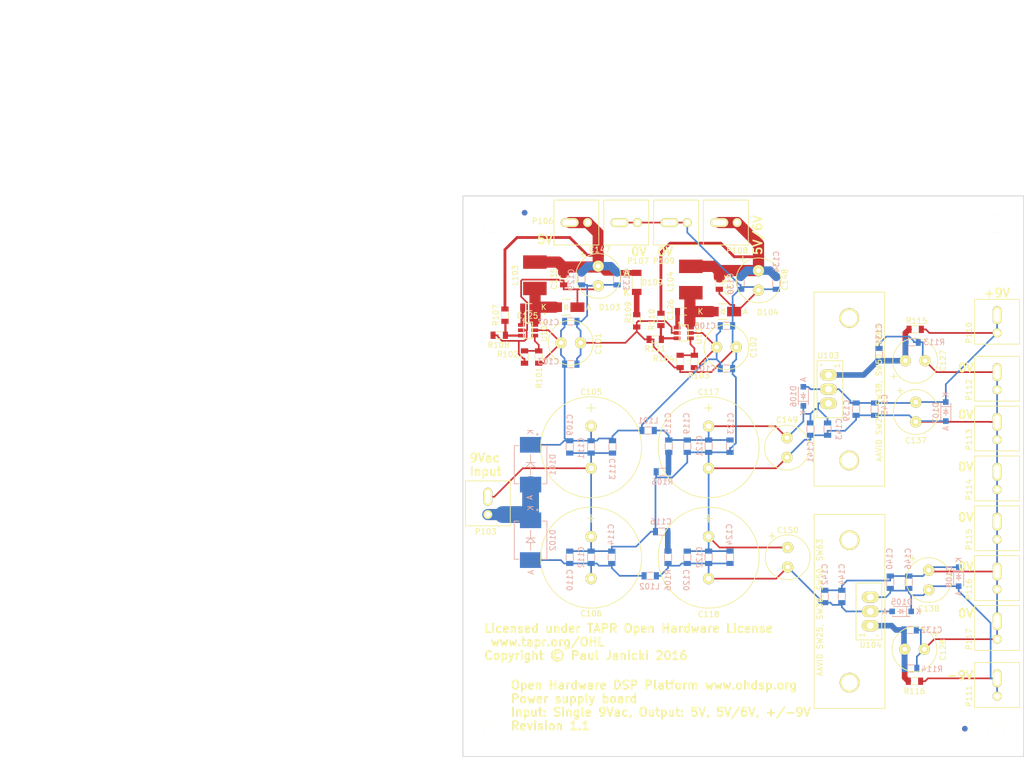
<source format=kicad_pcb>
(kicad_pcb (version 20171130) (host pcbnew "(5.1.12)-1")

  (general
    (thickness 1.6)
    (drawings 22)
    (tracks 429)
    (zones 0)
    (modules 103)
    (nets 24)
  )

  (page A4)
  (title_block
    (title "Multi Output Power Supply for OHDSP")
    (date 2016-05-20)
    (rev 1.1)
    (company "Open Hardware DSP Platform - www.ohdsp.org")
    (comment 1 "MERCHANTABILITY, SATISFACTORY QUALITY AND FITNESS FOR A PARTICULAR PURPOSE.")
    (comment 2 "is distributed WITHOUT ANY EXPRESS OR IMPLIED WARRANTY, INCLUDING OF")
    (comment 3 "Licensed under the TAPR Open Hardware License (www.tapr.org/OHL). This documentation")
    (comment 4 "Copyright Paul Janicki 2016")
  )

  (layers
    (0 F.Cu signal)
    (31 B.Cu signal)
    (32 B.Adhes user hide)
    (33 F.Adhes user hide)
    (34 B.Paste user hide)
    (35 F.Paste user hide)
    (36 B.SilkS user hide)
    (37 F.SilkS user hide)
    (38 B.Mask user)
    (39 F.Mask user)
    (40 Dwgs.User user)
    (41 Cmts.User user)
    (42 Eco1.User user)
    (43 Eco2.User user)
    (44 Edge.Cuts user)
    (45 Margin user)
    (46 B.CrtYd user)
    (47 F.CrtYd user)
    (48 B.Fab user)
    (49 F.Fab user)
  )

  (setup
    (last_trace_width 0.3)
    (user_trace_width 0.3)
    (user_trace_width 0.4)
    (user_trace_width 0.5)
    (user_trace_width 0.8)
    (user_trace_width 1)
    (user_trace_width 1.5)
    (user_trace_width 2)
    (user_trace_width 3)
    (trace_clearance 0.2)
    (zone_clearance 0.5)
    (zone_45_only yes)
    (trace_min 0.2)
    (via_size 1.2)
    (via_drill 0.8)
    (via_min_size 0.4)
    (via_min_drill 0.3)
    (user_via 0.8 0.5)
    (user_via 1.2 0.8)
    (uvia_size 0.3)
    (uvia_drill 0.1)
    (uvias_allowed no)
    (uvia_min_size 0.2)
    (uvia_min_drill 0.1)
    (edge_width 0.15)
    (segment_width 0.15)
    (pcb_text_width 0.3)
    (pcb_text_size 1.5 1.5)
    (mod_edge_width 0.15)
    (mod_text_size 1 1)
    (mod_text_width 0.15)
    (pad_size 1.524 1.524)
    (pad_drill 0.762)
    (pad_to_mask_clearance 0.2)
    (aux_axis_origin 100 150)
    (grid_origin 100 150)
    (visible_elements 7FFFFF7F)
    (pcbplotparams
      (layerselection 0x00010_00000000)
      (usegerberextensions true)
      (usegerberattributes true)
      (usegerberadvancedattributes true)
      (creategerberjobfile true)
      (excludeedgelayer false)
      (linewidth 0.100000)
      (plotframeref false)
      (viasonmask false)
      (mode 1)
      (useauxorigin true)
      (hpglpennumber 1)
      (hpglpenspeed 20)
      (hpglpendiameter 15.000000)
      (psnegative false)
      (psa4output false)
      (plotreference true)
      (plotvalue true)
      (plotinvisibletext false)
      (padsonsilk false)
      (subtractmaskfromsilk false)
      (outputformat 1)
      (mirror false)
      (drillshape 0)
      (scaleselection 1)
      (outputdirectory "../Drawings/PCB/SVG"))
  )

  (net 0 "")
  (net 1 GNDA)
  (net 2 "Net-(C106-Pad2)")
  (net 3 "Net-(C115-Pad1)")
  (net 4 "Net-(C115-Pad2)")
  (net 5 "Net-(C116-Pad2)")
  (net 6 "Net-(C118-Pad2)")
  (net 7 "Net-(C125-Pad1)")
  (net 8 "Net-(C125-Pad2)")
  (net 9 "Net-(C126-Pad1)")
  (net 10 "Net-(C126-Pad2)")
  (net 11 "Net-(C127-Pad1)")
  (net 12 "Net-(C128-Pad2)")
  (net 13 "Net-(C130-Pad1)")
  (net 14 "Net-(C137-Pad1)")
  (net 15 "Net-(C138-Pad2)")
  (net 16 "Net-(D101-Pad1)")
  (net 17 "Net-(R101-Pad1)")
  (net 18 "Net-(R103-Pad1)")
  (net 19 "Net-(R107-Pad2)")
  (net 20 "Net-(R110-Pad2)")
  (net 21 VCC)
  (net 22 +5V)
  (net 23 "Net-(D109-Pad2)")

  (net_class Default "This is the default net class."
    (clearance 0.2)
    (trace_width 0.3)
    (via_dia 1.2)
    (via_drill 0.8)
    (uvia_dia 0.3)
    (uvia_drill 0.1)
    (add_net +5V)
    (add_net GNDA)
    (add_net "Net-(C106-Pad2)")
    (add_net "Net-(C115-Pad1)")
    (add_net "Net-(C115-Pad2)")
    (add_net "Net-(C116-Pad2)")
    (add_net "Net-(C118-Pad2)")
    (add_net "Net-(C125-Pad1)")
    (add_net "Net-(C125-Pad2)")
    (add_net "Net-(C126-Pad1)")
    (add_net "Net-(C126-Pad2)")
    (add_net "Net-(C127-Pad1)")
    (add_net "Net-(C128-Pad2)")
    (add_net "Net-(C130-Pad1)")
    (add_net "Net-(C137-Pad1)")
    (add_net "Net-(C138-Pad2)")
    (add_net "Net-(D101-Pad1)")
    (add_net "Net-(D109-Pad2)")
    (add_net "Net-(R101-Pad1)")
    (add_net "Net-(R103-Pad1)")
    (add_net "Net-(R107-Pad2)")
    (add_net "Net-(R110-Pad2)")
    (add_net VCC)
  )

  (module MyKiCadLibs-Footprints:CAP-TH-D8mmP3.5mm (layer F.Cu) (tedit 56406E9C) (tstamp 5686C7F5)
    (at 119.235 76.1888)
    (path /57108F47)
    (fp_text reference C101 (at 4.894739 0.151175 90) (layer F.SilkS)
      (effects (font (size 1 1) (thickness 0.15)))
    )
    (fp_text value 220u (at 0 -2.921) (layer F.SilkS) hide
      (effects (font (size 1 1) (thickness 0.15)))
    )
    (fp_circle (center 0 0) (end 4 0) (layer F.SilkS) (width 0.15))
    (fp_line (start -4.318 2.794) (end -3.302 2.794) (layer F.SilkS) (width 0.15))
    (fp_line (start -3.81 2.286) (end -3.81 3.302) (layer F.SilkS) (width 0.15))
    (pad 1 thru_hole circle (at -1.75 0) (size 2 2) (drill 0.8) (layers *.Cu *.Mask F.SilkS)
      (net 21 VCC))
    (pad 2 thru_hole circle (at 1.75 0) (size 2 2) (drill 0.8) (layers *.Cu *.Mask F.SilkS)
      (net 1 GNDA))
  )

  (module MyKiCadLibs-Footprints:CAP-TH-D8mmP3.5mm (layer F.Cu) (tedit 56406E9C) (tstamp 5686C7FE)
    (at 146.99 76.975)
    (path /5710B040)
    (fp_text reference C102 (at 4.826 0 90) (layer F.SilkS)
      (effects (font (size 1 1) (thickness 0.15)))
    )
    (fp_text value 220u (at 0 -2.921) (layer F.SilkS) hide
      (effects (font (size 1 1) (thickness 0.15)))
    )
    (fp_circle (center 0 0) (end 4 0) (layer F.SilkS) (width 0.15))
    (fp_line (start -4.318 2.794) (end -3.302 2.794) (layer F.SilkS) (width 0.15))
    (fp_line (start -3.81 2.286) (end -3.81 3.302) (layer F.SilkS) (width 0.15))
    (pad 1 thru_hole circle (at -1.75 0) (size 2 2) (drill 0.8) (layers *.Cu *.Mask F.SilkS)
      (net 21 VCC))
    (pad 2 thru_hole circle (at 1.75 0) (size 2 2) (drill 0.8) (layers *.Cu *.Mask F.SilkS)
      (net 1 GNDA))
  )

  (module MyKiCadLibs-Footprints:SMD-0805 (layer B.Cu) (tedit 55A244A3) (tstamp 5686C808)
    (at 119.235 79.9988)
    (path /57108F33)
    (attr smd)
    (fp_text reference C103 (at -3.995261 -0.483825) (layer B.SilkS)
      (effects (font (size 1 1) (thickness 0.15)) (justify mirror))
    )
    (fp_text value 22u (at 0.254 -1.524) (layer B.SilkS) hide
      (effects (font (size 1 1) (thickness 0.15)) (justify mirror))
    )
    (fp_line (start 0 0.635) (end 0.5334 0.635) (layer B.SilkS) (width 0.15))
    (fp_line (start 0 0.635) (end -0.5334 0.635) (layer B.SilkS) (width 0.15))
    (fp_line (start 0 -0.635) (end 0.5334 -0.635) (layer B.SilkS) (width 0.15))
    (fp_line (start 0 -0.635) (end -0.5334 -0.635) (layer B.SilkS) (width 0.15))
    (pad 1 smd rect (at -1.1 0) (size 0.9 1.3) (layers B.Cu B.Paste B.Mask)
      (net 21 VCC))
    (pad 2 smd rect (at 1.1 0) (size 0.9 1.3) (layers B.Cu B.Paste B.Mask)
      (net 1 GNDA))
  )

  (module MyKiCadLibs-Footprints:SMD-0805 (layer B.Cu) (tedit 55A244A3) (tstamp 5686C812)
    (at 146.99 80.785)
    (path /5710B02C)
    (attr smd)
    (fp_text reference C104 (at -3.81 0) (layer B.SilkS)
      (effects (font (size 1 1) (thickness 0.15)) (justify mirror))
    )
    (fp_text value 22u (at 0.254 -1.524) (layer B.SilkS) hide
      (effects (font (size 1 1) (thickness 0.15)) (justify mirror))
    )
    (fp_line (start 0 0.635) (end 0.5334 0.635) (layer B.SilkS) (width 0.15))
    (fp_line (start 0 0.635) (end -0.5334 0.635) (layer B.SilkS) (width 0.15))
    (fp_line (start 0 -0.635) (end 0.5334 -0.635) (layer B.SilkS) (width 0.15))
    (fp_line (start 0 -0.635) (end -0.5334 -0.635) (layer B.SilkS) (width 0.15))
    (pad 1 smd rect (at -1.1 0) (size 0.9 1.3) (layers B.Cu B.Paste B.Mask)
      (net 21 VCC))
    (pad 2 smd rect (at 1.1 0) (size 0.9 1.3) (layers B.Cu B.Paste B.Mask)
      (net 1 GNDA))
  )

  (module MyKiCadLibs-Footprints:CAP-TH-D18mmP7.5mm (layer F.Cu) (tedit 56868C2B) (tstamp 5686C81B)
    (at 122.86 94.815 270)
    (path /57132827)
    (fp_text reference C105 (at -9.839 0) (layer F.SilkS)
      (effects (font (size 1 1) (thickness 0.15)))
    )
    (fp_text value 2200u (at 0 -2 270) (layer F.SilkS) hide
      (effects (font (size 1 1) (thickness 0.15)))
    )
    (fp_circle (center 0 0) (end 9 0) (layer F.SilkS) (width 0.15))
    (fp_line (start -7.7 0) (end -6.3 0) (layer F.SilkS) (width 0.15))
    (fp_line (start -7 -0.7) (end -7 0.7) (layer F.SilkS) (width 0.15))
    (pad 1 thru_hole circle (at -3.75 0 270) (size 2 2) (drill 1) (layers *.Cu *.Mask F.SilkS)
      (net 21 VCC))
    (pad 2 thru_hole circle (at 3.75 0 270) (size 2 2) (drill 1) (layers *.Cu *.Mask F.SilkS)
      (net 1 GNDA))
  )

  (module MyKiCadLibs-Footprints:CAP-TH-D18mmP7.5mm (layer F.Cu) (tedit 56868C2B) (tstamp 5686C824)
    (at 122.86 114.5 270)
    (path /571330F8)
    (fp_text reference C106 (at 9.973 0) (layer F.SilkS)
      (effects (font (size 1 1) (thickness 0.15)))
    )
    (fp_text value 2200u (at 0 -2 270) (layer F.SilkS) hide
      (effects (font (size 1 1) (thickness 0.15)))
    )
    (fp_circle (center 0 0) (end 9 0) (layer F.SilkS) (width 0.15))
    (fp_line (start -7.7 0) (end -6.3 0) (layer F.SilkS) (width 0.15))
    (fp_line (start -7 -0.7) (end -7 0.7) (layer F.SilkS) (width 0.15))
    (pad 1 thru_hole circle (at -3.75 0 270) (size 2 2) (drill 1) (layers *.Cu *.Mask F.SilkS)
      (net 1 GNDA))
    (pad 2 thru_hole circle (at 3.75 0 270) (size 2 2) (drill 1) (layers *.Cu *.Mask F.SilkS)
      (net 2 "Net-(C106-Pad2)"))
  )

  (module MyKiCadLibs-Footprints:SMD-0805 (layer B.Cu) (tedit 55A244A3) (tstamp 5686C82E)
    (at 119.235 72.3788)
    (path /57108F3E)
    (attr smd)
    (fp_text reference C107 (at -3.995261 0.151175) (layer B.SilkS)
      (effects (font (size 1 1) (thickness 0.15)) (justify mirror))
    )
    (fp_text value 100n (at 0.254 -1.524) (layer B.SilkS) hide
      (effects (font (size 1 1) (thickness 0.15)) (justify mirror))
    )
    (fp_line (start 0 0.635) (end 0.5334 0.635) (layer B.SilkS) (width 0.15))
    (fp_line (start 0 0.635) (end -0.5334 0.635) (layer B.SilkS) (width 0.15))
    (fp_line (start 0 -0.635) (end 0.5334 -0.635) (layer B.SilkS) (width 0.15))
    (fp_line (start 0 -0.635) (end -0.5334 -0.635) (layer B.SilkS) (width 0.15))
    (pad 1 smd rect (at -1.1 0) (size 0.9 1.3) (layers B.Cu B.Paste B.Mask)
      (net 21 VCC))
    (pad 2 smd rect (at 1.1 0) (size 0.9 1.3) (layers B.Cu B.Paste B.Mask)
      (net 1 GNDA))
  )

  (module MyKiCadLibs-Footprints:SMD-0805 (layer B.Cu) (tedit 55A244A3) (tstamp 5686C838)
    (at 146.99 73.165)
    (path /5710B037)
    (attr smd)
    (fp_text reference C108 (at -3.81 0) (layer B.SilkS)
      (effects (font (size 1 1) (thickness 0.15)) (justify mirror))
    )
    (fp_text value 100n (at 0.254 -1.524) (layer B.SilkS) hide
      (effects (font (size 1 1) (thickness 0.15)) (justify mirror))
    )
    (fp_line (start 0 0.635) (end 0.5334 0.635) (layer B.SilkS) (width 0.15))
    (fp_line (start 0 0.635) (end -0.5334 0.635) (layer B.SilkS) (width 0.15))
    (fp_line (start 0 -0.635) (end 0.5334 -0.635) (layer B.SilkS) (width 0.15))
    (fp_line (start 0 -0.635) (end -0.5334 -0.635) (layer B.SilkS) (width 0.15))
    (pad 1 smd rect (at -1.1 0) (size 0.9 1.3) (layers B.Cu B.Paste B.Mask)
      (net 21 VCC))
    (pad 2 smd rect (at 1.1 0) (size 0.9 1.3) (layers B.Cu B.Paste B.Mask)
      (net 1 GNDA))
  )

  (module MyKiCadLibs-Footprints:SMD-0805 (layer B.Cu) (tedit 55A244A3) (tstamp 5686C842)
    (at 119.05 94.755 270)
    (path /570FCB64)
    (attr smd)
    (fp_text reference C109 (at -3.937 0 270) (layer B.SilkS)
      (effects (font (size 1 1) (thickness 0.15)) (justify mirror))
    )
    (fp_text value 22u (at 0.254 -1.524 270) (layer B.SilkS) hide
      (effects (font (size 1 1) (thickness 0.15)) (justify mirror))
    )
    (fp_line (start 0 0.635) (end 0.5334 0.635) (layer B.SilkS) (width 0.15))
    (fp_line (start 0 0.635) (end -0.5334 0.635) (layer B.SilkS) (width 0.15))
    (fp_line (start 0 -0.635) (end 0.5334 -0.635) (layer B.SilkS) (width 0.15))
    (fp_line (start 0 -0.635) (end -0.5334 -0.635) (layer B.SilkS) (width 0.15))
    (pad 1 smd rect (at -1.1 0 270) (size 0.9 1.3) (layers B.Cu B.Paste B.Mask)
      (net 21 VCC))
    (pad 2 smd rect (at 1.1 0 270) (size 0.9 1.3) (layers B.Cu B.Paste B.Mask)
      (net 1 GNDA))
  )

  (module MyKiCadLibs-Footprints:SMD-0805 (layer B.Cu) (tedit 55A244A3) (tstamp 5686C84C)
    (at 119.05 114.44 270)
    (path /570FD945)
    (attr smd)
    (fp_text reference C110 (at 4.064 0 270) (layer B.SilkS)
      (effects (font (size 1 1) (thickness 0.15)) (justify mirror))
    )
    (fp_text value 22u (at 0.254 -1.524 270) (layer B.SilkS) hide
      (effects (font (size 1 1) (thickness 0.15)) (justify mirror))
    )
    (fp_line (start 0 0.635) (end 0.5334 0.635) (layer B.SilkS) (width 0.15))
    (fp_line (start 0 0.635) (end -0.5334 0.635) (layer B.SilkS) (width 0.15))
    (fp_line (start 0 -0.635) (end 0.5334 -0.635) (layer B.SilkS) (width 0.15))
    (fp_line (start 0 -0.635) (end -0.5334 -0.635) (layer B.SilkS) (width 0.15))
    (pad 1 smd rect (at -1.1 0 270) (size 0.9 1.3) (layers B.Cu B.Paste B.Mask)
      (net 1 GNDA))
    (pad 2 smd rect (at 1.1 0 270) (size 0.9 1.3) (layers B.Cu B.Paste B.Mask)
      (net 2 "Net-(C106-Pad2)"))
  )

  (module MyKiCadLibs-Footprints:SMD-0805 (layer B.Cu) (tedit 55A244A3) (tstamp 5686C856)
    (at 122.86 94.755 270)
    (path /570FCB6F)
    (attr smd)
    (fp_text reference C111 (at 0.254 1.778 270) (layer B.SilkS)
      (effects (font (size 1 1) (thickness 0.15)) (justify mirror))
    )
    (fp_text value 100n (at 0.254 -1.524 270) (layer B.SilkS) hide
      (effects (font (size 1 1) (thickness 0.15)) (justify mirror))
    )
    (fp_line (start 0 0.635) (end 0.5334 0.635) (layer B.SilkS) (width 0.15))
    (fp_line (start 0 0.635) (end -0.5334 0.635) (layer B.SilkS) (width 0.15))
    (fp_line (start 0 -0.635) (end 0.5334 -0.635) (layer B.SilkS) (width 0.15))
    (fp_line (start 0 -0.635) (end -0.5334 -0.635) (layer B.SilkS) (width 0.15))
    (pad 1 smd rect (at -1.1 0 270) (size 0.9 1.3) (layers B.Cu B.Paste B.Mask)
      (net 21 VCC))
    (pad 2 smd rect (at 1.1 0 270) (size 0.9 1.3) (layers B.Cu B.Paste B.Mask)
      (net 1 GNDA))
  )

  (module MyKiCadLibs-Footprints:SMD-0805 (layer B.Cu) (tedit 55A244A3) (tstamp 5686C860)
    (at 122.86 114.44 270)
    (path /570FD950)
    (attr smd)
    (fp_text reference C112 (at 0 1.778 270) (layer B.SilkS)
      (effects (font (size 1 1) (thickness 0.15)) (justify mirror))
    )
    (fp_text value 100n (at 0.254 -1.524 270) (layer B.SilkS) hide
      (effects (font (size 1 1) (thickness 0.15)) (justify mirror))
    )
    (fp_line (start 0 0.635) (end 0.5334 0.635) (layer B.SilkS) (width 0.15))
    (fp_line (start 0 0.635) (end -0.5334 0.635) (layer B.SilkS) (width 0.15))
    (fp_line (start 0 -0.635) (end 0.5334 -0.635) (layer B.SilkS) (width 0.15))
    (fp_line (start 0 -0.635) (end -0.5334 -0.635) (layer B.SilkS) (width 0.15))
    (pad 1 smd rect (at -1.1 0 270) (size 0.9 1.3) (layers B.Cu B.Paste B.Mask)
      (net 1 GNDA))
    (pad 2 smd rect (at 1.1 0 270) (size 0.9 1.3) (layers B.Cu B.Paste B.Mask)
      (net 2 "Net-(C106-Pad2)"))
  )

  (module MyKiCadLibs-Footprints:SMD-0805 (layer B.Cu) (tedit 55A244A3) (tstamp 5686C86A)
    (at 126.67 94.755 270)
    (path /570FCB7A)
    (attr smd)
    (fp_text reference C113 (at 3.937 0 270) (layer B.SilkS)
      (effects (font (size 1 1) (thickness 0.15)) (justify mirror))
    )
    (fp_text value 10n (at 0.254 -1.524 270) (layer B.SilkS) hide
      (effects (font (size 1 1) (thickness 0.15)) (justify mirror))
    )
    (fp_line (start 0 0.635) (end 0.5334 0.635) (layer B.SilkS) (width 0.15))
    (fp_line (start 0 0.635) (end -0.5334 0.635) (layer B.SilkS) (width 0.15))
    (fp_line (start 0 -0.635) (end 0.5334 -0.635) (layer B.SilkS) (width 0.15))
    (fp_line (start 0 -0.635) (end -0.5334 -0.635) (layer B.SilkS) (width 0.15))
    (pad 1 smd rect (at -1.1 0 270) (size 0.9 1.3) (layers B.Cu B.Paste B.Mask)
      (net 21 VCC))
    (pad 2 smd rect (at 1.1 0 270) (size 0.9 1.3) (layers B.Cu B.Paste B.Mask)
      (net 1 GNDA))
  )

  (module MyKiCadLibs-Footprints:SMD-0805 (layer B.Cu) (tedit 55A244A3) (tstamp 5686C874)
    (at 126.543 114.44 270)
    (path /570FD95B)
    (attr smd)
    (fp_text reference C114 (at -4.064 0.127 270) (layer B.SilkS)
      (effects (font (size 1 1) (thickness 0.15)) (justify mirror))
    )
    (fp_text value 10n (at 0.254 -1.524 270) (layer B.SilkS) hide
      (effects (font (size 1 1) (thickness 0.15)) (justify mirror))
    )
    (fp_line (start 0 0.635) (end 0.5334 0.635) (layer B.SilkS) (width 0.15))
    (fp_line (start 0 0.635) (end -0.5334 0.635) (layer B.SilkS) (width 0.15))
    (fp_line (start 0 -0.635) (end 0.5334 -0.635) (layer B.SilkS) (width 0.15))
    (fp_line (start 0 -0.635) (end -0.5334 -0.635) (layer B.SilkS) (width 0.15))
    (pad 1 smd rect (at -1.1 0 270) (size 0.9 1.3) (layers B.Cu B.Paste B.Mask)
      (net 1 GNDA))
    (pad 2 smd rect (at 1.1 0 270) (size 0.9 1.3) (layers B.Cu B.Paste B.Mask)
      (net 2 "Net-(C106-Pad2)"))
  )

  (module MyKiCadLibs-Footprints:SMD-0805 (layer B.Cu) (tedit 55A244A3) (tstamp 5686C87E)
    (at 136.703 94.628 270)
    (path /570EB854)
    (attr smd)
    (fp_text reference C115 (at -4.064 0.127 270) (layer B.SilkS)
      (effects (font (size 1 1) (thickness 0.15)) (justify mirror))
    )
    (fp_text value 100p (at 0.254 -1.524 270) (layer B.SilkS) hide
      (effects (font (size 1 1) (thickness 0.15)) (justify mirror))
    )
    (fp_line (start 0 0.635) (end 0.5334 0.635) (layer B.SilkS) (width 0.15))
    (fp_line (start 0 0.635) (end -0.5334 0.635) (layer B.SilkS) (width 0.15))
    (fp_line (start 0 -0.635) (end 0.5334 -0.635) (layer B.SilkS) (width 0.15))
    (fp_line (start 0 -0.635) (end -0.5334 -0.635) (layer B.SilkS) (width 0.15))
    (pad 1 smd rect (at -1.1 0 270) (size 0.9 1.3) (layers B.Cu B.Paste B.Mask)
      (net 3 "Net-(C115-Pad1)"))
    (pad 2 smd rect (at 1.1 0 270) (size 0.9 1.3) (layers B.Cu B.Paste B.Mask)
      (net 4 "Net-(C115-Pad2)"))
  )

  (module MyKiCadLibs-Footprints:SMD-0805 (layer B.Cu) (tedit 55A244A3) (tstamp 5686C888)
    (at 135.433 109.868)
    (path /570EE2F7)
    (attr smd)
    (fp_text reference C116 (at -0.127 -1.778) (layer B.SilkS)
      (effects (font (size 1 1) (thickness 0.15)) (justify mirror))
    )
    (fp_text value 100p (at 0.254 -1.524) (layer B.SilkS) hide
      (effects (font (size 1 1) (thickness 0.15)) (justify mirror))
    )
    (fp_line (start 0 0.635) (end 0.5334 0.635) (layer B.SilkS) (width 0.15))
    (fp_line (start 0 0.635) (end -0.5334 0.635) (layer B.SilkS) (width 0.15))
    (fp_line (start 0 -0.635) (end 0.5334 -0.635) (layer B.SilkS) (width 0.15))
    (fp_line (start 0 -0.635) (end -0.5334 -0.635) (layer B.SilkS) (width 0.15))
    (pad 1 smd rect (at -1.1 0) (size 0.9 1.3) (layers B.Cu B.Paste B.Mask)
      (net 1 GNDA))
    (pad 2 smd rect (at 1.1 0) (size 0.9 1.3) (layers B.Cu B.Paste B.Mask)
      (net 5 "Net-(C116-Pad2)"))
  )

  (module MyKiCadLibs-Footprints:CAP-TH-D18mmP7.5mm (layer F.Cu) (tedit 56868C2B) (tstamp 5686C891)
    (at 143.815 94.815 270)
    (path /5713104B)
    (fp_text reference C117 (at -9.839 0) (layer F.SilkS)
      (effects (font (size 1 1) (thickness 0.15)))
    )
    (fp_text value 2200u (at 0 -2 270) (layer F.SilkS) hide
      (effects (font (size 1 1) (thickness 0.15)))
    )
    (fp_circle (center 0 0) (end 9 0) (layer F.SilkS) (width 0.15))
    (fp_line (start -7.7 0) (end -6.3 0) (layer F.SilkS) (width 0.15))
    (fp_line (start -7 -0.7) (end -7 0.7) (layer F.SilkS) (width 0.15))
    (pad 1 thru_hole circle (at -3.75 0 270) (size 2 2) (drill 1) (layers *.Cu *.Mask F.SilkS)
      (net 3 "Net-(C115-Pad1)"))
    (pad 2 thru_hole circle (at 3.75 0 270) (size 2 2) (drill 1) (layers *.Cu *.Mask F.SilkS)
      (net 1 GNDA))
  )

  (module MyKiCadLibs-Footprints:CAP-TH-D18mmP7.5mm (layer F.Cu) (tedit 56868C2B) (tstamp 5686C89A)
    (at 143.815 114.5 270)
    (path /57133562)
    (fp_text reference C118 (at 10.1 0) (layer F.SilkS)
      (effects (font (size 1 1) (thickness 0.15)))
    )
    (fp_text value 2200u (at 0 -2 270) (layer F.SilkS) hide
      (effects (font (size 1 1) (thickness 0.15)))
    )
    (fp_circle (center 0 0) (end 9 0) (layer F.SilkS) (width 0.15))
    (fp_line (start -7.7 0) (end -6.3 0) (layer F.SilkS) (width 0.15))
    (fp_line (start -7 -0.7) (end -7 0.7) (layer F.SilkS) (width 0.15))
    (pad 1 thru_hole circle (at -3.75 0 270) (size 2 2) (drill 1) (layers *.Cu *.Mask F.SilkS)
      (net 1 GNDA))
    (pad 2 thru_hole circle (at 3.75 0 270) (size 2 2) (drill 1) (layers *.Cu *.Mask F.SilkS)
      (net 6 "Net-(C118-Pad2)"))
  )

  (module MyKiCadLibs-Footprints:SMD-0805 (layer B.Cu) (tedit 55A244A3) (tstamp 5686C8A4)
    (at 140.005 94.628 270)
    (path /570F11B3)
    (attr smd)
    (fp_text reference C119 (at -4.064 0.127 270) (layer B.SilkS)
      (effects (font (size 1 1) (thickness 0.15)) (justify mirror))
    )
    (fp_text value 22u (at 0.254 -1.524 270) (layer B.SilkS) hide
      (effects (font (size 1 1) (thickness 0.15)) (justify mirror))
    )
    (fp_line (start 0 0.635) (end 0.5334 0.635) (layer B.SilkS) (width 0.15))
    (fp_line (start 0 0.635) (end -0.5334 0.635) (layer B.SilkS) (width 0.15))
    (fp_line (start 0 -0.635) (end 0.5334 -0.635) (layer B.SilkS) (width 0.15))
    (fp_line (start 0 -0.635) (end -0.5334 -0.635) (layer B.SilkS) (width 0.15))
    (pad 1 smd rect (at -1.1 0 270) (size 0.9 1.3) (layers B.Cu B.Paste B.Mask)
      (net 3 "Net-(C115-Pad1)"))
    (pad 2 smd rect (at 1.1 0 270) (size 0.9 1.3) (layers B.Cu B.Paste B.Mask)
      (net 1 GNDA))
  )

  (module MyKiCadLibs-Footprints:SMD-0805 (layer B.Cu) (tedit 55A244A3) (tstamp 5686C8AE)
    (at 140.005 114.44 270)
    (path /570FDF6C)
    (attr smd)
    (fp_text reference C120 (at 4.064 0.127 270) (layer B.SilkS)
      (effects (font (size 1 1) (thickness 0.15)) (justify mirror))
    )
    (fp_text value 22u (at 0.254 -1.524 270) (layer B.SilkS) hide
      (effects (font (size 1 1) (thickness 0.15)) (justify mirror))
    )
    (fp_line (start 0 0.635) (end 0.5334 0.635) (layer B.SilkS) (width 0.15))
    (fp_line (start 0 0.635) (end -0.5334 0.635) (layer B.SilkS) (width 0.15))
    (fp_line (start 0 -0.635) (end 0.5334 -0.635) (layer B.SilkS) (width 0.15))
    (fp_line (start 0 -0.635) (end -0.5334 -0.635) (layer B.SilkS) (width 0.15))
    (pad 1 smd rect (at -1.1 0 270) (size 0.9 1.3) (layers B.Cu B.Paste B.Mask)
      (net 1 GNDA))
    (pad 2 smd rect (at 1.1 0 270) (size 0.9 1.3) (layers B.Cu B.Paste B.Mask)
      (net 6 "Net-(C118-Pad2)"))
  )

  (module MyKiCadLibs-Footprints:SMD-0805 (layer B.Cu) (tedit 55A244A3) (tstamp 5686C8B8)
    (at 143.815 94.628 270)
    (path /570F11BE)
    (attr smd)
    (fp_text reference C121 (at 0 1.651 270) (layer B.SilkS)
      (effects (font (size 1 1) (thickness 0.15)) (justify mirror))
    )
    (fp_text value 100n (at 0.254 -1.524 270) (layer B.SilkS) hide
      (effects (font (size 1 1) (thickness 0.15)) (justify mirror))
    )
    (fp_line (start 0 0.635) (end 0.5334 0.635) (layer B.SilkS) (width 0.15))
    (fp_line (start 0 0.635) (end -0.5334 0.635) (layer B.SilkS) (width 0.15))
    (fp_line (start 0 -0.635) (end 0.5334 -0.635) (layer B.SilkS) (width 0.15))
    (fp_line (start 0 -0.635) (end -0.5334 -0.635) (layer B.SilkS) (width 0.15))
    (pad 1 smd rect (at -1.1 0 270) (size 0.9 1.3) (layers B.Cu B.Paste B.Mask)
      (net 3 "Net-(C115-Pad1)"))
    (pad 2 smd rect (at 1.1 0 270) (size 0.9 1.3) (layers B.Cu B.Paste B.Mask)
      (net 1 GNDA))
  )

  (module MyKiCadLibs-Footprints:SMD-0805 (layer B.Cu) (tedit 55A244A3) (tstamp 5686C8C2)
    (at 143.815 114.44 270)
    (path /570FDF77)
    (attr smd)
    (fp_text reference C122 (at 0 1.651 270) (layer B.SilkS)
      (effects (font (size 1 1) (thickness 0.15)) (justify mirror))
    )
    (fp_text value 100n (at 0.254 -1.524 270) (layer B.SilkS) hide
      (effects (font (size 1 1) (thickness 0.15)) (justify mirror))
    )
    (fp_line (start 0 0.635) (end 0.5334 0.635) (layer B.SilkS) (width 0.15))
    (fp_line (start 0 0.635) (end -0.5334 0.635) (layer B.SilkS) (width 0.15))
    (fp_line (start 0 -0.635) (end 0.5334 -0.635) (layer B.SilkS) (width 0.15))
    (fp_line (start 0 -0.635) (end -0.5334 -0.635) (layer B.SilkS) (width 0.15))
    (pad 1 smd rect (at -1.1 0 270) (size 0.9 1.3) (layers B.Cu B.Paste B.Mask)
      (net 1 GNDA))
    (pad 2 smd rect (at 1.1 0 270) (size 0.9 1.3) (layers B.Cu B.Paste B.Mask)
      (net 6 "Net-(C118-Pad2)"))
  )

  (module MyKiCadLibs-Footprints:SMD-0805 (layer B.Cu) (tedit 55A244A3) (tstamp 5686C8CC)
    (at 147.625 94.628 270)
    (path /570F11C9)
    (attr smd)
    (fp_text reference C123 (at -4.064 -0.127 270) (layer B.SilkS)
      (effects (font (size 1 1) (thickness 0.15)) (justify mirror))
    )
    (fp_text value 10n (at 0.254 -1.524 270) (layer B.SilkS) hide
      (effects (font (size 1 1) (thickness 0.15)) (justify mirror))
    )
    (fp_line (start 0 0.635) (end 0.5334 0.635) (layer B.SilkS) (width 0.15))
    (fp_line (start 0 0.635) (end -0.5334 0.635) (layer B.SilkS) (width 0.15))
    (fp_line (start 0 -0.635) (end 0.5334 -0.635) (layer B.SilkS) (width 0.15))
    (fp_line (start 0 -0.635) (end -0.5334 -0.635) (layer B.SilkS) (width 0.15))
    (pad 1 smd rect (at -1.1 0 270) (size 0.9 1.3) (layers B.Cu B.Paste B.Mask)
      (net 3 "Net-(C115-Pad1)"))
    (pad 2 smd rect (at 1.1 0 270) (size 0.9 1.3) (layers B.Cu B.Paste B.Mask)
      (net 1 GNDA))
  )

  (module MyKiCadLibs-Footprints:SMD-0805 (layer B.Cu) (tedit 55A244A3) (tstamp 5686C8D6)
    (at 147.625 114.44 270)
    (path /570FDF82)
    (attr smd)
    (fp_text reference C124 (at -4.064 0.127 270) (layer B.SilkS)
      (effects (font (size 1 1) (thickness 0.15)) (justify mirror))
    )
    (fp_text value 10n (at 0.254 -1.524 270) (layer B.SilkS) hide
      (effects (font (size 1 1) (thickness 0.15)) (justify mirror))
    )
    (fp_line (start 0 0.635) (end 0.5334 0.635) (layer B.SilkS) (width 0.15))
    (fp_line (start 0 0.635) (end -0.5334 0.635) (layer B.SilkS) (width 0.15))
    (fp_line (start 0 -0.635) (end 0.5334 -0.635) (layer B.SilkS) (width 0.15))
    (fp_line (start 0 -0.635) (end -0.5334 -0.635) (layer B.SilkS) (width 0.15))
    (pad 1 smd rect (at -1.1 0 270) (size 0.9 1.3) (layers B.Cu B.Paste B.Mask)
      (net 1 GNDA))
    (pad 2 smd rect (at 1.1 0 270) (size 0.9 1.3) (layers B.Cu B.Paste B.Mask)
      (net 6 "Net-(C118-Pad2)"))
  )

  (module MyKiCadLibs-Footprints:SMD-0805 (layer F.Cu) (tedit 55A244A3) (tstamp 5686C8E0)
    (at 111.755 69.8388 180)
    (path /5710EFC4)
    (attr smd)
    (fp_text reference C125 (at 0.254 -1.524 180) (layer F.SilkS)
      (effects (font (size 1 1) (thickness 0.15)))
    )
    (fp_text value 10n (at 0.254 1.524 180) (layer F.SilkS) hide
      (effects (font (size 1 1) (thickness 0.15)))
    )
    (fp_line (start 0 -0.635) (end 0.5334 -0.635) (layer F.SilkS) (width 0.15))
    (fp_line (start 0 -0.635) (end -0.5334 -0.635) (layer F.SilkS) (width 0.15))
    (fp_line (start 0 0.635) (end 0.5334 0.635) (layer F.SilkS) (width 0.15))
    (fp_line (start 0 0.635) (end -0.5334 0.635) (layer F.SilkS) (width 0.15))
    (pad 1 smd rect (at -1.1 0 180) (size 0.9 1.3) (layers F.Cu F.Paste F.Mask)
      (net 7 "Net-(C125-Pad1)"))
    (pad 2 smd rect (at 1.1 0 180) (size 0.9 1.3) (layers F.Cu F.Paste F.Mask)
      (net 8 "Net-(C125-Pad2)"))
  )

  (module MyKiCadLibs-Footprints:SMD-0805 (layer F.Cu) (tedit 55A244A3) (tstamp 5686C8EA)
    (at 139.37 70.625 180)
    (path /5710F6E4)
    (attr smd)
    (fp_text reference C126 (at 2.3622 0.3048 270) (layer F.SilkS)
      (effects (font (size 1 1) (thickness 0.15)))
    )
    (fp_text value 10n (at 0.254 1.524 180) (layer F.SilkS) hide
      (effects (font (size 1 1) (thickness 0.15)))
    )
    (fp_line (start 0 -0.635) (end 0.5334 -0.635) (layer F.SilkS) (width 0.15))
    (fp_line (start 0 -0.635) (end -0.5334 -0.635) (layer F.SilkS) (width 0.15))
    (fp_line (start 0 0.635) (end 0.5334 0.635) (layer F.SilkS) (width 0.15))
    (fp_line (start 0 0.635) (end -0.5334 0.635) (layer F.SilkS) (width 0.15))
    (pad 1 smd rect (at -1.1 0 180) (size 0.9 1.3) (layers F.Cu F.Paste F.Mask)
      (net 9 "Net-(C126-Pad1)"))
    (pad 2 smd rect (at 1.1 0 180) (size 0.9 1.3) (layers F.Cu F.Paste F.Mask)
      (net 10 "Net-(C126-Pad2)"))
  )

  (module MyKiCadLibs-Footprints:CAP-TH-D8mmP3.5mm (layer F.Cu) (tedit 56406E9C) (tstamp 5686C8F3)
    (at 180.645 79.388)
    (path /570EB655)
    (fp_text reference C127 (at 4.953 0 90) (layer F.SilkS)
      (effects (font (size 1 1) (thickness 0.15)))
    )
    (fp_text value 220u (at 0 -2.921) (layer F.SilkS) hide
      (effects (font (size 1 1) (thickness 0.15)))
    )
    (fp_circle (center 0 0) (end 4 0) (layer F.SilkS) (width 0.15))
    (fp_line (start -4.318 2.794) (end -3.302 2.794) (layer F.SilkS) (width 0.15))
    (fp_line (start -3.81 2.286) (end -3.81 3.302) (layer F.SilkS) (width 0.15))
    (pad 1 thru_hole circle (at -1.75 0) (size 2 2) (drill 0.8) (layers *.Cu *.Mask F.SilkS)
      (net 11 "Net-(C127-Pad1)"))
    (pad 2 thru_hole circle (at 1.75 0) (size 2 2) (drill 0.8) (layers *.Cu *.Mask F.SilkS)
      (net 1 GNDA))
  )

  (module MyKiCadLibs-Footprints:CAP-TH-D8mmP3.5mm (layer F.Cu) (tedit 56406E9C) (tstamp 5686C8FC)
    (at 180.518 130.823 180)
    (path /571010D2)
    (fp_text reference C128 (at -5.08 -0.127 270) (layer F.SilkS)
      (effects (font (size 1 1) (thickness 0.15)))
    )
    (fp_text value 220u (at 0 -2.921 180) (layer F.SilkS) hide
      (effects (font (size 1 1) (thickness 0.15)))
    )
    (fp_circle (center 0 0) (end 4 0) (layer F.SilkS) (width 0.15))
    (fp_line (start -4.318 2.794) (end -3.302 2.794) (layer F.SilkS) (width 0.15))
    (fp_line (start -3.81 2.286) (end -3.81 3.302) (layer F.SilkS) (width 0.15))
    (pad 1 thru_hole circle (at -1.75 0 180) (size 2 2) (drill 0.8) (layers *.Cu *.Mask F.SilkS)
      (net 1 GNDA))
    (pad 2 thru_hole circle (at 1.75 0 180) (size 2 2) (drill 0.8) (layers *.Cu *.Mask F.SilkS)
      (net 12 "Net-(C128-Pad2)"))
  )

  (module MyKiCadLibs-Footprints:SMD-0805 (layer B.Cu) (tedit 55A244A3) (tstamp 5686C906)
    (at 121.14 64.7588 270)
    (path /5710CB33)
    (attr smd)
    (fp_text reference C129 (at 0.151175 1.836261 270) (layer B.SilkS)
      (effects (font (size 1 1) (thickness 0.15)) (justify mirror))
    )
    (fp_text value 22u (at 0.254 -1.524 270) (layer B.SilkS) hide
      (effects (font (size 1 1) (thickness 0.15)) (justify mirror))
    )
    (fp_line (start 0 0.635) (end 0.5334 0.635) (layer B.SilkS) (width 0.15))
    (fp_line (start 0 0.635) (end -0.5334 0.635) (layer B.SilkS) (width 0.15))
    (fp_line (start 0 -0.635) (end 0.5334 -0.635) (layer B.SilkS) (width 0.15))
    (fp_line (start 0 -0.635) (end -0.5334 -0.635) (layer B.SilkS) (width 0.15))
    (pad 1 smd rect (at -1.1 0 270) (size 0.9 1.3) (layers B.Cu B.Paste B.Mask)
      (net 22 +5V))
    (pad 2 smd rect (at 1.1 0 270) (size 0.9 1.3) (layers B.Cu B.Paste B.Mask)
      (net 1 GNDA))
  )

  (module MyKiCadLibs-Footprints:SMD-0805 (layer B.Cu) (tedit 55A244A3) (tstamp 5686C910)
    (at 149.53 65.545 270)
    (path /5710E30B)
    (attr smd)
    (fp_text reference C130 (at 0.127 1.778 270) (layer B.SilkS)
      (effects (font (size 1 1) (thickness 0.15)) (justify mirror))
    )
    (fp_text value 22u (at 0.254 -1.524 270) (layer B.SilkS) hide
      (effects (font (size 1 1) (thickness 0.15)) (justify mirror))
    )
    (fp_line (start 0 0.635) (end 0.5334 0.635) (layer B.SilkS) (width 0.15))
    (fp_line (start 0 0.635) (end -0.5334 0.635) (layer B.SilkS) (width 0.15))
    (fp_line (start 0 -0.635) (end 0.5334 -0.635) (layer B.SilkS) (width 0.15))
    (fp_line (start 0 -0.635) (end -0.5334 -0.635) (layer B.SilkS) (width 0.15))
    (pad 1 smd rect (at -1.1 0 270) (size 0.9 1.3) (layers B.Cu B.Paste B.Mask)
      (net 13 "Net-(C130-Pad1)"))
    (pad 2 smd rect (at 1.1 0 270) (size 0.9 1.3) (layers B.Cu B.Paste B.Mask)
      (net 1 GNDA))
  )

  (module MyKiCadLibs-Footprints:SMD-0805 (layer B.Cu) (tedit 55A244A3) (tstamp 5686C91A)
    (at 174.2 78.288 90)
    (path /5710198D)
    (attr smd)
    (fp_text reference C131 (at 3.683 0 90) (layer B.SilkS)
      (effects (font (size 1 1) (thickness 0.15)) (justify mirror))
    )
    (fp_text value 100n (at 0.254 -1.524 90) (layer B.SilkS) hide
      (effects (font (size 1 1) (thickness 0.15)) (justify mirror))
    )
    (fp_line (start 0 0.635) (end 0.5334 0.635) (layer B.SilkS) (width 0.15))
    (fp_line (start 0 0.635) (end -0.5334 0.635) (layer B.SilkS) (width 0.15))
    (fp_line (start 0 -0.635) (end 0.5334 -0.635) (layer B.SilkS) (width 0.15))
    (fp_line (start 0 -0.635) (end -0.5334 -0.635) (layer B.SilkS) (width 0.15))
    (pad 1 smd rect (at -1.1 0 90) (size 0.9 1.3) (layers B.Cu B.Paste B.Mask)
      (net 11 "Net-(C127-Pad1)"))
    (pad 2 smd rect (at 1.1 0 90) (size 0.9 1.3) (layers B.Cu B.Paste B.Mask)
      (net 1 GNDA))
  )

  (module MyKiCadLibs-Footprints:SMD-0805 (layer B.Cu) (tedit 55A244A3) (tstamp 5686C924)
    (at 179.756 127.394 180)
    (path /57101E04)
    (attr smd)
    (fp_text reference C132 (at -3.81 0 180) (layer B.SilkS)
      (effects (font (size 1 1) (thickness 0.15)) (justify mirror))
    )
    (fp_text value 100n (at 0.254 -1.524 180) (layer B.SilkS) hide
      (effects (font (size 1 1) (thickness 0.15)) (justify mirror))
    )
    (fp_line (start 0 0.635) (end 0.5334 0.635) (layer B.SilkS) (width 0.15))
    (fp_line (start 0 0.635) (end -0.5334 0.635) (layer B.SilkS) (width 0.15))
    (fp_line (start 0 -0.635) (end 0.5334 -0.635) (layer B.SilkS) (width 0.15))
    (fp_line (start 0 -0.635) (end -0.5334 -0.635) (layer B.SilkS) (width 0.15))
    (pad 1 smd rect (at -1.1 0 180) (size 0.9 1.3) (layers B.Cu B.Paste B.Mask)
      (net 1 GNDA))
    (pad 2 smd rect (at 1.1 0 180) (size 0.9 1.3) (layers B.Cu B.Paste B.Mask)
      (net 12 "Net-(C128-Pad2)"))
  )

  (module MyKiCadLibs-Footprints:SMD-0805 (layer B.Cu) (tedit 55A244A3) (tstamp 5686C92E)
    (at 127.49 64.7588 270)
    (path /5710D1EB)
    (attr smd)
    (fp_text reference C133 (at 0.151175 -1.719739 270) (layer B.SilkS)
      (effects (font (size 1 1) (thickness 0.15)) (justify mirror))
    )
    (fp_text value 22u (at 0.254 -1.524 270) (layer B.SilkS) hide
      (effects (font (size 1 1) (thickness 0.15)) (justify mirror))
    )
    (fp_line (start 0 0.635) (end 0.5334 0.635) (layer B.SilkS) (width 0.15))
    (fp_line (start 0 0.635) (end -0.5334 0.635) (layer B.SilkS) (width 0.15))
    (fp_line (start 0 -0.635) (end 0.5334 -0.635) (layer B.SilkS) (width 0.15))
    (fp_line (start 0 -0.635) (end -0.5334 -0.635) (layer B.SilkS) (width 0.15))
    (pad 1 smd rect (at -1.1 0 270) (size 0.9 1.3) (layers B.Cu B.Paste B.Mask)
      (net 22 +5V))
    (pad 2 smd rect (at 1.1 0 270) (size 0.9 1.3) (layers B.Cu B.Paste B.Mask)
      (net 1 GNDA))
  )

  (module MyKiCadLibs-Footprints:SMD-0805 (layer B.Cu) (tedit 55A244A3) (tstamp 5686C938)
    (at 155.88 65.545 270)
    (path /5710E321)
    (attr smd)
    (fp_text reference C134 (at -3.81 0 270) (layer B.SilkS)
      (effects (font (size 1 1) (thickness 0.15)) (justify mirror))
    )
    (fp_text value 22u (at 0.254 -1.524 270) (layer B.SilkS) hide
      (effects (font (size 1 1) (thickness 0.15)) (justify mirror))
    )
    (fp_line (start 0 0.635) (end 0.5334 0.635) (layer B.SilkS) (width 0.15))
    (fp_line (start 0 0.635) (end -0.5334 0.635) (layer B.SilkS) (width 0.15))
    (fp_line (start 0 -0.635) (end 0.5334 -0.635) (layer B.SilkS) (width 0.15))
    (fp_line (start 0 -0.635) (end -0.5334 -0.635) (layer B.SilkS) (width 0.15))
    (pad 1 smd rect (at -1.1 0 270) (size 0.9 1.3) (layers B.Cu B.Paste B.Mask)
      (net 13 "Net-(C130-Pad1)"))
    (pad 2 smd rect (at 1.1 0 270) (size 0.9 1.3) (layers B.Cu B.Paste B.Mask)
      (net 1 GNDA))
  )

  (module MyKiCadLibs-Footprints:SMD-0805 (layer F.Cu) (tedit 55A244A3) (tstamp 5686C942)
    (at 117.965 64.7588 270)
    (path /5710CB3E)
    (attr smd)
    (fp_text reference C135 (at 0.024175 1.709261 270) (layer F.SilkS)
      (effects (font (size 1 1) (thickness 0.15)))
    )
    (fp_text value 100n (at 0.254 1.524 270) (layer F.SilkS) hide
      (effects (font (size 1 1) (thickness 0.15)))
    )
    (fp_line (start 0 -0.635) (end 0.5334 -0.635) (layer F.SilkS) (width 0.15))
    (fp_line (start 0 -0.635) (end -0.5334 -0.635) (layer F.SilkS) (width 0.15))
    (fp_line (start 0 0.635) (end 0.5334 0.635) (layer F.SilkS) (width 0.15))
    (fp_line (start 0 0.635) (end -0.5334 0.635) (layer F.SilkS) (width 0.15))
    (pad 1 smd rect (at -1.1 0 270) (size 0.9 1.3) (layers F.Cu F.Paste F.Mask)
      (net 22 +5V))
    (pad 2 smd rect (at 1.1 0 270) (size 0.9 1.3) (layers F.Cu F.Paste F.Mask)
      (net 1 GNDA))
  )

  (module MyKiCadLibs-Footprints:SMD-0805 (layer F.Cu) (tedit 55A244A3) (tstamp 5686C94C)
    (at 145.72 65.545 270)
    (path /5710E316)
    (attr smd)
    (fp_text reference C136 (at 0.254 -1.524 270) (layer F.SilkS)
      (effects (font (size 1 1) (thickness 0.15)))
    )
    (fp_text value 100n (at 0.254 1.524 270) (layer F.SilkS) hide
      (effects (font (size 1 1) (thickness 0.15)))
    )
    (fp_line (start 0 -0.635) (end 0.5334 -0.635) (layer F.SilkS) (width 0.15))
    (fp_line (start 0 -0.635) (end -0.5334 -0.635) (layer F.SilkS) (width 0.15))
    (fp_line (start 0 0.635) (end 0.5334 0.635) (layer F.SilkS) (width 0.15))
    (fp_line (start 0 0.635) (end -0.5334 0.635) (layer F.SilkS) (width 0.15))
    (pad 1 smd rect (at -1.1 0 270) (size 0.9 1.3) (layers F.Cu F.Paste F.Mask)
      (net 13 "Net-(C130-Pad1)"))
    (pad 2 smd rect (at 1.1 0 270) (size 0.9 1.3) (layers F.Cu F.Paste F.Mask)
      (net 1 GNDA))
  )

  (module MyKiCadLibs-Footprints:CAP-TH-D8mmP3.5mm (layer F.Cu) (tedit 56406E9C) (tstamp 5686C955)
    (at 180.747 88.532 270)
    (path /571027DA)
    (fp_text reference C137 (at 5.08 -0.0254) (layer F.SilkS)
      (effects (font (size 1 1) (thickness 0.15)))
    )
    (fp_text value 220u (at 0 -2.921 270) (layer F.SilkS) hide
      (effects (font (size 1 1) (thickness 0.15)))
    )
    (fp_circle (center 0 0) (end 4 0) (layer F.SilkS) (width 0.15))
    (fp_line (start -4.318 2.794) (end -3.302 2.794) (layer F.SilkS) (width 0.15))
    (fp_line (start -3.81 2.286) (end -3.81 3.302) (layer F.SilkS) (width 0.15))
    (pad 1 thru_hole circle (at -1.75 0 270) (size 2 2) (drill 0.8) (layers *.Cu *.Mask F.SilkS)
      (net 14 "Net-(C137-Pad1)"))
    (pad 2 thru_hole circle (at 1.75 0 270) (size 2 2) (drill 0.8) (layers *.Cu *.Mask F.SilkS)
      (net 1 GNDA))
  )

  (module MyKiCadLibs-Footprints:CAP-TH-D8mmP3.5mm (layer F.Cu) (tedit 56406E9C) (tstamp 5686C95E)
    (at 183.058 118.504 270)
    (path /57102D12)
    (fp_text reference C138 (at 5.08 0) (layer F.SilkS)
      (effects (font (size 1 1) (thickness 0.15)))
    )
    (fp_text value 220u (at 0 -2.921 270) (layer F.SilkS) hide
      (effects (font (size 1 1) (thickness 0.15)))
    )
    (fp_circle (center 0 0) (end 4 0) (layer F.SilkS) (width 0.15))
    (fp_line (start -4.318 2.794) (end -3.302 2.794) (layer F.SilkS) (width 0.15))
    (fp_line (start -3.81 2.286) (end -3.81 3.302) (layer F.SilkS) (width 0.15))
    (pad 1 thru_hole circle (at -1.75 0 270) (size 2 2) (drill 0.8) (layers *.Cu *.Mask F.SilkS)
      (net 1 GNDA))
    (pad 2 thru_hole circle (at 1.75 0 270) (size 2 2) (drill 0.8) (layers *.Cu *.Mask F.SilkS)
      (net 15 "Net-(C138-Pad2)"))
  )

  (module MyKiCadLibs-Footprints:SMD-0805 (layer B.Cu) (tedit 55A244A3) (tstamp 5686C968)
    (at 170.104 88.024 270)
    (path /571031FE)
    (attr smd)
    (fp_text reference C139 (at 0.254 1.7018 270) (layer B.SilkS)
      (effects (font (size 1 1) (thickness 0.15)) (justify mirror))
    )
    (fp_text value 100n (at 0.254 -1.524 270) (layer B.SilkS) hide
      (effects (font (size 1 1) (thickness 0.15)) (justify mirror))
    )
    (fp_line (start 0 0.635) (end 0.5334 0.635) (layer B.SilkS) (width 0.15))
    (fp_line (start 0 0.635) (end -0.5334 0.635) (layer B.SilkS) (width 0.15))
    (fp_line (start 0 -0.635) (end 0.5334 -0.635) (layer B.SilkS) (width 0.15))
    (fp_line (start 0 -0.635) (end -0.5334 -0.635) (layer B.SilkS) (width 0.15))
    (pad 1 smd rect (at -1.1 0 270) (size 0.9 1.3) (layers B.Cu B.Paste B.Mask)
      (net 14 "Net-(C137-Pad1)"))
    (pad 2 smd rect (at 1.1 0 270) (size 0.9 1.3) (layers B.Cu B.Paste B.Mask)
      (net 1 GNDA))
  )

  (module MyKiCadLibs-Footprints:SMD-0805 (layer B.Cu) (tedit 55A244A3) (tstamp 5686C972)
    (at 176.2 118.885 270)
    (path /57103A2B)
    (attr smd)
    (fp_text reference C140 (at -4.191 0.127 270) (layer B.SilkS)
      (effects (font (size 1 1) (thickness 0.15)) (justify mirror))
    )
    (fp_text value 100n (at 0.254 -1.524 270) (layer B.SilkS) hide
      (effects (font (size 1 1) (thickness 0.15)) (justify mirror))
    )
    (fp_line (start 0 0.635) (end 0.5334 0.635) (layer B.SilkS) (width 0.15))
    (fp_line (start 0 0.635) (end -0.5334 0.635) (layer B.SilkS) (width 0.15))
    (fp_line (start 0 -0.635) (end 0.5334 -0.635) (layer B.SilkS) (width 0.15))
    (fp_line (start 0 -0.635) (end -0.5334 -0.635) (layer B.SilkS) (width 0.15))
    (pad 1 smd rect (at -1.1 0 270) (size 0.9 1.3) (layers B.Cu B.Paste B.Mask)
      (net 1 GNDA))
    (pad 2 smd rect (at 1.1 0 270) (size 0.9 1.3) (layers B.Cu B.Paste B.Mask)
      (net 15 "Net-(C138-Pad2)"))
  )

  (module MyKiCadLibs-Footprints:DIODE-SMC (layer B.Cu) (tedit 551926D8) (tstamp 5686C98B)
    (at 112.065 97.93 90)
    (path /563ACD52)
    (attr smd)
    (fp_text reference D101 (at 0 3.937 90) (layer B.SilkS)
      (effects (font (size 1 1) (thickness 0.15)) (justify mirror))
    )
    (fp_text value ES3D (at 0 -3.7 90) (layer B.SilkS) hide
      (effects (font (size 1 1) (thickness 0.15)) (justify mirror))
    )
    (fp_circle (center 5.4 1.2) (end 5.375 1.15) (layer B.SilkS) (width 0.15))
    (fp_line (start -0.4225 -0.8) (end 0.3775 0) (layer B.SilkS) (width 0.15))
    (fp_line (start -0.4225 0.8) (end -0.4225 -0.8) (layer B.SilkS) (width 0.15))
    (fp_line (start -0.4225 0.8) (end 0.3775 0) (layer B.SilkS) (width 0.15))
    (fp_line (start 0.3775 0.8) (end 0.3775 -0.8) (layer B.SilkS) (width 0.15))
    (fp_line (start -0.4225 0) (end -0.8225 0) (layer B.SilkS) (width 0.15))
    (fp_line (start 0.3775 0) (end 0.7775 0) (layer B.SilkS) (width 0.15))
    (fp_line (start 0 2.9) (end 3.4 2.9) (layer B.SilkS) (width 0.15))
    (fp_line (start 0 2.9) (end -3.4 2.9) (layer B.SilkS) (width 0.15))
    (fp_line (start 3.4 -2.9) (end 3.4 -2.1) (layer B.SilkS) (width 0.15))
    (fp_line (start 0 -2.9) (end 3.4 -2.9) (layer B.SilkS) (width 0.15))
    (fp_line (start -3.4 -2.9) (end -3.4 -2.1) (layer B.SilkS) (width 0.15))
    (fp_line (start 0 -2.9) (end -3.4 -2.9) (layer B.SilkS) (width 0.15))
    (fp_line (start 3.4 2.9) (end 3.4 2.1) (layer B.SilkS) (width 0.15))
    (fp_line (start -3.4 2.9) (end -3.4 2.1) (layer B.SilkS) (width 0.15))
    (fp_line (start 0.8 0) (end 1.8 0) (layer B.SilkS) (width 0.15))
    (fp_line (start -0.8 0) (end -1.8 0) (layer B.SilkS) (width 0.15))
    (fp_text user K (at 5.842 0 90) (layer B.SilkS)
      (effects (font (size 1 1) (thickness 0.15)) (justify mirror))
    )
    (fp_text user A (at -5.842 -0.127 90) (layer B.SilkS)
      (effects (font (size 1 1) (thickness 0.15)) (justify mirror))
    )
    (pad 1 smd rect (at -3.55 0 90) (size 2.8 3.8) (layers B.Cu B.Paste B.Mask)
      (net 16 "Net-(D101-Pad1)"))
    (pad 2 smd rect (at 3.55 0 90) (size 2.8 3.8) (layers B.Cu B.Paste B.Mask)
      (net 21 VCC))
  )

  (module MyKiCadLibs-Footprints:DIODE-SMC (layer B.Cu) (tedit 551926D8) (tstamp 5686C9A4)
    (at 112.065 111.392 90)
    (path /57100213)
    (attr smd)
    (fp_text reference D102 (at 0 3.937 90) (layer B.SilkS)
      (effects (font (size 1 1) (thickness 0.15)) (justify mirror))
    )
    (fp_text value ES3D (at 0 -3.7 90) (layer B.SilkS) hide
      (effects (font (size 1 1) (thickness 0.15)) (justify mirror))
    )
    (fp_circle (center 5.4 1.2) (end 5.375 1.15) (layer B.SilkS) (width 0.15))
    (fp_line (start -0.4225 -0.8) (end 0.3775 0) (layer B.SilkS) (width 0.15))
    (fp_line (start -0.4225 0.8) (end -0.4225 -0.8) (layer B.SilkS) (width 0.15))
    (fp_line (start -0.4225 0.8) (end 0.3775 0) (layer B.SilkS) (width 0.15))
    (fp_line (start 0.3775 0.8) (end 0.3775 -0.8) (layer B.SilkS) (width 0.15))
    (fp_line (start -0.4225 0) (end -0.8225 0) (layer B.SilkS) (width 0.15))
    (fp_line (start 0.3775 0) (end 0.7775 0) (layer B.SilkS) (width 0.15))
    (fp_line (start 0 2.9) (end 3.4 2.9) (layer B.SilkS) (width 0.15))
    (fp_line (start 0 2.9) (end -3.4 2.9) (layer B.SilkS) (width 0.15))
    (fp_line (start 3.4 -2.9) (end 3.4 -2.1) (layer B.SilkS) (width 0.15))
    (fp_line (start 0 -2.9) (end 3.4 -2.9) (layer B.SilkS) (width 0.15))
    (fp_line (start -3.4 -2.9) (end -3.4 -2.1) (layer B.SilkS) (width 0.15))
    (fp_line (start 0 -2.9) (end -3.4 -2.9) (layer B.SilkS) (width 0.15))
    (fp_line (start 3.4 2.9) (end 3.4 2.1) (layer B.SilkS) (width 0.15))
    (fp_line (start -3.4 2.9) (end -3.4 2.1) (layer B.SilkS) (width 0.15))
    (fp_line (start 0.8 0) (end 1.8 0) (layer B.SilkS) (width 0.15))
    (fp_line (start -0.8 0) (end -1.8 0) (layer B.SilkS) (width 0.15))
    (fp_text user K (at 5.715 0 90) (layer B.SilkS)
      (effects (font (size 1 1) (thickness 0.15)) (justify mirror))
    )
    (fp_text user A (at -5.715 0.0635 90) (layer B.SilkS)
      (effects (font (size 1 1) (thickness 0.15)) (justify mirror))
    )
    (pad 1 smd rect (at -3.55 0 90) (size 2.8 3.8) (layers B.Cu B.Paste B.Mask)
      (net 2 "Net-(C106-Pad2)"))
    (pad 2 smd rect (at 3.55 0 90) (size 2.8 3.8) (layers B.Cu B.Paste B.Mask)
      (net 16 "Net-(D101-Pad1)"))
  )

  (module MyKiCadLibs-Footprints:DIODE-SMA (layer F.Cu) (tedit 5630A070) (tstamp 5686C9B7)
    (at 118.415 69.8388 180)
    (path /568783CC)
    (attr smd)
    (fp_text reference D103 (at -7.747 -0.024175 180) (layer F.SilkS)
      (effects (font (size 1 1) (thickness 0.15)))
    )
    (fp_text value B240A (at 0 2.3 180) (layer F.SilkS) hide
      (effects (font (size 1 1) (thickness 0.15)))
    )
    (fp_circle (center 3.8 -1.2) (end 3.775 -1.15) (layer F.SilkS) (width 0.15))
    (fp_line (start 0 -1.4) (end -0.8 -1.4) (layer F.SilkS) (width 0.15))
    (fp_line (start 0 -1.4) (end 0.8 -1.4) (layer F.SilkS) (width 0.15))
    (fp_line (start 0 1.4) (end 0.8 1.4) (layer F.SilkS) (width 0.15))
    (fp_line (start 0 1.4) (end -0.8 1.4) (layer F.SilkS) (width 0.15))
    (fp_line (start -0.25 0.5) (end 0.25 0) (layer F.SilkS) (width 0.15))
    (fp_line (start -0.25 -0.5) (end -0.25 0.5) (layer F.SilkS) (width 0.15))
    (fp_line (start -0.25 -0.5) (end 0.25 0) (layer F.SilkS) (width 0.15))
    (fp_line (start 0.25 -0.5) (end 0.25 0.5) (layer F.SilkS) (width 0.15))
    (fp_line (start 0.3 0) (end 0.4 0) (layer F.SilkS) (width 0.15))
    (fp_line (start -0.3 0) (end -0.4 0) (layer F.SilkS) (width 0.15))
    (fp_text user K (at 4 0 180) (layer F.SilkS)
      (effects (font (size 1 1) (thickness 0.15)))
    )
    (fp_text user A (at -4 0 180) (layer F.SilkS)
      (effects (font (size 1 1) (thickness 0.15)))
    )
    (pad 1 smd rect (at -2 0 180) (size 2.5 1.7) (layers F.Cu F.Paste F.Mask)
      (net 1 GNDA))
    (pad 2 smd rect (at 2 0 180) (size 2.5 1.7) (layers F.Cu F.Paste F.Mask)
      (net 7 "Net-(C125-Pad1)"))
  )

  (module MyKiCadLibs-Footprints:DIODE-SMA (layer F.Cu) (tedit 5630A070) (tstamp 5686C9CA)
    (at 146.355 70.625 180)
    (path /56886F2B)
    (attr smd)
    (fp_text reference D104 (at -8.001 -0.127 180) (layer F.SilkS)
      (effects (font (size 1 1) (thickness 0.15)))
    )
    (fp_text value B240A (at 0 2.3 180) (layer F.SilkS) hide
      (effects (font (size 1 1) (thickness 0.15)))
    )
    (fp_circle (center 3.8 -1.2) (end 3.775 -1.15) (layer F.SilkS) (width 0.15))
    (fp_line (start 0 -1.4) (end -0.8 -1.4) (layer F.SilkS) (width 0.15))
    (fp_line (start 0 -1.4) (end 0.8 -1.4) (layer F.SilkS) (width 0.15))
    (fp_line (start 0 1.4) (end 0.8 1.4) (layer F.SilkS) (width 0.15))
    (fp_line (start 0 1.4) (end -0.8 1.4) (layer F.SilkS) (width 0.15))
    (fp_line (start -0.25 0.5) (end 0.25 0) (layer F.SilkS) (width 0.15))
    (fp_line (start -0.25 -0.5) (end -0.25 0.5) (layer F.SilkS) (width 0.15))
    (fp_line (start -0.25 -0.5) (end 0.25 0) (layer F.SilkS) (width 0.15))
    (fp_line (start 0.25 -0.5) (end 0.25 0.5) (layer F.SilkS) (width 0.15))
    (fp_line (start 0.3 0) (end 0.4 0) (layer F.SilkS) (width 0.15))
    (fp_line (start -0.3 0) (end -0.4 0) (layer F.SilkS) (width 0.15))
    (fp_text user K (at 4 0 180) (layer F.SilkS)
      (effects (font (size 1 1) (thickness 0.15)))
    )
    (fp_text user A (at -4 0 180) (layer F.SilkS)
      (effects (font (size 1 1) (thickness 0.15)))
    )
    (pad 1 smd rect (at -2 0 180) (size 2.5 1.7) (layers F.Cu F.Paste F.Mask)
      (net 1 GNDA))
    (pad 2 smd rect (at 2 0 180) (size 2.5 1.7) (layers F.Cu F.Paste F.Mask)
      (net 9 "Net-(C126-Pad1)"))
  )

  (module MyKiCadLibs-Footprints:SMD-0805 (layer B.Cu) (tedit 55A244A3) (tstamp 5686C9D4)
    (at 133.02 91.834)
    (path /570ECD85)
    (attr smd)
    (fp_text reference L101 (at 0 -1.778) (layer B.SilkS)
      (effects (font (size 1 1) (thickness 0.15)) (justify mirror))
    )
    (fp_text value 600R@100MHz (at 0.254 -1.524) (layer B.SilkS) hide
      (effects (font (size 1 1) (thickness 0.15)) (justify mirror))
    )
    (fp_line (start 0 0.635) (end 0.5334 0.635) (layer B.SilkS) (width 0.15))
    (fp_line (start 0 0.635) (end -0.5334 0.635) (layer B.SilkS) (width 0.15))
    (fp_line (start 0 -0.635) (end 0.5334 -0.635) (layer B.SilkS) (width 0.15))
    (fp_line (start 0 -0.635) (end -0.5334 -0.635) (layer B.SilkS) (width 0.15))
    (pad 1 smd rect (at -1.1 0) (size 0.9 1.3) (layers B.Cu B.Paste B.Mask)
      (net 21 VCC))
    (pad 2 smd rect (at 1.1 0) (size 0.9 1.3) (layers B.Cu B.Paste B.Mask)
      (net 3 "Net-(C115-Pad1)"))
  )

  (module MyKiCadLibs-Footprints:SMD-0805 (layer B.Cu) (tedit 55A244A3) (tstamp 5686C9DE)
    (at 133.401 117.742)
    (path /570ED72D)
    (attr smd)
    (fp_text reference L102 (at -0.127 1.905) (layer B.SilkS)
      (effects (font (size 1 1) (thickness 0.15)) (justify mirror))
    )
    (fp_text value 600R@100MHz (at 0.254 -1.524) (layer B.SilkS) hide
      (effects (font (size 1 1) (thickness 0.15)) (justify mirror))
    )
    (fp_line (start 0 0.635) (end 0.5334 0.635) (layer B.SilkS) (width 0.15))
    (fp_line (start 0 0.635) (end -0.5334 0.635) (layer B.SilkS) (width 0.15))
    (fp_line (start 0 -0.635) (end 0.5334 -0.635) (layer B.SilkS) (width 0.15))
    (fp_line (start 0 -0.635) (end -0.5334 -0.635) (layer B.SilkS) (width 0.15))
    (pad 1 smd rect (at -1.1 0) (size 0.9 1.3) (layers B.Cu B.Paste B.Mask)
      (net 2 "Net-(C106-Pad2)"))
    (pad 2 smd rect (at 1.1 0) (size 0.9 1.3) (layers B.Cu B.Paste B.Mask)
      (net 6 "Net-(C118-Pad2)"))
  )

  (module MyKiCadLibs-Footprints:CONN-2WAY-2.54mm-3.81mm-SPACING (layer F.Cu) (tedit 55A0EC7B) (tstamp 5686CA05)
    (at 104.445 106.82 90)
    (path /570F70F1)
    (fp_text reference P103 (at -3.048 -0.381 180) (layer F.SilkS)
      (effects (font (size 1 1) (thickness 0.15)))
    )
    (fp_text value CONN_2x1 (at 1 5 90) (layer F.Fab) hide
      (effects (font (size 1 1) (thickness 0.15)))
    )
    (fp_line (start 6 2) (end 6 0) (layer F.SilkS) (width 0.15))
    (fp_line (start -2 4) (end 6 4) (layer F.SilkS) (width 0.15))
    (fp_line (start -2 -2) (end -2 2) (layer F.SilkS) (width 0.15))
    (fp_line (start 6 -4) (end -2 -4) (layer F.SilkS) (width 0.15))
    (fp_line (start 6 0) (end 6 -2) (layer F.SilkS) (width 0.15))
    (fp_line (start 6 -4) (end 6 -2) (layer F.SilkS) (width 0.15))
    (fp_line (start 6 2) (end 6 4) (layer F.SilkS) (width 0.15))
    (fp_line (start -2 4) (end -2 2) (layer F.SilkS) (width 0.15))
    (fp_line (start -2 -2) (end -2 -4) (layer F.SilkS) (width 0.15))
    (pad 1 thru_hole circle (at 0 0 90) (size 1.6 1.6) (drill 1) (layers *.Cu *.Mask F.SilkS)
      (net 16 "Net-(D101-Pad1)"))
    (pad 2 thru_hole oval (at 3.175 0 90) (size 3.2 1.6) (drill oval 2.54 1) (layers *.Cu *.Mask F.SilkS)
      (net 1 GNDA))
  )

  (module MyKiCadLibs-Footprints:CONN-2WAY-2.54mm-3.81mm-SPACING (layer F.Cu) (tedit 55A0EC7B) (tstamp 5686CA20)
    (at 122.225 54.75 180)
    (path /5711B777)
    (fp_text reference P106 (at 8.001 0.25 180) (layer F.SilkS)
      (effects (font (size 1 1) (thickness 0.15)))
    )
    (fp_text value CONN_2x1 (at 1 5 180) (layer F.Fab) hide
      (effects (font (size 1 1) (thickness 0.15)))
    )
    (fp_line (start 6 2) (end 6 0) (layer F.SilkS) (width 0.15))
    (fp_line (start -2 4) (end 6 4) (layer F.SilkS) (width 0.15))
    (fp_line (start -2 -2) (end -2 2) (layer F.SilkS) (width 0.15))
    (fp_line (start 6 -4) (end -2 -4) (layer F.SilkS) (width 0.15))
    (fp_line (start 6 0) (end 6 -2) (layer F.SilkS) (width 0.15))
    (fp_line (start 6 -4) (end 6 -2) (layer F.SilkS) (width 0.15))
    (fp_line (start 6 2) (end 6 4) (layer F.SilkS) (width 0.15))
    (fp_line (start -2 4) (end -2 2) (layer F.SilkS) (width 0.15))
    (fp_line (start -2 -2) (end -2 -4) (layer F.SilkS) (width 0.15))
    (pad 1 thru_hole circle (at 0 0 180) (size 1.6 1.6) (drill 1) (layers *.Cu *.Mask F.SilkS)
      (net 22 +5V))
    (pad 2 thru_hole oval (at 3.175 0 180) (size 3.2 1.6) (drill oval 2.54 1) (layers *.Cu *.Mask F.SilkS)
      (net 22 +5V))
  )

  (module MyKiCadLibs-Footprints:CONN-2WAY-2.54mm-3.81mm-SPACING (layer F.Cu) (tedit 55A0EC7B) (tstamp 5686CA2F)
    (at 131.115 54.75 180)
    (path /5711BE99)
    (fp_text reference P107 (at -0.127 -6.858 180) (layer F.SilkS)
      (effects (font (size 1 1) (thickness 0.15)))
    )
    (fp_text value CONN_2x1 (at 1 5 180) (layer F.Fab) hide
      (effects (font (size 1 1) (thickness 0.15)))
    )
    (fp_line (start 6 2) (end 6 0) (layer F.SilkS) (width 0.15))
    (fp_line (start -2 4) (end 6 4) (layer F.SilkS) (width 0.15))
    (fp_line (start -2 -2) (end -2 2) (layer F.SilkS) (width 0.15))
    (fp_line (start 6 -4) (end -2 -4) (layer F.SilkS) (width 0.15))
    (fp_line (start 6 0) (end 6 -2) (layer F.SilkS) (width 0.15))
    (fp_line (start 6 -4) (end 6 -2) (layer F.SilkS) (width 0.15))
    (fp_line (start 6 2) (end 6 4) (layer F.SilkS) (width 0.15))
    (fp_line (start -2 4) (end -2 2) (layer F.SilkS) (width 0.15))
    (fp_line (start -2 -2) (end -2 -4) (layer F.SilkS) (width 0.15))
    (pad 1 thru_hole circle (at 0 0 180) (size 1.6 1.6) (drill 1) (layers *.Cu *.Mask F.SilkS)
      (net 1 GNDA))
    (pad 2 thru_hole oval (at 3.175 0 180) (size 3.2 1.6) (drill oval 2.54 1) (layers *.Cu *.Mask F.SilkS)
      (net 1 GNDA))
  )

  (module MyKiCadLibs-Footprints:CONN-2WAY-2.54mm-3.81mm-SPACING (layer F.Cu) (tedit 55A0EC7B) (tstamp 5686CA3E)
    (at 148.895 54.75 180)
    (path /5711C666)
    (fp_text reference P108 (at 0 -5 180) (layer F.SilkS)
      (effects (font (size 1 1) (thickness 0.15)))
    )
    (fp_text value CONN_2x1 (at 1 5 180) (layer F.Fab) hide
      (effects (font (size 1 1) (thickness 0.15)))
    )
    (fp_line (start 6 2) (end 6 0) (layer F.SilkS) (width 0.15))
    (fp_line (start -2 4) (end 6 4) (layer F.SilkS) (width 0.15))
    (fp_line (start -2 -2) (end -2 2) (layer F.SilkS) (width 0.15))
    (fp_line (start 6 -4) (end -2 -4) (layer F.SilkS) (width 0.15))
    (fp_line (start 6 0) (end 6 -2) (layer F.SilkS) (width 0.15))
    (fp_line (start 6 -4) (end 6 -2) (layer F.SilkS) (width 0.15))
    (fp_line (start 6 2) (end 6 4) (layer F.SilkS) (width 0.15))
    (fp_line (start -2 4) (end -2 2) (layer F.SilkS) (width 0.15))
    (fp_line (start -2 -2) (end -2 -4) (layer F.SilkS) (width 0.15))
    (pad 1 thru_hole circle (at 0 0 180) (size 1.6 1.6) (drill 1) (layers *.Cu *.Mask F.SilkS)
      (net 13 "Net-(C130-Pad1)"))
    (pad 2 thru_hole oval (at 3.175 0 180) (size 3.2 1.6) (drill oval 2.54 1) (layers *.Cu *.Mask F.SilkS)
      (net 13 "Net-(C130-Pad1)"))
  )

  (module MyKiCadLibs-Footprints:CONN-2WAY-2.54mm-3.81mm-SPACING (layer F.Cu) (tedit 55A0EC7B) (tstamp 5686CA4D)
    (at 140.005 54.75 180)
    (path /5711C66D)
    (fp_text reference P109 (at 4.191 -6.858 180) (layer F.SilkS)
      (effects (font (size 1 1) (thickness 0.15)))
    )
    (fp_text value CONN_2x1 (at 1 5 180) (layer F.Fab) hide
      (effects (font (size 1 1) (thickness 0.15)))
    )
    (fp_line (start 6 2) (end 6 0) (layer F.SilkS) (width 0.15))
    (fp_line (start -2 4) (end 6 4) (layer F.SilkS) (width 0.15))
    (fp_line (start -2 -2) (end -2 2) (layer F.SilkS) (width 0.15))
    (fp_line (start 6 -4) (end -2 -4) (layer F.SilkS) (width 0.15))
    (fp_line (start 6 0) (end 6 -2) (layer F.SilkS) (width 0.15))
    (fp_line (start 6 -4) (end 6 -2) (layer F.SilkS) (width 0.15))
    (fp_line (start 6 2) (end 6 4) (layer F.SilkS) (width 0.15))
    (fp_line (start -2 4) (end -2 2) (layer F.SilkS) (width 0.15))
    (fp_line (start -2 -2) (end -2 -4) (layer F.SilkS) (width 0.15))
    (pad 1 thru_hole circle (at 0 0 180) (size 1.6 1.6) (drill 1) (layers *.Cu *.Mask F.SilkS)
      (net 1 GNDA))
    (pad 2 thru_hole oval (at 3.175 0 180) (size 3.2 1.6) (drill oval 2.54 1) (layers *.Cu *.Mask F.SilkS)
      (net 1 GNDA))
  )

  (module MyKiCadLibs-Footprints:CONN-2WAY-2.54mm-3.81mm-SPACING (layer F.Cu) (tedit 55A0EC7B) (tstamp 5686CA5C)
    (at 195.25 74.435 90)
    (path /571140D6)
    (fp_text reference P110 (at 0 -5 90) (layer F.SilkS)
      (effects (font (size 1 1) (thickness 0.15)))
    )
    (fp_text value CONN_2x1 (at 1 5 90) (layer F.Fab) hide
      (effects (font (size 1 1) (thickness 0.15)))
    )
    (fp_line (start 6 2) (end 6 0) (layer F.SilkS) (width 0.15))
    (fp_line (start -2 4) (end 6 4) (layer F.SilkS) (width 0.15))
    (fp_line (start -2 -2) (end -2 2) (layer F.SilkS) (width 0.15))
    (fp_line (start 6 -4) (end -2 -4) (layer F.SilkS) (width 0.15))
    (fp_line (start 6 0) (end 6 -2) (layer F.SilkS) (width 0.15))
    (fp_line (start 6 -4) (end 6 -2) (layer F.SilkS) (width 0.15))
    (fp_line (start 6 2) (end 6 4) (layer F.SilkS) (width 0.15))
    (fp_line (start -2 4) (end -2 2) (layer F.SilkS) (width 0.15))
    (fp_line (start -2 -2) (end -2 -4) (layer F.SilkS) (width 0.15))
    (pad 1 thru_hole circle (at 0 0 90) (size 1.6 1.6) (drill 1) (layers *.Cu *.Mask F.SilkS)
      (net 14 "Net-(C137-Pad1)"))
    (pad 2 thru_hole oval (at 3.175 0 90) (size 3.2 1.6) (drill oval 2.54 1) (layers *.Cu *.Mask F.SilkS)
      (net 14 "Net-(C137-Pad1)"))
  )

  (module MyKiCadLibs-Footprints:CONN-2WAY-2.54mm-3.81mm-SPACING (layer F.Cu) (tedit 55A0EC7B) (tstamp 5686CA6B)
    (at 195.25 139.205 90)
    (path /5711549A)
    (fp_text reference P111 (at 0 -5 90) (layer F.SilkS)
      (effects (font (size 1 1) (thickness 0.15)))
    )
    (fp_text value CONN_2x1 (at 1 5 90) (layer F.Fab) hide
      (effects (font (size 1 1) (thickness 0.15)))
    )
    (fp_line (start 6 2) (end 6 0) (layer F.SilkS) (width 0.15))
    (fp_line (start -2 4) (end 6 4) (layer F.SilkS) (width 0.15))
    (fp_line (start -2 -2) (end -2 2) (layer F.SilkS) (width 0.15))
    (fp_line (start 6 -4) (end -2 -4) (layer F.SilkS) (width 0.15))
    (fp_line (start 6 0) (end 6 -2) (layer F.SilkS) (width 0.15))
    (fp_line (start 6 -4) (end 6 -2) (layer F.SilkS) (width 0.15))
    (fp_line (start 6 2) (end 6 4) (layer F.SilkS) (width 0.15))
    (fp_line (start -2 4) (end -2 2) (layer F.SilkS) (width 0.15))
    (fp_line (start -2 -2) (end -2 -4) (layer F.SilkS) (width 0.15))
    (pad 1 thru_hole circle (at 0 0 90) (size 1.6 1.6) (drill 1) (layers *.Cu *.Mask F.SilkS)
      (net 15 "Net-(C138-Pad2)"))
    (pad 2 thru_hole oval (at 3.175 0 90) (size 3.2 1.6) (drill oval 2.54 1) (layers *.Cu *.Mask F.SilkS)
      (net 15 "Net-(C138-Pad2)"))
  )

  (module MyKiCadLibs-Footprints:CONN-2WAY-2.54mm-3.81mm-SPACING (layer F.Cu) (tedit 55A0EC7B) (tstamp 5686CA7A)
    (at 195.25 84.595 90)
    (path /57116AED)
    (fp_text reference P112 (at 0 -5 90) (layer F.SilkS)
      (effects (font (size 1 1) (thickness 0.15)))
    )
    (fp_text value CONN_2x1 (at 1 5 90) (layer F.Fab) hide
      (effects (font (size 1 1) (thickness 0.15)))
    )
    (fp_line (start 6 2) (end 6 0) (layer F.SilkS) (width 0.15))
    (fp_line (start -2 4) (end 6 4) (layer F.SilkS) (width 0.15))
    (fp_line (start -2 -2) (end -2 2) (layer F.SilkS) (width 0.15))
    (fp_line (start 6 -4) (end -2 -4) (layer F.SilkS) (width 0.15))
    (fp_line (start 6 0) (end 6 -2) (layer F.SilkS) (width 0.15))
    (fp_line (start 6 -4) (end 6 -2) (layer F.SilkS) (width 0.15))
    (fp_line (start 6 2) (end 6 4) (layer F.SilkS) (width 0.15))
    (fp_line (start -2 4) (end -2 2) (layer F.SilkS) (width 0.15))
    (fp_line (start -2 -2) (end -2 -4) (layer F.SilkS) (width 0.15))
    (pad 1 thru_hole circle (at 0 0 90) (size 1.6 1.6) (drill 1) (layers *.Cu *.Mask F.SilkS)
      (net 1 GNDA))
    (pad 2 thru_hole oval (at 3.175 0 90) (size 3.2 1.6) (drill oval 2.54 1) (layers *.Cu *.Mask F.SilkS)
      (net 1 GNDA))
  )

  (module MyKiCadLibs-Footprints:CONN-2WAY-2.54mm-3.81mm-SPACING (layer F.Cu) (tedit 55A0EC7B) (tstamp 5686CA89)
    (at 195.25 93.485 90)
    (path /57117145)
    (fp_text reference P113 (at 0 -5 90) (layer F.SilkS)
      (effects (font (size 1 1) (thickness 0.15)))
    )
    (fp_text value CONN_2x1 (at 1 5 90) (layer F.Fab) hide
      (effects (font (size 1 1) (thickness 0.15)))
    )
    (fp_line (start 6 2) (end 6 0) (layer F.SilkS) (width 0.15))
    (fp_line (start -2 4) (end 6 4) (layer F.SilkS) (width 0.15))
    (fp_line (start -2 -2) (end -2 2) (layer F.SilkS) (width 0.15))
    (fp_line (start 6 -4) (end -2 -4) (layer F.SilkS) (width 0.15))
    (fp_line (start 6 0) (end 6 -2) (layer F.SilkS) (width 0.15))
    (fp_line (start 6 -4) (end 6 -2) (layer F.SilkS) (width 0.15))
    (fp_line (start 6 2) (end 6 4) (layer F.SilkS) (width 0.15))
    (fp_line (start -2 4) (end -2 2) (layer F.SilkS) (width 0.15))
    (fp_line (start -2 -2) (end -2 -4) (layer F.SilkS) (width 0.15))
    (pad 1 thru_hole circle (at 0 0 90) (size 1.6 1.6) (drill 1) (layers *.Cu *.Mask F.SilkS)
      (net 1 GNDA))
    (pad 2 thru_hole oval (at 3.175 0 90) (size 3.2 1.6) (drill oval 2.54 1) (layers *.Cu *.Mask F.SilkS)
      (net 1 GNDA))
  )

  (module MyKiCadLibs-Footprints:CONN-2WAY-2.54mm-3.81mm-SPACING (layer F.Cu) (tedit 55A0EC7B) (tstamp 5686CA98)
    (at 195.25 102.375 90)
    (path /5711736A)
    (fp_text reference P114 (at 0 -5 90) (layer F.SilkS)
      (effects (font (size 1 1) (thickness 0.15)))
    )
    (fp_text value CONN_2x1 (at 1 5 90) (layer F.Fab) hide
      (effects (font (size 1 1) (thickness 0.15)))
    )
    (fp_line (start 6 2) (end 6 0) (layer F.SilkS) (width 0.15))
    (fp_line (start -2 4) (end 6 4) (layer F.SilkS) (width 0.15))
    (fp_line (start -2 -2) (end -2 2) (layer F.SilkS) (width 0.15))
    (fp_line (start 6 -4) (end -2 -4) (layer F.SilkS) (width 0.15))
    (fp_line (start 6 0) (end 6 -2) (layer F.SilkS) (width 0.15))
    (fp_line (start 6 -4) (end 6 -2) (layer F.SilkS) (width 0.15))
    (fp_line (start 6 2) (end 6 4) (layer F.SilkS) (width 0.15))
    (fp_line (start -2 4) (end -2 2) (layer F.SilkS) (width 0.15))
    (fp_line (start -2 -2) (end -2 -4) (layer F.SilkS) (width 0.15))
    (pad 1 thru_hole circle (at 0 0 90) (size 1.6 1.6) (drill 1) (layers *.Cu *.Mask F.SilkS)
      (net 1 GNDA))
    (pad 2 thru_hole oval (at 3.175 0 90) (size 3.2 1.6) (drill oval 2.54 1) (layers *.Cu *.Mask F.SilkS)
      (net 1 GNDA))
  )

  (module MyKiCadLibs-Footprints:CONN-2WAY-2.54mm-3.81mm-SPACING (layer F.Cu) (tedit 55A0EC7B) (tstamp 5686CAA7)
    (at 195.25 111.265 90)
    (path /57118E67)
    (fp_text reference P115 (at 0 -5 90) (layer F.SilkS)
      (effects (font (size 1 1) (thickness 0.15)))
    )
    (fp_text value CONN_2x1 (at 1 5 90) (layer F.Fab) hide
      (effects (font (size 1 1) (thickness 0.15)))
    )
    (fp_line (start 6 2) (end 6 0) (layer F.SilkS) (width 0.15))
    (fp_line (start -2 4) (end 6 4) (layer F.SilkS) (width 0.15))
    (fp_line (start -2 -2) (end -2 2) (layer F.SilkS) (width 0.15))
    (fp_line (start 6 -4) (end -2 -4) (layer F.SilkS) (width 0.15))
    (fp_line (start 6 0) (end 6 -2) (layer F.SilkS) (width 0.15))
    (fp_line (start 6 -4) (end 6 -2) (layer F.SilkS) (width 0.15))
    (fp_line (start 6 2) (end 6 4) (layer F.SilkS) (width 0.15))
    (fp_line (start -2 4) (end -2 2) (layer F.SilkS) (width 0.15))
    (fp_line (start -2 -2) (end -2 -4) (layer F.SilkS) (width 0.15))
    (pad 1 thru_hole circle (at 0 0 90) (size 1.6 1.6) (drill 1) (layers *.Cu *.Mask F.SilkS)
      (net 1 GNDA))
    (pad 2 thru_hole oval (at 3.175 0 90) (size 3.2 1.6) (drill oval 2.54 1) (layers *.Cu *.Mask F.SilkS)
      (net 1 GNDA))
  )

  (module MyKiCadLibs-Footprints:CONN-2WAY-2.54mm-3.81mm-SPACING (layer F.Cu) (tedit 55A0EC7B) (tstamp 5686CAB6)
    (at 195.25 120.155 90)
    (path /5711A239)
    (fp_text reference P116 (at 0 -5 90) (layer F.SilkS)
      (effects (font (size 1 1) (thickness 0.15)))
    )
    (fp_text value CONN_2x1 (at 1 5 90) (layer F.Fab) hide
      (effects (font (size 1 1) (thickness 0.15)))
    )
    (fp_line (start 6 2) (end 6 0) (layer F.SilkS) (width 0.15))
    (fp_line (start -2 4) (end 6 4) (layer F.SilkS) (width 0.15))
    (fp_line (start -2 -2) (end -2 2) (layer F.SilkS) (width 0.15))
    (fp_line (start 6 -4) (end -2 -4) (layer F.SilkS) (width 0.15))
    (fp_line (start 6 0) (end 6 -2) (layer F.SilkS) (width 0.15))
    (fp_line (start 6 -4) (end 6 -2) (layer F.SilkS) (width 0.15))
    (fp_line (start 6 2) (end 6 4) (layer F.SilkS) (width 0.15))
    (fp_line (start -2 4) (end -2 2) (layer F.SilkS) (width 0.15))
    (fp_line (start -2 -2) (end -2 -4) (layer F.SilkS) (width 0.15))
    (pad 1 thru_hole circle (at 0 0 90) (size 1.6 1.6) (drill 1) (layers *.Cu *.Mask F.SilkS)
      (net 1 GNDA))
    (pad 2 thru_hole oval (at 3.175 0 90) (size 3.2 1.6) (drill oval 2.54 1) (layers *.Cu *.Mask F.SilkS)
      (net 1 GNDA))
  )

  (module MyKiCadLibs-Footprints:CONN-2WAY-2.54mm-3.81mm-SPACING (layer F.Cu) (tedit 55A0EC7B) (tstamp 5686CAC5)
    (at 195.25 129.045 90)
    (path /5711A45C)
    (fp_text reference P117 (at 0 -5 90) (layer F.SilkS)
      (effects (font (size 1 1) (thickness 0.15)))
    )
    (fp_text value CONN_2x1 (at 1 5 90) (layer F.Fab) hide
      (effects (font (size 1 1) (thickness 0.15)))
    )
    (fp_line (start 6 2) (end 6 0) (layer F.SilkS) (width 0.15))
    (fp_line (start -2 4) (end 6 4) (layer F.SilkS) (width 0.15))
    (fp_line (start -2 -2) (end -2 2) (layer F.SilkS) (width 0.15))
    (fp_line (start 6 -4) (end -2 -4) (layer F.SilkS) (width 0.15))
    (fp_line (start 6 0) (end 6 -2) (layer F.SilkS) (width 0.15))
    (fp_line (start 6 -4) (end 6 -2) (layer F.SilkS) (width 0.15))
    (fp_line (start 6 2) (end 6 4) (layer F.SilkS) (width 0.15))
    (fp_line (start -2 4) (end -2 2) (layer F.SilkS) (width 0.15))
    (fp_line (start -2 -2) (end -2 -4) (layer F.SilkS) (width 0.15))
    (pad 1 thru_hole circle (at 0 0 90) (size 1.6 1.6) (drill 1) (layers *.Cu *.Mask F.SilkS)
      (net 1 GNDA))
    (pad 2 thru_hole oval (at 3.175 0 90) (size 3.2 1.6) (drill oval 2.54 1) (layers *.Cu *.Mask F.SilkS)
      (net 1 GNDA))
  )

  (module MyKiCadLibs-Footprints:SMD-0805 (layer F.Cu) (tedit 55A244A3) (tstamp 5686CACF)
    (at 113.52 78.7288 270)
    (path /57124B1F)
    (attr smd)
    (fp_text reference R101 (at 3.707175 -0.068739 270) (layer F.SilkS)
      (effects (font (size 1 1) (thickness 0.15)))
    )
    (fp_text value 475k (at 0.254 1.524 270) (layer F.SilkS) hide
      (effects (font (size 1 1) (thickness 0.15)))
    )
    (fp_line (start 0 -0.635) (end 0.5334 -0.635) (layer F.SilkS) (width 0.15))
    (fp_line (start 0 -0.635) (end -0.5334 -0.635) (layer F.SilkS) (width 0.15))
    (fp_line (start 0 0.635) (end 0.5334 0.635) (layer F.SilkS) (width 0.15))
    (fp_line (start 0 0.635) (end -0.5334 0.635) (layer F.SilkS) (width 0.15))
    (pad 1 smd rect (at -1.1 0 270) (size 0.9 1.3) (layers F.Cu F.Paste F.Mask)
      (net 17 "Net-(R101-Pad1)"))
    (pad 2 smd rect (at 1.1 0 270) (size 0.9 1.3) (layers F.Cu F.Paste F.Mask)
      (net 21 VCC))
  )

  (module MyKiCadLibs-Footprints:SMD-0805 (layer F.Cu) (tedit 55A244A3) (tstamp 5686CAD9)
    (at 110.98 78.7288 270)
    (path /5712540D)
    (attr smd)
    (fp_text reference R102 (at -0.483825 2.979261) (layer F.SilkS)
      (effects (font (size 1 1) (thickness 0.15)))
    )
    (fp_text value 100k (at 0.254 1.524 270) (layer F.SilkS) hide
      (effects (font (size 1 1) (thickness 0.15)))
    )
    (fp_line (start 0 -0.635) (end 0.5334 -0.635) (layer F.SilkS) (width 0.15))
    (fp_line (start 0 -0.635) (end -0.5334 -0.635) (layer F.SilkS) (width 0.15))
    (fp_line (start 0 0.635) (end 0.5334 0.635) (layer F.SilkS) (width 0.15))
    (fp_line (start 0 0.635) (end -0.5334 0.635) (layer F.SilkS) (width 0.15))
    (pad 1 smd rect (at -1.1 0 270) (size 0.9 1.3) (layers F.Cu F.Paste F.Mask)
      (net 17 "Net-(R101-Pad1)"))
    (pad 2 smd rect (at 1.1 0 270) (size 0.9 1.3) (layers F.Cu F.Paste F.Mask)
      (net 1 GNDA))
  )

  (module MyKiCadLibs-Footprints:SMD-0805 (layer F.Cu) (tedit 55A244A3) (tstamp 5686CAE3)
    (at 141.275 79.515 270)
    (path /5712614F)
    (attr smd)
    (fp_text reference R103 (at 2.54 -0.762) (layer F.SilkS)
      (effects (font (size 1 1) (thickness 0.15)))
    )
    (fp_text value 475k (at 0.254 1.524 270) (layer F.SilkS) hide
      (effects (font (size 1 1) (thickness 0.15)))
    )
    (fp_line (start 0 -0.635) (end 0.5334 -0.635) (layer F.SilkS) (width 0.15))
    (fp_line (start 0 -0.635) (end -0.5334 -0.635) (layer F.SilkS) (width 0.15))
    (fp_line (start 0 0.635) (end 0.5334 0.635) (layer F.SilkS) (width 0.15))
    (fp_line (start 0 0.635) (end -0.5334 0.635) (layer F.SilkS) (width 0.15))
    (pad 1 smd rect (at -1.1 0 270) (size 0.9 1.3) (layers F.Cu F.Paste F.Mask)
      (net 18 "Net-(R103-Pad1)"))
    (pad 2 smd rect (at 1.1 0 270) (size 0.9 1.3) (layers F.Cu F.Paste F.Mask)
      (net 21 VCC))
  )

  (module MyKiCadLibs-Footprints:SMD-0805 (layer F.Cu) (tedit 55A244A3) (tstamp 5686CAED)
    (at 138.735 79.515 270)
    (path /57126159)
    (attr smd)
    (fp_text reference R104 (at -0.508 2.921) (layer F.SilkS)
      (effects (font (size 1 1) (thickness 0.15)))
    )
    (fp_text value 100k (at 0.254 1.524 270) (layer F.SilkS) hide
      (effects (font (size 1 1) (thickness 0.15)))
    )
    (fp_line (start 0 -0.635) (end 0.5334 -0.635) (layer F.SilkS) (width 0.15))
    (fp_line (start 0 -0.635) (end -0.5334 -0.635) (layer F.SilkS) (width 0.15))
    (fp_line (start 0 0.635) (end 0.5334 0.635) (layer F.SilkS) (width 0.15))
    (fp_line (start 0 0.635) (end -0.5334 0.635) (layer F.SilkS) (width 0.15))
    (pad 1 smd rect (at -1.1 0 270) (size 0.9 1.3) (layers F.Cu F.Paste F.Mask)
      (net 18 "Net-(R103-Pad1)"))
    (pad 2 smd rect (at 1.1 0 270) (size 0.9 1.3) (layers F.Cu F.Paste F.Mask)
      (net 1 GNDA))
  )

  (module MyKiCadLibs-Footprints:SMD-0805 (layer B.Cu) (tedit 55A244A3) (tstamp 5686CAF7)
    (at 135.56 99.2 180)
    (path /570EEE9A)
    (attr smd)
    (fp_text reference R105 (at 0 -1.778 180) (layer B.SilkS)
      (effects (font (size 1 1) (thickness 0.15)) (justify mirror))
    )
    (fp_text value 47 (at 0.254 -1.524 180) (layer B.SilkS) hide
      (effects (font (size 1 1) (thickness 0.15)) (justify mirror))
    )
    (fp_line (start 0 0.635) (end 0.5334 0.635) (layer B.SilkS) (width 0.15))
    (fp_line (start 0 0.635) (end -0.5334 0.635) (layer B.SilkS) (width 0.15))
    (fp_line (start 0 -0.635) (end 0.5334 -0.635) (layer B.SilkS) (width 0.15))
    (fp_line (start 0 -0.635) (end -0.5334 -0.635) (layer B.SilkS) (width 0.15))
    (pad 1 smd rect (at -1.1 0 180) (size 0.9 1.3) (layers B.Cu B.Paste B.Mask)
      (net 4 "Net-(C115-Pad2)"))
    (pad 2 smd rect (at 1.1 0 180) (size 0.9 1.3) (layers B.Cu B.Paste B.Mask)
      (net 1 GNDA))
  )

  (module MyKiCadLibs-Footprints:SMD-0805 (layer B.Cu) (tedit 55A244A3) (tstamp 5686CB01)
    (at 136.576 114.44 270)
    (path /570EF9E7)
    (attr smd)
    (fp_text reference R106 (at 4.064 0 270) (layer B.SilkS)
      (effects (font (size 1 1) (thickness 0.15)) (justify mirror))
    )
    (fp_text value 47 (at 0.254 -1.524 270) (layer B.SilkS) hide
      (effects (font (size 1 1) (thickness 0.15)) (justify mirror))
    )
    (fp_line (start 0 0.635) (end 0.5334 0.635) (layer B.SilkS) (width 0.15))
    (fp_line (start 0 0.635) (end -0.5334 0.635) (layer B.SilkS) (width 0.15))
    (fp_line (start 0 -0.635) (end 0.5334 -0.635) (layer B.SilkS) (width 0.15))
    (fp_line (start 0 -0.635) (end -0.5334 -0.635) (layer B.SilkS) (width 0.15))
    (pad 1 smd rect (at -1.1 0 270) (size 0.9 1.3) (layers B.Cu B.Paste B.Mask)
      (net 5 "Net-(C116-Pad2)"))
    (pad 2 smd rect (at 1.1 0 270) (size 0.9 1.3) (layers B.Cu B.Paste B.Mask)
      (net 6 "Net-(C118-Pad2)"))
  )

  (module MyKiCadLibs-Footprints:SMD-0805 (layer F.Cu) (tedit 55A244A3) (tstamp 5686CB0B)
    (at 107.493 71.26 270)
    (path /57126B19)
    (attr smd)
    (fp_text reference R107 (at 0 1.651 270) (layer F.SilkS)
      (effects (font (size 1 1) (thickness 0.15)))
    )
    (fp_text value 53k6 (at 0.254 1.524 270) (layer F.SilkS) hide
      (effects (font (size 1 1) (thickness 0.15)))
    )
    (fp_line (start 0 -0.635) (end 0.5334 -0.635) (layer F.SilkS) (width 0.15))
    (fp_line (start 0 -0.635) (end -0.5334 -0.635) (layer F.SilkS) (width 0.15))
    (fp_line (start 0 0.635) (end 0.5334 0.635) (layer F.SilkS) (width 0.15))
    (fp_line (start 0 0.635) (end -0.5334 0.635) (layer F.SilkS) (width 0.15))
    (pad 1 smd rect (at -1.1 0 270) (size 0.9 1.3) (layers F.Cu F.Paste F.Mask)
      (net 22 +5V))
    (pad 2 smd rect (at 1.1 0 270) (size 0.9 1.3) (layers F.Cu F.Paste F.Mask)
      (net 19 "Net-(R107-Pad2)"))
  )

  (module MyKiCadLibs-Footprints:SMD-0805 (layer F.Cu) (tedit 55A244A3) (tstamp 5686CB15)
    (at 106.477 74.845)
    (path /57126B23)
    (attr smd)
    (fp_text reference R108 (at -0.127 1.748955) (layer F.SilkS)
      (effects (font (size 1 1) (thickness 0.15)))
    )
    (fp_text value 10k (at 0.254 1.524) (layer F.SilkS) hide
      (effects (font (size 1 1) (thickness 0.15)))
    )
    (fp_line (start 0 -0.635) (end 0.5334 -0.635) (layer F.SilkS) (width 0.15))
    (fp_line (start 0 -0.635) (end -0.5334 -0.635) (layer F.SilkS) (width 0.15))
    (fp_line (start 0 0.635) (end 0.5334 0.635) (layer F.SilkS) (width 0.15))
    (fp_line (start 0 0.635) (end -0.5334 0.635) (layer F.SilkS) (width 0.15))
    (pad 1 smd rect (at -1.1 0) (size 0.9 1.3) (layers F.Cu F.Paste F.Mask)
      (net 1 GNDA))
    (pad 2 smd rect (at 1.1 0) (size 0.9 1.3) (layers F.Cu F.Paste F.Mask)
      (net 19 "Net-(R107-Pad2)"))
  )

  (module MyKiCadLibs-Footprints:SMD-0805 (layer F.Cu) (tedit 55A244A3) (tstamp 5686CB29)
    (at 135.306 72.022 270)
    (path /5712795E)
    (attr smd)
    (fp_text reference R110 (at 0 1.651 270) (layer F.SilkS)
      (effects (font (size 1 1) (thickness 0.15)))
    )
    (fp_text value 66k5 (at 0.254 1.524 270) (layer F.SilkS) hide
      (effects (font (size 1 1) (thickness 0.15)))
    )
    (fp_line (start 0 -0.635) (end 0.5334 -0.635) (layer F.SilkS) (width 0.15))
    (fp_line (start 0 -0.635) (end -0.5334 -0.635) (layer F.SilkS) (width 0.15))
    (fp_line (start 0 0.635) (end 0.5334 0.635) (layer F.SilkS) (width 0.15))
    (fp_line (start 0 0.635) (end -0.5334 0.635) (layer F.SilkS) (width 0.15))
    (pad 1 smd rect (at -1.1 0 270) (size 0.9 1.3) (layers F.Cu F.Paste F.Mask)
      (net 13 "Net-(C130-Pad1)"))
    (pad 2 smd rect (at 1.1 0 270) (size 0.9 1.3) (layers F.Cu F.Paste F.Mask)
      (net 20 "Net-(R110-Pad2)"))
  )

  (module MyKiCadLibs-Footprints:SMD-0805 (layer F.Cu) (tedit 55A244A3) (tstamp 5686CB33)
    (at 134.29 75.578)
    (path /57127968)
    (attr smd)
    (fp_text reference R111 (at 0 1.651) (layer F.SilkS)
      (effects (font (size 1 1) (thickness 0.15)))
    )
    (fp_text value 10k (at 0.254 1.524) (layer F.SilkS) hide
      (effects (font (size 1 1) (thickness 0.15)))
    )
    (fp_line (start 0 -0.635) (end 0.5334 -0.635) (layer F.SilkS) (width 0.15))
    (fp_line (start 0 -0.635) (end -0.5334 -0.635) (layer F.SilkS) (width 0.15))
    (fp_line (start 0 0.635) (end 0.5334 0.635) (layer F.SilkS) (width 0.15))
    (fp_line (start 0 0.635) (end -0.5334 0.635) (layer F.SilkS) (width 0.15))
    (pad 1 smd rect (at -1.1 0) (size 0.9 1.3) (layers F.Cu F.Paste F.Mask)
      (net 1 GNDA))
    (pad 2 smd rect (at 1.1 0) (size 0.9 1.3) (layers F.Cu F.Paste F.Mask)
      (net 20 "Net-(R110-Pad2)"))
  )

  (module MyKiCadLibs-Footprints:SMD-0805 (layer B.Cu) (tedit 55A244A3) (tstamp 5686CB47)
    (at 180.094 76.086 180)
    (path /5711E77B)
    (attr smd)
    (fp_text reference R113 (at -3.937 0 180) (layer B.SilkS)
      (effects (font (size 1 1) (thickness 0.15)) (justify mirror))
    )
    (fp_text value 750 (at 0.254 -1.524 180) (layer B.SilkS) hide
      (effects (font (size 1 1) (thickness 0.15)) (justify mirror))
    )
    (fp_line (start 0 0.635) (end 0.5334 0.635) (layer B.SilkS) (width 0.15))
    (fp_line (start 0 0.635) (end -0.5334 0.635) (layer B.SilkS) (width 0.15))
    (fp_line (start 0 -0.635) (end 0.5334 -0.635) (layer B.SilkS) (width 0.15))
    (fp_line (start 0 -0.635) (end -0.5334 -0.635) (layer B.SilkS) (width 0.15))
    (pad 1 smd rect (at -1.1 0 180) (size 0.9 1.3) (layers B.Cu B.Paste B.Mask)
      (net 1 GNDA))
    (pad 2 smd rect (at 1.1 0 180) (size 0.9 1.3) (layers B.Cu B.Paste B.Mask)
      (net 11 "Net-(C127-Pad1)"))
  )

  (module MyKiCadLibs-Footprints:SMD-0805 (layer B.Cu) (tedit 55A244A3) (tstamp 5686CB51)
    (at 179.84 134.252)
    (path /571223E7)
    (attr smd)
    (fp_text reference R114 (at 3.81 0.127) (layer B.SilkS)
      (effects (font (size 1 1) (thickness 0.15)) (justify mirror))
    )
    (fp_text value 750 (at 0.254 -1.524) (layer B.SilkS) hide
      (effects (font (size 1 1) (thickness 0.15)) (justify mirror))
    )
    (fp_line (start 0 0.635) (end 0.5334 0.635) (layer B.SilkS) (width 0.15))
    (fp_line (start 0 0.635) (end -0.5334 0.635) (layer B.SilkS) (width 0.15))
    (fp_line (start 0 -0.635) (end 0.5334 -0.635) (layer B.SilkS) (width 0.15))
    (fp_line (start 0 -0.635) (end -0.5334 -0.635) (layer B.SilkS) (width 0.15))
    (pad 1 smd rect (at -1.1 0) (size 0.9 1.3) (layers B.Cu B.Paste B.Mask)
      (net 12 "Net-(C128-Pad2)"))
    (pad 2 smd rect (at 1.1 0) (size 0.9 1.3) (layers B.Cu B.Paste B.Mask)
      (net 1 GNDA))
  )

  (module MyKiCadLibs-Footprints:SMD-0805 (layer F.Cu) (tedit 55A244A3) (tstamp 5686CB5B)
    (at 180.645 73.8)
    (path /5711EFC3)
    (attr smd)
    (fp_text reference R115 (at 0.254 -1.524) (layer F.SilkS)
      (effects (font (size 1 1) (thickness 0.15)))
    )
    (fp_text value 120 (at 0.254 1.524) (layer F.SilkS) hide
      (effects (font (size 1 1) (thickness 0.15)))
    )
    (fp_line (start 0 -0.635) (end 0.5334 -0.635) (layer F.SilkS) (width 0.15))
    (fp_line (start 0 -0.635) (end -0.5334 -0.635) (layer F.SilkS) (width 0.15))
    (fp_line (start 0 0.635) (end 0.5334 0.635) (layer F.SilkS) (width 0.15))
    (fp_line (start 0 0.635) (end -0.5334 0.635) (layer F.SilkS) (width 0.15))
    (pad 1 smd rect (at -1.1 0) (size 0.9 1.3) (layers F.Cu F.Paste F.Mask)
      (net 11 "Net-(C127-Pad1)"))
    (pad 2 smd rect (at 1.1 0) (size 0.9 1.3) (layers F.Cu F.Paste F.Mask)
      (net 14 "Net-(C137-Pad1)"))
  )

  (module MyKiCadLibs-Footprints:SMD-0805 (layer F.Cu) (tedit 55A244A3) (tstamp 5686CB65)
    (at 180.518 136.538)
    (path /57121EA0)
    (attr smd)
    (fp_text reference R116 (at 0 1.778) (layer F.SilkS)
      (effects (font (size 1 1) (thickness 0.15)))
    )
    (fp_text value 120 (at 0.254 1.524) (layer F.SilkS) hide
      (effects (font (size 1 1) (thickness 0.15)))
    )
    (fp_line (start 0 -0.635) (end 0.5334 -0.635) (layer F.SilkS) (width 0.15))
    (fp_line (start 0 -0.635) (end -0.5334 -0.635) (layer F.SilkS) (width 0.15))
    (fp_line (start 0 0.635) (end 0.5334 0.635) (layer F.SilkS) (width 0.15))
    (fp_line (start 0 0.635) (end -0.5334 0.635) (layer F.SilkS) (width 0.15))
    (pad 1 smd rect (at -1.1 0) (size 0.9 1.3) (layers F.Cu F.Paste F.Mask)
      (net 12 "Net-(C128-Pad2)"))
    (pad 2 smd rect (at 1.1 0) (size 0.9 1.3) (layers F.Cu F.Paste F.Mask)
      (net 15 "Net-(C138-Pad2)"))
  )

  (module MyKiCadLibs-Footprints:SMD-0805 (layer B.Cu) (tedit 55A244A3) (tstamp 56872010)
    (at 161.976 91.58 270)
    (path /570FE900)
    (attr smd)
    (fp_text reference C141 (at 4.064 0 270) (layer B.SilkS)
      (effects (font (size 1 1) (thickness 0.15)) (justify mirror))
    )
    (fp_text value 22u (at 0.254 -1.524 270) (layer B.SilkS) hide
      (effects (font (size 1 1) (thickness 0.15)) (justify mirror))
    )
    (fp_line (start 0 0.635) (end 0.5334 0.635) (layer B.SilkS) (width 0.15))
    (fp_line (start 0 0.635) (end -0.5334 0.635) (layer B.SilkS) (width 0.15))
    (fp_line (start 0 -0.635) (end 0.5334 -0.635) (layer B.SilkS) (width 0.15))
    (fp_line (start 0 -0.635) (end -0.5334 -0.635) (layer B.SilkS) (width 0.15))
    (pad 1 smd rect (at -1.1 0 270) (size 0.9 1.3) (layers B.Cu B.Paste B.Mask)
      (net 3 "Net-(C115-Pad1)"))
    (pad 2 smd rect (at 1.1 0 270) (size 0.9 1.3) (layers B.Cu B.Paste B.Mask)
      (net 1 GNDA))
  )

  (module MyKiCadLibs-Footprints:SMD-0805 (layer B.Cu) (tedit 55A244A3) (tstamp 5687201A)
    (at 164.516 121.425 270)
    (path /570FED63)
    (attr smd)
    (fp_text reference C142 (at -3.937 0 270) (layer B.SilkS)
      (effects (font (size 1 1) (thickness 0.15)) (justify mirror))
    )
    (fp_text value 22u (at 0.254 -1.524 270) (layer B.SilkS) hide
      (effects (font (size 1 1) (thickness 0.15)) (justify mirror))
    )
    (fp_line (start 0 0.635) (end 0.5334 0.635) (layer B.SilkS) (width 0.15))
    (fp_line (start 0 0.635) (end -0.5334 0.635) (layer B.SilkS) (width 0.15))
    (fp_line (start 0 -0.635) (end 0.5334 -0.635) (layer B.SilkS) (width 0.15))
    (fp_line (start 0 -0.635) (end -0.5334 -0.635) (layer B.SilkS) (width 0.15))
    (pad 1 smd rect (at -1.1 0 270) (size 0.9 1.3) (layers B.Cu B.Paste B.Mask)
      (net 1 GNDA))
    (pad 2 smd rect (at 1.1 0 270) (size 0.9 1.3) (layers B.Cu B.Paste B.Mask)
      (net 6 "Net-(C118-Pad2)"))
  )

  (module MyKiCadLibs-Footprints:SMD-0805 (layer B.Cu) (tedit 55A244A3) (tstamp 56872024)
    (at 165.024 91.58 270)
    (path /570FE90B)
    (attr smd)
    (fp_text reference C143 (at 0 -2.032 270) (layer B.SilkS)
      (effects (font (size 1 1) (thickness 0.15)) (justify mirror))
    )
    (fp_text value 100n (at 0.254 -1.524 270) (layer B.SilkS) hide
      (effects (font (size 1 1) (thickness 0.15)) (justify mirror))
    )
    (fp_line (start 0 0.635) (end 0.5334 0.635) (layer B.SilkS) (width 0.15))
    (fp_line (start 0 0.635) (end -0.5334 0.635) (layer B.SilkS) (width 0.15))
    (fp_line (start 0 -0.635) (end 0.5334 -0.635) (layer B.SilkS) (width 0.15))
    (fp_line (start 0 -0.635) (end -0.5334 -0.635) (layer B.SilkS) (width 0.15))
    (pad 1 smd rect (at -1.1 0 270) (size 0.9 1.3) (layers B.Cu B.Paste B.Mask)
      (net 3 "Net-(C115-Pad1)"))
    (pad 2 smd rect (at 1.1 0 270) (size 0.9 1.3) (layers B.Cu B.Paste B.Mask)
      (net 1 GNDA))
  )

  (module MyKiCadLibs-Footprints:SMD-0805 (layer B.Cu) (tedit 55A244A3) (tstamp 5687202E)
    (at 167.564 121.425 270)
    (path /570FED6E)
    (attr smd)
    (fp_text reference C144 (at -3.937 0 270) (layer B.SilkS)
      (effects (font (size 1 1) (thickness 0.15)) (justify mirror))
    )
    (fp_text value 100n (at 0.254 -1.524 270) (layer B.SilkS) hide
      (effects (font (size 1 1) (thickness 0.15)) (justify mirror))
    )
    (fp_line (start 0 0.635) (end 0.5334 0.635) (layer B.SilkS) (width 0.15))
    (fp_line (start 0 0.635) (end -0.5334 0.635) (layer B.SilkS) (width 0.15))
    (fp_line (start 0 -0.635) (end 0.5334 -0.635) (layer B.SilkS) (width 0.15))
    (fp_line (start 0 -0.635) (end -0.5334 -0.635) (layer B.SilkS) (width 0.15))
    (pad 1 smd rect (at -1.1 0 270) (size 0.9 1.3) (layers B.Cu B.Paste B.Mask)
      (net 1 GNDA))
    (pad 2 smd rect (at 1.1 0 270) (size 0.9 1.3) (layers B.Cu B.Paste B.Mask)
      (net 6 "Net-(C118-Pad2)"))
  )

  (module MyKiCadLibs-Footprints:SMD-0805 (layer B.Cu) (tedit 55A244A3) (tstamp 5687943B)
    (at 173.406 88.024 270)
    (path /571031F3)
    (attr smd)
    (fp_text reference C145 (at -0.762 -1.778 270) (layer B.SilkS)
      (effects (font (size 1 1) (thickness 0.15)) (justify mirror))
    )
    (fp_text value 22u (at 0.254 -1.524 270) (layer B.SilkS) hide
      (effects (font (size 1 1) (thickness 0.15)) (justify mirror))
    )
    (fp_line (start 0 0.635) (end 0.5334 0.635) (layer B.SilkS) (width 0.15))
    (fp_line (start 0 0.635) (end -0.5334 0.635) (layer B.SilkS) (width 0.15))
    (fp_line (start 0 -0.635) (end 0.5334 -0.635) (layer B.SilkS) (width 0.15))
    (fp_line (start 0 -0.635) (end -0.5334 -0.635) (layer B.SilkS) (width 0.15))
    (pad 1 smd rect (at -1.1 0 270) (size 0.9 1.3) (layers B.Cu B.Paste B.Mask)
      (net 14 "Net-(C137-Pad1)"))
    (pad 2 smd rect (at 1.1 0 270) (size 0.9 1.3) (layers B.Cu B.Paste B.Mask)
      (net 1 GNDA))
  )

  (module MyKiCadLibs-Footprints:SMD-0805 (layer B.Cu) (tedit 55A244A3) (tstamp 56879445)
    (at 179.502 118.885 270)
    (path /57103A20)
    (attr smd)
    (fp_text reference C146 (at -4.191 0.127 270) (layer B.SilkS)
      (effects (font (size 1 1) (thickness 0.15)) (justify mirror))
    )
    (fp_text value 22u (at 0.254 -1.524 270) (layer B.SilkS) hide
      (effects (font (size 1 1) (thickness 0.15)) (justify mirror))
    )
    (fp_line (start 0 0.635) (end 0.5334 0.635) (layer B.SilkS) (width 0.15))
    (fp_line (start 0 0.635) (end -0.5334 0.635) (layer B.SilkS) (width 0.15))
    (fp_line (start 0 -0.635) (end 0.5334 -0.635) (layer B.SilkS) (width 0.15))
    (fp_line (start 0 -0.635) (end -0.5334 -0.635) (layer B.SilkS) (width 0.15))
    (pad 1 smd rect (at -1.1 0 270) (size 0.9 1.3) (layers B.Cu B.Paste B.Mask)
      (net 1 GNDA))
    (pad 2 smd rect (at 1.1 0 270) (size 0.9 1.3) (layers B.Cu B.Paste B.Mask)
      (net 15 "Net-(C138-Pad2)"))
  )

  (module MyKiCadLibs-Footprints:CAP-TH-D8mmP3.5mm (layer F.Cu) (tedit 56406E9C) (tstamp 5693C4C3)
    (at 124.13 64.275 270)
    (path /5710CB28)
    (fp_text reference C147 (at -4.699 -0.254) (layer F.SilkS)
      (effects (font (size 1 1) (thickness 0.15)))
    )
    (fp_text value 220u (at 0 -2.921 270) (layer F.SilkS) hide
      (effects (font (size 1 1) (thickness 0.15)))
    )
    (fp_circle (center 0 0) (end 4 0) (layer F.SilkS) (width 0.15))
    (fp_line (start -4.318 2.794) (end -3.302 2.794) (layer F.SilkS) (width 0.15))
    (fp_line (start -3.81 2.286) (end -3.81 3.302) (layer F.SilkS) (width 0.15))
    (pad 1 thru_hole circle (at -1.75 0 270) (size 2 2) (drill 0.8) (layers *.Cu *.Mask F.SilkS)
      (net 22 +5V))
    (pad 2 thru_hole circle (at 1.75 0 270) (size 2 2) (drill 0.8) (layers *.Cu *.Mask F.SilkS)
      (net 1 GNDA))
  )

  (module MyKiCadLibs-Footprints:CAP-TH-D8mmP3.5mm (layer F.Cu) (tedit 56406E9C) (tstamp 5693C4CC)
    (at 152.705 65.065 270)
    (path /5710E300)
    (fp_text reference C148 (at -0.127 -4.699 270) (layer F.SilkS)
      (effects (font (size 1 1) (thickness 0.15)))
    )
    (fp_text value 220u (at 0 -2.921 270) (layer F.SilkS) hide
      (effects (font (size 1 1) (thickness 0.15)))
    )
    (fp_circle (center 0 0) (end 4 0) (layer F.SilkS) (width 0.15))
    (fp_line (start -4.318 2.794) (end -3.302 2.794) (layer F.SilkS) (width 0.15))
    (fp_line (start -3.81 2.286) (end -3.81 3.302) (layer F.SilkS) (width 0.15))
    (pad 1 thru_hole circle (at -1.75 0 270) (size 2 2) (drill 0.8) (layers *.Cu *.Mask F.SilkS)
      (net 13 "Net-(C130-Pad1)"))
    (pad 2 thru_hole circle (at 1.75 0 270) (size 2 2) (drill 0.8) (layers *.Cu *.Mask F.SilkS)
      (net 1 GNDA))
  )

  (module MyKiCadLibs-Footprints:CAP-TH-D8mmP3.5mm (layer F.Cu) (tedit 56406E9C) (tstamp 5693D162)
    (at 157.785 94.882 270)
    (path /570FF1E3)
    (fp_text reference C149 (at -4.953 0) (layer F.SilkS)
      (effects (font (size 1 1) (thickness 0.15)))
    )
    (fp_text value 220u (at 0 -2.921 270) (layer F.SilkS) hide
      (effects (font (size 1 1) (thickness 0.15)))
    )
    (fp_circle (center 0 0) (end 4 0) (layer F.SilkS) (width 0.15))
    (fp_line (start -4.318 2.794) (end -3.302 2.794) (layer F.SilkS) (width 0.15))
    (fp_line (start -3.81 2.286) (end -3.81 3.302) (layer F.SilkS) (width 0.15))
    (pad 1 thru_hole circle (at -1.75 0 270) (size 2 2) (drill 0.8) (layers *.Cu *.Mask F.SilkS)
      (net 3 "Net-(C115-Pad1)"))
    (pad 2 thru_hole circle (at 1.75 0 270) (size 2 2) (drill 0.8) (layers *.Cu *.Mask F.SilkS)
      (net 1 GNDA))
  )

  (module MyKiCadLibs-Footprints:CAP-TH-D8mmP3.5mm (layer F.Cu) (tedit 56406E9C) (tstamp 5693D16B)
    (at 157.912 114.44 270)
    (path /570FF647)
    (fp_text reference C150 (at -4.826 0) (layer F.SilkS)
      (effects (font (size 1 1) (thickness 0.15)))
    )
    (fp_text value 220u (at 0 -2.921 270) (layer F.SilkS) hide
      (effects (font (size 1 1) (thickness 0.15)))
    )
    (fp_circle (center 0 0) (end 4 0) (layer F.SilkS) (width 0.15))
    (fp_line (start -4.318 2.794) (end -3.302 2.794) (layer F.SilkS) (width 0.15))
    (fp_line (start -3.81 2.286) (end -3.81 3.302) (layer F.SilkS) (width 0.15))
    (pad 1 thru_hole circle (at -1.75 0 270) (size 2 2) (drill 0.8) (layers *.Cu *.Mask F.SilkS)
      (net 1 GNDA))
    (pad 2 thru_hole circle (at 1.75 0 270) (size 2 2) (drill 0.8) (layers *.Cu *.Mask F.SilkS)
      (net 6 "Net-(C118-Pad2)"))
  )

  (module MyKiCadLibs-Footprints:DIODE-SOD-123 (layer B.Cu) (tedit 56177C2E) (tstamp 56B1ED3A)
    (at 178.232 124.092 180)
    (path /57105794)
    (fp_text reference D105 (at 0 1.7 180) (layer B.SilkS)
      (effects (font (size 1 1) (thickness 0.15)) (justify mirror))
    )
    (fp_text value SS14L (at 0 1.7 180) (layer B.Fab) hide
      (effects (font (size 1 1) (thickness 0.15)) (justify mirror))
    )
    (fp_line (start 0 0.9) (end -1.4 0.9) (layer B.SilkS) (width 0.15))
    (fp_line (start -1.4 0.9) (end -1.4 0.8) (layer B.SilkS) (width 0.15))
    (fp_line (start 0 0.9) (end 1.4 0.9) (layer B.SilkS) (width 0.15))
    (fp_line (start 1.4 0.9) (end 1.4 0.8) (layer B.SilkS) (width 0.15))
    (fp_line (start -1.4 -0.8) (end -1.4 -0.9) (layer B.SilkS) (width 0.15))
    (fp_line (start -1.4 -0.9) (end 1.6 -0.9) (layer B.SilkS) (width 0.15))
    (fp_line (start 1.6 -0.9) (end 1.6 -0.8) (layer B.SilkS) (width 0.15))
    (fp_line (start -0.1 0) (end 0.3 0.4) (layer B.SilkS) (width 0.15))
    (fp_line (start 0.3 0.4) (end 0.3 -0.4) (layer B.SilkS) (width 0.15))
    (fp_line (start 0.3 -0.4) (end -0.1 0) (layer B.SilkS) (width 0.15))
    (fp_line (start -0.2 0.4) (end -0.2 -0.4) (layer B.SilkS) (width 0.15))
    (fp_line (start 0.3 0) (end 0.7 0) (layer B.SilkS) (width 0.15))
    (fp_line (start -0.2 0) (end -0.6 0) (layer B.SilkS) (width 0.15))
    (fp_line (start -0.9 0.9) (end -0.9 -0.9) (layer B.SilkS) (width 0.15))
    (fp_text user K (at -3 0 180) (layer B.SilkS)
      (effects (font (size 1 1) (thickness 0.15)) (justify mirror))
    )
    (fp_text user A (at 3 0 180) (layer B.SilkS)
      (effects (font (size 1 1) (thickness 0.15)) (justify mirror))
    )
    (pad 2 smd rect (at -1.7 0 180) (size 1 1) (layers B.Cu B.Paste B.Mask)
      (net 15 "Net-(C138-Pad2)"))
    (pad 1 smd rect (at 1.7 0 180) (size 1 1) (layers B.Cu B.Paste B.Mask)
      (net 6 "Net-(C118-Pad2)"))
  )

  (module MyKiCadLibs-Footprints:DIODE-SOD-123 (layer B.Cu) (tedit 56177C2E) (tstamp 56B1ED4F)
    (at 160.706 85.738 90)
    (path /568A1E7F)
    (fp_text reference D106 (at 0 -1.778 90) (layer B.SilkS)
      (effects (font (size 1 1) (thickness 0.15)) (justify mirror))
    )
    (fp_text value SS14L (at 0 1.7 90) (layer B.Fab) hide
      (effects (font (size 1 1) (thickness 0.15)) (justify mirror))
    )
    (fp_line (start 0 0.9) (end -1.4 0.9) (layer B.SilkS) (width 0.15))
    (fp_line (start -1.4 0.9) (end -1.4 0.8) (layer B.SilkS) (width 0.15))
    (fp_line (start 0 0.9) (end 1.4 0.9) (layer B.SilkS) (width 0.15))
    (fp_line (start 1.4 0.9) (end 1.4 0.8) (layer B.SilkS) (width 0.15))
    (fp_line (start -1.4 -0.8) (end -1.4 -0.9) (layer B.SilkS) (width 0.15))
    (fp_line (start -1.4 -0.9) (end 1.6 -0.9) (layer B.SilkS) (width 0.15))
    (fp_line (start 1.6 -0.9) (end 1.6 -0.8) (layer B.SilkS) (width 0.15))
    (fp_line (start -0.1 0) (end 0.3 0.4) (layer B.SilkS) (width 0.15))
    (fp_line (start 0.3 0.4) (end 0.3 -0.4) (layer B.SilkS) (width 0.15))
    (fp_line (start 0.3 -0.4) (end -0.1 0) (layer B.SilkS) (width 0.15))
    (fp_line (start -0.2 0.4) (end -0.2 -0.4) (layer B.SilkS) (width 0.15))
    (fp_line (start 0.3 0) (end 0.7 0) (layer B.SilkS) (width 0.15))
    (fp_line (start -0.2 0) (end -0.6 0) (layer B.SilkS) (width 0.15))
    (fp_line (start -0.9 0.9) (end -0.9 -0.9) (layer B.SilkS) (width 0.15))
    (fp_text user K (at -3 0 90) (layer B.SilkS)
      (effects (font (size 1 1) (thickness 0.15)) (justify mirror))
    )
    (fp_text user A (at 3 0 90) (layer B.SilkS)
      (effects (font (size 1 1) (thickness 0.15)) (justify mirror))
    )
    (pad 2 smd rect (at -1.7 0 90) (size 1 1) (layers B.Cu B.Paste B.Mask)
      (net 3 "Net-(C115-Pad1)"))
    (pad 1 smd rect (at 1.7 0 90) (size 1 1) (layers B.Cu B.Paste B.Mask)
      (net 14 "Net-(C137-Pad1)"))
  )

  (module MyKiCadLibs-Footprints:DIODE-SOD-123 (layer B.Cu) (tedit 56177C2E) (tstamp 56B1ED64)
    (at 186.106 88.454 270)
    (path /571040CB)
    (fp_text reference D107 (at 0.254 1.778 270) (layer B.SilkS)
      (effects (font (size 1 1) (thickness 0.15)) (justify mirror))
    )
    (fp_text value SS14L (at 0 1.7 270) (layer B.Fab) hide
      (effects (font (size 1 1) (thickness 0.15)) (justify mirror))
    )
    (fp_line (start 0 0.9) (end -1.4 0.9) (layer B.SilkS) (width 0.15))
    (fp_line (start -1.4 0.9) (end -1.4 0.8) (layer B.SilkS) (width 0.15))
    (fp_line (start 0 0.9) (end 1.4 0.9) (layer B.SilkS) (width 0.15))
    (fp_line (start 1.4 0.9) (end 1.4 0.8) (layer B.SilkS) (width 0.15))
    (fp_line (start -1.4 -0.8) (end -1.4 -0.9) (layer B.SilkS) (width 0.15))
    (fp_line (start -1.4 -0.9) (end 1.6 -0.9) (layer B.SilkS) (width 0.15))
    (fp_line (start 1.6 -0.9) (end 1.6 -0.8) (layer B.SilkS) (width 0.15))
    (fp_line (start -0.1 0) (end 0.3 0.4) (layer B.SilkS) (width 0.15))
    (fp_line (start 0.3 0.4) (end 0.3 -0.4) (layer B.SilkS) (width 0.15))
    (fp_line (start 0.3 -0.4) (end -0.1 0) (layer B.SilkS) (width 0.15))
    (fp_line (start -0.2 0.4) (end -0.2 -0.4) (layer B.SilkS) (width 0.15))
    (fp_line (start 0.3 0) (end 0.7 0) (layer B.SilkS) (width 0.15))
    (fp_line (start -0.2 0) (end -0.6 0) (layer B.SilkS) (width 0.15))
    (fp_line (start -0.9 0.9) (end -0.9 -0.9) (layer B.SilkS) (width 0.15))
    (fp_text user K (at -3 0 270) (layer B.SilkS)
      (effects (font (size 1 1) (thickness 0.15)) (justify mirror))
    )
    (fp_text user A (at 3 0 270) (layer B.SilkS)
      (effects (font (size 1 1) (thickness 0.15)) (justify mirror))
    )
    (pad 2 smd rect (at -1.7 0 270) (size 1 1) (layers B.Cu B.Paste B.Mask)
      (net 14 "Net-(C137-Pad1)"))
    (pad 1 smd rect (at 1.7 0 270) (size 1 1) (layers B.Cu B.Paste B.Mask)
      (net 1 GNDA))
  )

  (module MyKiCadLibs-Footprints:DIODE-SOD-123 (layer B.Cu) (tedit 56177C2E) (tstamp 56B1ED79)
    (at 188.4 117.9 270)
    (path /57104C22)
    (fp_text reference D108 (at 0 1.7 270) (layer B.SilkS)
      (effects (font (size 1 1) (thickness 0.15)) (justify mirror))
    )
    (fp_text value SS14L (at 0 1.7 270) (layer B.Fab) hide
      (effects (font (size 1 1) (thickness 0.15)) (justify mirror))
    )
    (fp_line (start 0 0.9) (end -1.4 0.9) (layer B.SilkS) (width 0.15))
    (fp_line (start -1.4 0.9) (end -1.4 0.8) (layer B.SilkS) (width 0.15))
    (fp_line (start 0 0.9) (end 1.4 0.9) (layer B.SilkS) (width 0.15))
    (fp_line (start 1.4 0.9) (end 1.4 0.8) (layer B.SilkS) (width 0.15))
    (fp_line (start -1.4 -0.8) (end -1.4 -0.9) (layer B.SilkS) (width 0.15))
    (fp_line (start -1.4 -0.9) (end 1.6 -0.9) (layer B.SilkS) (width 0.15))
    (fp_line (start 1.6 -0.9) (end 1.6 -0.8) (layer B.SilkS) (width 0.15))
    (fp_line (start -0.1 0) (end 0.3 0.4) (layer B.SilkS) (width 0.15))
    (fp_line (start 0.3 0.4) (end 0.3 -0.4) (layer B.SilkS) (width 0.15))
    (fp_line (start 0.3 -0.4) (end -0.1 0) (layer B.SilkS) (width 0.15))
    (fp_line (start -0.2 0.4) (end -0.2 -0.4) (layer B.SilkS) (width 0.15))
    (fp_line (start 0.3 0) (end 0.7 0) (layer B.SilkS) (width 0.15))
    (fp_line (start -0.2 0) (end -0.6 0) (layer B.SilkS) (width 0.15))
    (fp_line (start -0.9 0.9) (end -0.9 -0.9) (layer B.SilkS) (width 0.15))
    (fp_text user K (at -3 0 270) (layer B.SilkS)
      (effects (font (size 1 1) (thickness 0.15)) (justify mirror))
    )
    (fp_text user A (at 3 0 270) (layer B.SilkS)
      (effects (font (size 1 1) (thickness 0.15)) (justify mirror))
    )
    (pad 2 smd rect (at -1.7 0 270) (size 1 1) (layers B.Cu B.Paste B.Mask)
      (net 1 GNDA))
    (pad 1 smd rect (at 1.7 0 270) (size 1 1) (layers B.Cu B.Paste B.Mask)
      (net 15 "Net-(C138-Pad2)"))
  )

  (module MyKiCadLibs-Footprints:IND-TYS5040-HS (layer F.Cu) (tedit 56B1F8E2) (tstamp 56B20481)
    (at 140.64 64.91 90)
    (path /5712F12E)
    (fp_text reference L104 (at -0.39 -3.64 90) (layer F.SilkS)
      (effects (font (size 1 1) (thickness 0.15)))
    )
    (fp_text value TYS50406R8M-10 (at 0 3.6 90) (layer F.Fab) hide
      (effects (font (size 1 1) (thickness 0.15)))
    )
    (pad 1 smd rect (at -2.35 0 90) (size 2.4 4.2) (layers F.Cu F.Paste F.Mask)
      (net 9 "Net-(C126-Pad1)"))
    (pad 2 smd rect (at 2.35 0 90) (size 2.4 4.2) (layers F.Cu F.Paste F.Mask)
      (net 13 "Net-(C130-Pad1)"))
  )

  (module MyKiCadLibs-Footprints:IND-TYS5040-HS (layer F.Cu) (tedit 56B1F8E2) (tstamp 56B2047C)
    (at 112.827 64.148 90)
    (path /5712EA67)
    (fp_text reference L103 (at 0 -3.5 90) (layer F.SilkS)
      (effects (font (size 1 1) (thickness 0.15)))
    )
    (fp_text value TYS50406R8M-10 (at 0 3.6 90) (layer F.Fab) hide
      (effects (font (size 1 1) (thickness 0.15)))
    )
    (pad 1 smd rect (at -2.35 0 90) (size 2.4 4.2) (layers F.Cu F.Paste F.Mask)
      (net 7 "Net-(C125-Pad1)"))
    (pad 2 smd rect (at 2.35 0 90) (size 2.4 4.2) (layers F.Cu F.Paste F.Mask)
      (net 22 +5V))
  )

  (module MyKiCadLibs-Footprints:IC-TO220-HS-SW25-2G (layer F.Cu) (tedit 56D4544B) (tstamp 5687195B)
    (at 168.944 124.092 90)
    (path /5686F415)
    (fp_text reference U104 (at -6 3.75 180) (layer F.SilkS)
      (effects (font (size 1 1) (thickness 0.15)))
    )
    (fp_text value LM337 (at 0 0 90) (layer F.SilkS) hide
      (effects (font (size 1 1) (thickness 0.15)))
    )
    (fp_circle (center -4.318 4.97) (end -4.445 4.97) (layer F.SilkS) (width 0.15))
    (fp_line (start -5.08 5.732) (end -5.08 1.16) (layer F.SilkS) (width 0.15))
    (fp_line (start 5.08 5.732) (end -5.08 5.732) (layer F.SilkS) (width 0.15))
    (fp_line (start 5.08 1.16) (end 5.08 5.732) (layer F.SilkS) (width 0.15))
    (fp_line (start -5.08 1.16) (end 5.08 1.16) (layer F.SilkS) (width 0.15))
    (fp_line (start 17.3 0) (end 17.3 -6.3) (layer F.SilkS) (width 0.15))
    (fp_line (start 17.3 -6.3) (end 0 -6.3) (layer F.SilkS) (width 0.15))
    (fp_line (start 0 -6.3) (end -17.3 -6.3) (layer F.SilkS) (width 0.15))
    (fp_line (start -17.3 -6.3) (end -17.3 0) (layer F.SilkS) (width 0.15))
    (fp_line (start -17.3 0) (end -17.3 6.2) (layer F.SilkS) (width 0.15))
    (fp_line (start -17.3 6.2) (end -17.3 6.3) (layer F.SilkS) (width 0.15))
    (fp_line (start -17.3 6.3) (end 0 6.3) (layer F.SilkS) (width 0.15))
    (fp_line (start 0 6.3) (end 17.3 6.3) (layer F.SilkS) (width 0.15))
    (fp_line (start 17.3 6.3) (end 17.3 0) (layer F.SilkS) (width 0.15))
    (fp_text user "AAVID SW25, SW38, SW50, SW63" (at 0.7 -5.3 90) (layer F.SilkS)
      (effects (font (size 1 1) (thickness 0.15)))
    )
    (fp_text user 1 (at -4.191 2.176 90) (layer F.SilkS)
      (effects (font (size 1 1) (thickness 0.15)))
    )
    (pad 1 thru_hole oval (at -2.54 3.7 90) (size 2 3) (drill 1.2) (layers *.Cu *.Mask F.SilkS)
      (net 12 "Net-(C128-Pad2)"))
    (pad 2 thru_hole oval (at 0 3.7 90) (size 2 3) (drill 1.2) (layers *.Cu *.Mask F.SilkS)
      (net 6 "Net-(C118-Pad2)"))
    (pad 3 thru_hole oval (at 2.54 3.7 90) (size 2 3) (drill 1.2) (layers *.Cu *.Mask F.SilkS)
      (net 15 "Net-(C138-Pad2)"))
    (pad 4 thru_hole circle (at -12.7 0 90) (size 3.5 3.5) (drill 2.8) (layers *.Cu *.Mask F.SilkS))
    (pad 5 thru_hole circle (at 12.7 0 90) (size 3.5 3.5) (drill 2.8) (layers *.Cu *.Mask F.SilkS))
  )

  (module MyKiCadLibs-Footprints:IC-TO220-HS-SW25-2G (layer F.Cu) (tedit 56D4544B) (tstamp 56871942)
    (at 168.89 84.468 270)
    (path /5686F3A2)
    (fp_text reference U103 (at -6 3.75) (layer F.SilkS)
      (effects (font (size 1 1) (thickness 0.15)))
    )
    (fp_text value LM317 (at 0 0 270) (layer F.SilkS) hide
      (effects (font (size 1 1) (thickness 0.15)))
    )
    (fp_circle (center -4.318 4.97) (end -4.445 4.97) (layer F.SilkS) (width 0.15))
    (fp_line (start -5.08 5.732) (end -5.08 1.16) (layer F.SilkS) (width 0.15))
    (fp_line (start 5.08 5.732) (end -5.08 5.732) (layer F.SilkS) (width 0.15))
    (fp_line (start 5.08 1.16) (end 5.08 5.732) (layer F.SilkS) (width 0.15))
    (fp_line (start -5.08 1.16) (end 5.08 1.16) (layer F.SilkS) (width 0.15))
    (fp_line (start 17.3 0) (end 17.3 -6.3) (layer F.SilkS) (width 0.15))
    (fp_line (start 17.3 -6.3) (end 0 -6.3) (layer F.SilkS) (width 0.15))
    (fp_line (start 0 -6.3) (end -17.3 -6.3) (layer F.SilkS) (width 0.15))
    (fp_line (start -17.3 -6.3) (end -17.3 0) (layer F.SilkS) (width 0.15))
    (fp_line (start -17.3 0) (end -17.3 6.2) (layer F.SilkS) (width 0.15))
    (fp_line (start -17.3 6.2) (end -17.3 6.3) (layer F.SilkS) (width 0.15))
    (fp_line (start -17.3 6.3) (end 0 6.3) (layer F.SilkS) (width 0.15))
    (fp_line (start 0 6.3) (end 17.3 6.3) (layer F.SilkS) (width 0.15))
    (fp_line (start 17.3 6.3) (end 17.3 0) (layer F.SilkS) (width 0.15))
    (fp_text user "AAVID SW25, SW38, SW50, SW63" (at 0.7 -5.3 270) (layer F.SilkS)
      (effects (font (size 1 1) (thickness 0.15)))
    )
    (fp_text user 1 (at -4.191 2.176 270) (layer F.SilkS)
      (effects (font (size 1 1) (thickness 0.15)))
    )
    (pad 1 thru_hole oval (at -2.54 3.7 270) (size 2 3) (drill 1.2) (layers *.Cu *.Mask F.SilkS)
      (net 11 "Net-(C127-Pad1)"))
    (pad 2 thru_hole oval (at 0 3.7 270) (size 2 3) (drill 1.2) (layers *.Cu *.Mask F.SilkS)
      (net 14 "Net-(C137-Pad1)"))
    (pad 3 thru_hole oval (at 2.54 3.7 270) (size 2 3) (drill 1.2) (layers *.Cu *.Mask F.SilkS)
      (net 3 "Net-(C115-Pad1)"))
    (pad 4 thru_hole circle (at -12.7 0 270) (size 3.5 3.5) (drill 2.8) (layers *.Cu *.Mask F.SilkS))
    (pad 5 thru_hole circle (at 12.7 0 270) (size 3.5 3.5) (drill 2.8) (layers *.Cu *.Mask F.SilkS))
  )

  (module MyKiCadLibs-Footprints:IC-SOT23-6 (layer F.Cu) (tedit 56D6DDBE) (tstamp 5686CB83)
    (at 139.37 74.435 270)
    (path /56886F10)
    (attr smd)
    (fp_text reference U102 (at 0.1 -2.7 270) (layer F.SilkS)
      (effects (font (size 1 1) (thickness 0.15)))
    )
    (fp_text value ADP2301AUJZ (at 0 -2.54 270) (layer F.SilkS) hide
      (effects (font (size 1 1) (thickness 0.15)))
    )
    (fp_line (start -1.45 0.2) (end -1.45 0.8) (layer F.SilkS) (width 0.15))
    (fp_line (start 1.45 -0.8) (end 0 -0.8) (layer F.SilkS) (width 0.15))
    (fp_line (start 1.45 0.8) (end 1.45 -0.8) (layer F.SilkS) (width 0.15))
    (fp_line (start -1.45 0.8) (end 1.45 0.8) (layer F.SilkS) (width 0.15))
    (fp_line (start 0 -0.8) (end -1.45 -0.8) (layer F.SilkS) (width 0.15))
    (fp_line (start -1.45 -0.2) (end -1.2 -0.2) (layer F.SilkS) (width 0.15))
    (fp_line (start -1.2 -0.2) (end -1.2 0) (layer F.SilkS) (width 0.15))
    (fp_line (start -1.2 0) (end -1.2 0.2) (layer F.SilkS) (width 0.15))
    (fp_line (start -1.2 0.2) (end -1.45 0.2) (layer F.SilkS) (width 0.15))
    (fp_line (start -1.45 -0.8) (end -1.45 -0.2) (layer F.SilkS) (width 0.15))
    (fp_circle (center -1.8 0.79) (end -1.76 0.85) (layer F.SilkS) (width 0.15))
    (pad 5 smd rect (at 0 -1.2 270) (size 0.65 1.2) (layers F.Cu F.Paste F.Mask)
      (net 21 VCC))
    (pad 1 smd rect (at -0.95 1.2 270) (size 0.65 1.2) (layers F.Cu F.Paste F.Mask)
      (net 10 "Net-(C126-Pad2)"))
    (pad 2 smd rect (at 0 1.2 270) (size 0.65 1.2) (layers F.Cu F.Paste F.Mask)
      (net 1 GNDA))
    (pad 3 smd rect (at 0.95 1.2 270) (size 0.65 1.2) (layers F.Cu F.Paste F.Mask)
      (net 20 "Net-(R110-Pad2)"))
    (pad 4 smd rect (at 0.95 -1.2 270) (size 0.65 1.2) (layers F.Cu F.Paste F.Mask)
      (net 18 "Net-(R103-Pad1)"))
    (pad 6 smd rect (at -0.95 -1.2 270) (size 0.65 1.2) (layers F.Cu F.Paste F.Mask)
      (net 9 "Net-(C126-Pad1)"))
  )

  (module MyKiCadLibs-Footprints:IC-SOT23-6 (layer F.Cu) (tedit 56D6DDBE) (tstamp 5686CB74)
    (at 111.615 73.9536 270)
    (path /56876080)
    (attr smd)
    (fp_text reference U101 (at 0.1 -2.862739 270) (layer F.SilkS)
      (effects (font (size 1 1) (thickness 0.15)))
    )
    (fp_text value ADP2301AUJZ (at 0 -2.54 270) (layer F.SilkS) hide
      (effects (font (size 1 1) (thickness 0.15)))
    )
    (fp_line (start -1.45 0.2) (end -1.45 0.8) (layer F.SilkS) (width 0.15))
    (fp_line (start 1.45 -0.8) (end 0 -0.8) (layer F.SilkS) (width 0.15))
    (fp_line (start 1.45 0.8) (end 1.45 -0.8) (layer F.SilkS) (width 0.15))
    (fp_line (start -1.45 0.8) (end 1.45 0.8) (layer F.SilkS) (width 0.15))
    (fp_line (start 0 -0.8) (end -1.45 -0.8) (layer F.SilkS) (width 0.15))
    (fp_line (start -1.45 -0.2) (end -1.2 -0.2) (layer F.SilkS) (width 0.15))
    (fp_line (start -1.2 -0.2) (end -1.2 0) (layer F.SilkS) (width 0.15))
    (fp_line (start -1.2 0) (end -1.2 0.2) (layer F.SilkS) (width 0.15))
    (fp_line (start -1.2 0.2) (end -1.45 0.2) (layer F.SilkS) (width 0.15))
    (fp_line (start -1.45 -0.8) (end -1.45 -0.2) (layer F.SilkS) (width 0.15))
    (fp_circle (center -1.8 0.79) (end -1.76 0.85) (layer F.SilkS) (width 0.15))
    (pad 5 smd rect (at 0 -1.2 270) (size 0.65 1.2) (layers F.Cu F.Paste F.Mask)
      (net 21 VCC))
    (pad 1 smd rect (at -0.95 1.2 270) (size 0.65 1.2) (layers F.Cu F.Paste F.Mask)
      (net 8 "Net-(C125-Pad2)"))
    (pad 2 smd rect (at 0 1.2 270) (size 0.65 1.2) (layers F.Cu F.Paste F.Mask)
      (net 1 GNDA))
    (pad 3 smd rect (at 0.95 1.2 270) (size 0.65 1.2) (layers F.Cu F.Paste F.Mask)
      (net 19 "Net-(R107-Pad2)"))
    (pad 4 smd rect (at 0.95 -1.2 270) (size 0.65 1.2) (layers F.Cu F.Paste F.Mask)
      (net 17 "Net-(R101-Pad1)"))
    (pad 6 smd rect (at -0.95 -1.2 270) (size 0.65 1.2) (layers F.Cu F.Paste F.Mask)
      (net 7 "Net-(C125-Pad1)"))
  )

  (module MyKiCadLibs-Footprints:FID-1MM-3MM (layer F.Cu) (tedit 56EA86AE) (tstamp 56EAD717)
    (at 189.5 145)
    (path /56EB609E)
    (fp_text reference FID1 (at 0 -1.905) (layer F.SilkS) hide
      (effects (font (size 1 1) (thickness 0.15)))
    )
    (fp_text value MNT_HOLE (at 0 -1.905) (layer F.Fab) hide
      (effects (font (size 1 1) (thickness 0.15)))
    )
    (pad 1 smd circle (at 0 0) (size 1 1) (layers F.Cu F.Paste F.Mask)
      (solder_mask_margin 1) (clearance 1.1))
  )

  (module MyKiCadLibs-Footprints:FID-1MM-3MM (layer F.Cu) (tedit 56EA86AE) (tstamp 56EAD71C)
    (at 111 53)
    (path /5712C4BA)
    (fp_text reference FID2 (at 0 -1.905) (layer F.SilkS) hide
      (effects (font (size 1 1) (thickness 0.15)))
    )
    (fp_text value MNT_HOLE (at 0 -1.905) (layer F.Fab) hide
      (effects (font (size 1 1) (thickness 0.15)))
    )
    (pad 1 smd circle (at 0 0) (size 1 1) (layers F.Cu F.Paste F.Mask)
      (solder_mask_margin 1) (clearance 1.1))
  )

  (module MyKiCadLibs-Footprints:FID-1MM-3MM (layer B.Cu) (tedit 56EA86AE) (tstamp 56EAD721)
    (at 189.5 145)
    (path /5712C7C4)
    (fp_text reference FID3 (at 0 1.905) (layer B.SilkS) hide
      (effects (font (size 1 1) (thickness 0.15)) (justify mirror))
    )
    (fp_text value MNT_HOLE (at 0 1.905) (layer B.Fab) hide
      (effects (font (size 1 1) (thickness 0.15)) (justify mirror))
    )
    (pad 1 smd circle (at 0 0) (size 1 1) (layers B.Cu B.Paste B.Mask)
      (solder_mask_margin 1) (clearance 1.1))
  )

  (module MyKiCadLibs-Footprints:FID-1MM-3MM (layer B.Cu) (tedit 56EA86AE) (tstamp 56EAD726)
    (at 111 53)
    (path /5712CA52)
    (fp_text reference FID4 (at 0 1.905) (layer B.SilkS) hide
      (effects (font (size 1 1) (thickness 0.15)) (justify mirror))
    )
    (fp_text value MNT_HOLE (at 0 1.905) (layer B.Fab) hide
      (effects (font (size 1 1) (thickness 0.15)) (justify mirror))
    )
    (pad 1 smd circle (at 0 0) (size 1 1) (layers B.Cu B.Paste B.Mask)
      (solder_mask_margin 1) (clearance 1.1))
  )

  (module MyKiCadLibs-Footprints:MNT_HOLE_3.2mm (layer F.Cu) (tedit 56D6D24A) (tstamp 56EAD72B)
    (at 105 145)
    (path /56EB5314)
    (fp_text reference MNT1 (at -0.175 -3.75) (layer F.SilkS) hide
      (effects (font (size 1 1) (thickness 0.15)))
    )
    (fp_text value MNT_HOLE (at 0 -5) (layer F.SilkS) hide
      (effects (font (size 1 1) (thickness 0.15)))
    )
    (pad "" np_thru_hole circle (at 0 0) (size 3.2 3.2) (drill 3.2) (layers *.Cu *.Mask F.SilkS)
      (solder_mask_margin 1.5) (clearance 1.6))
  )

  (module MyKiCadLibs-Footprints:MNT_HOLE_3.2mm (layer F.Cu) (tedit 56D6D24A) (tstamp 56EAD730)
    (at 195 145)
    (path /5717A193)
    (fp_text reference MNT2 (at -0.175 -3.75) (layer F.SilkS) hide
      (effects (font (size 1 1) (thickness 0.15)))
    )
    (fp_text value MNT_HOLE (at 0 -5) (layer F.SilkS) hide
      (effects (font (size 1 1) (thickness 0.15)))
    )
    (pad "" np_thru_hole circle (at 0 0) (size 3.2 3.2) (drill 3.2) (layers *.Cu *.Mask F.SilkS)
      (solder_mask_margin 1.5) (clearance 1.6))
  )

  (module MyKiCadLibs-Footprints:MNT_HOLE_3.2mm (layer F.Cu) (tedit 56D6D24A) (tstamp 56EAD735)
    (at 195 55)
    (path /5717A5ED)
    (fp_text reference MNT3 (at -0.175 -3.75) (layer F.SilkS) hide
      (effects (font (size 1 1) (thickness 0.15)))
    )
    (fp_text value MNT_HOLE (at 0 -5) (layer F.SilkS) hide
      (effects (font (size 1 1) (thickness 0.15)))
    )
    (pad "" np_thru_hole circle (at 0 0) (size 3.2 3.2) (drill 3.2) (layers *.Cu *.Mask F.SilkS)
      (solder_mask_margin 1.5) (clearance 1.6))
  )

  (module MyKiCadLibs-Footprints:MNT_HOLE_3.2mm (layer F.Cu) (tedit 56D6D24A) (tstamp 56EAD73A)
    (at 105 55)
    (path /5717AA3B)
    (fp_text reference MNT4 (at -0.175 -3.75) (layer F.SilkS) hide
      (effects (font (size 1 1) (thickness 0.15)))
    )
    (fp_text value MNT_HOLE (at 0 -5) (layer F.SilkS) hide
      (effects (font (size 1 1) (thickness 0.15)))
    )
    (pad "" np_thru_hole circle (at 0 0) (size 3.2 3.2) (drill 3.2) (layers *.Cu *.Mask F.SilkS)
      (solder_mask_margin 1.5) (clearance 1.6))
  )

  (module MyKiCadLibs-Footprints:SMD-1206 (layer F.Cu) (tedit 55A244DB) (tstamp 571A3B6B)
    (at 130.988 65.418 270)
    (path /571A4439)
    (attr smd)
    (fp_text reference D109 (at 0 -2.794) (layer F.SilkS)
      (effects (font (size 1 1) (thickness 0.15)))
    )
    (fp_text value "Green LED 1206" (at 0 1.6256 270) (layer F.SilkS) hide
      (effects (font (size 1 1) (thickness 0.15)))
    )
    (fp_line (start 0 -0.8128) (end -1.016 -0.8128) (layer F.SilkS) (width 0.15))
    (fp_line (start 0 -0.8128) (end 1.016 -0.8128) (layer F.SilkS) (width 0.15))
    (fp_line (start 0 0.8128) (end 1.016 0.8128) (layer F.SilkS) (width 0.15))
    (fp_line (start 0 0.8128) (end -1.016 0.8128) (layer F.SilkS) (width 0.15))
    (pad 1 smd rect (at -1.7 0 270) (size 1.1 1.7) (layers F.Cu F.Paste F.Mask)
      (net 22 +5V))
    (pad 2 smd rect (at 1.7 0 270) (size 1.1 1.7) (layers F.Cu F.Paste F.Mask)
      (net 23 "Net-(D109-Pad2)"))
  )

  (module MyKiCadLibs-Footprints:SMD-0805 (layer F.Cu) (tedit 55A244A3) (tstamp 571A3B75)
    (at 130.988 72.276 90)
    (path /571A5B9C)
    (attr smd)
    (fp_text reference R109 (at 1.524 -1.524 90) (layer F.SilkS)
      (effects (font (size 1 1) (thickness 0.15)))
    )
    (fp_text value 470 (at 0.254 1.524 90) (layer F.SilkS) hide
      (effects (font (size 1 1) (thickness 0.15)))
    )
    (fp_line (start 0 -0.635) (end 0.5334 -0.635) (layer F.SilkS) (width 0.15))
    (fp_line (start 0 -0.635) (end -0.5334 -0.635) (layer F.SilkS) (width 0.15))
    (fp_line (start 0 0.635) (end 0.5334 0.635) (layer F.SilkS) (width 0.15))
    (fp_line (start 0 0.635) (end -0.5334 0.635) (layer F.SilkS) (width 0.15))
    (pad 1 smd rect (at -1.1 0 90) (size 0.9 1.3) (layers F.Cu F.Paste F.Mask)
      (net 1 GNDA))
    (pad 2 smd rect (at 1.1 0 90) (size 0.9 1.3) (layers F.Cu F.Paste F.Mask)
      (net 23 "Net-(D109-Pad2)"))
  )

  (gr_text "9Vac\nInput" (at 101.016 97.93) (layer F.SilkS) (tstamp 573EE792)
    (effects (font (size 1.5 1.5) (thickness 0.3)) (justify left))
  )
  (gr_text K (at 129.21 67.196) (layer F.SilkS)
    (effects (font (size 1.2 1.2) (thickness 0.25)))
  )
  (gr_text A (at 129.21 63.64) (layer F.SilkS)
    (effects (font (size 1.2 1.2) (thickness 0.25)))
  )
  (gr_text "Open Hardware DSP Platform - www.ohdsp.org\nMulti Output Power Supply for OHDSP\nRevision 1.1" (at 17.45 22.1745) (layer Cmts.User)
    (effects (font (size 3 3) (thickness 0.3)) (justify left))
  )
  (gr_text "Open Hardware DSP Platform www.ohdsp.org\nPower supply board\nInput: Single 9Vac, Output: 5V, 5V/6V, +/-9V\nRevision 1.1" (at 108.382 140.856) (layer F.SilkS)
    (effects (font (size 1.5 1.5) (thickness 0.3)) (justify left))
  )
  (gr_text 0V (at 189.662 124.473) (layer F.SilkS) (tstamp 569D137A)
    (effects (font (size 1.5 1.5) (thickness 0.3)))
  )
  (gr_text 0V (at 189.662 116.091) (layer F.SilkS) (tstamp 569D1377)
    (effects (font (size 1.5 1.5) (thickness 0.3)))
  )
  (gr_text 0V (at 189.662 80.658) (layer F.SilkS) (tstamp 569D1375)
    (effects (font (size 1.5 1.5) (thickness 0.3)))
  )
  (gr_text 0V (at 189.662 89.04) (layer F.SilkS) (tstamp 569D1373)
    (effects (font (size 1.5 1.5) (thickness 0.3)))
  )
  (gr_text 0V (at 189.662 107.328) (layer F.SilkS) (tstamp 569D1345)
    (effects (font (size 1.5 1.5) (thickness 0.3)))
  )
  (gr_text 0V (at 189.662 98.311) (layer F.SilkS) (tstamp 569D133A)
    (effects (font (size 1.5 1.5) (thickness 0.3)))
  )
  (gr_text -9V (at 188.646 135.522) (layer F.SilkS) (tstamp 569D132C)
    (effects (font (size 1.5 1.5) (thickness 0.3)))
  )
  (gr_text +9V (at 195.25 67.323) (layer F.SilkS) (tstamp 569D1322)
    (effects (font (size 1.5 1.5) (thickness 0.3)))
  )
  (gr_text 5V (at 114.605 57.798) (layer F.SilkS) (tstamp 569D1310)
    (effects (font (size 1.5 1.5) (thickness 0.3)))
  )
  (gr_text 5V/6V (at 152.578 57 90) (layer F.SilkS) (tstamp 569D1304)
    (effects (font (size 1.5 1.5) (thickness 0.3)))
  )
  (gr_text 0V (at 136.068 59.957) (layer F.SilkS) (tstamp 569D12F5)
    (effects (font (size 1.5 1.5) (thickness 0.3)))
  )
  (gr_text 0V (at 131.369 59.957) (layer F.SilkS)
    (effects (font (size 1.5 1.5) (thickness 0.3)))
  )
  (gr_text "Licensed under TAPR Open Hardware License \n www.tapr.org/OHL \nCopyright © Paul Janicki 2016" (at 103.632 129.54) (layer F.SilkS)
    (effects (font (size 1.5 1.5) (thickness 0.3)) (justify left))
  )
  (gr_line (start 100 50) (end 100 150) (layer Edge.Cuts) (width 0.15))
  (gr_line (start 200 50) (end 100 50) (layer Edge.Cuts) (width 0.15))
  (gr_line (start 200 150) (end 200 50) (layer Edge.Cuts) (width 0.15))
  (gr_line (start 100 150) (end 200 150) (layer Edge.Cuts) (width 0.15))

  (segment (start 138.735 80.615) (end 138.735 81.4151) (width 0.3) (layer F.Cu) (net 1))
  (segment (start 148.74 76.975) (end 144.2999 81.4151) (width 0.3) (layer F.Cu) (net 1))
  (segment (start 144.2999 81.4151) (end 138.735 81.4151) (width 0.3) (layer F.Cu) (net 1))
  (segment (start 148.09 80.785) (end 148.09 81.7851) (width 0.3) (layer B.Cu) (net 1))
  (segment (start 147.625 95.728) (end 147.625 94.9279) (width 0.3) (layer B.Cu) (net 1))
  (segment (start 147.625 94.9279) (end 147.825 94.9279) (width 0.3) (layer B.Cu) (net 1))
  (segment (start 147.825 94.9279) (end 148.68 94.0729) (width 0.3) (layer B.Cu) (net 1))
  (segment (start 148.68 94.0729) (end 148.68 82.3751) (width 0.3) (layer B.Cu) (net 1))
  (segment (start 148.68 82.3751) (end 148.09 81.7851) (width 0.3) (layer B.Cu) (net 1))
  (segment (start 143.815 95.728) (end 147.625 95.728) (width 0.3) (layer B.Cu) (net 1))
  (segment (start 195.25 81.42) (end 184.427 81.42) (width 0.3) (layer F.Cu) (net 1))
  (segment (start 184.427 81.42) (end 182.395 79.388) (width 0.3) (layer F.Cu) (net 1))
  (segment (start 195.25 90.31) (end 194.0999 90.31) (width 0.3) (layer F.Cu) (net 1))
  (segment (start 180.747 90.282) (end 194.0719 90.282) (width 0.3) (layer F.Cu) (net 1))
  (segment (start 194.0719 90.282) (end 194.0999 90.31) (width 0.3) (layer F.Cu) (net 1))
  (segment (start 195.25 129.045) (end 184.046 129.045) (width 0.3) (layer F.Cu) (net 1))
  (segment (start 184.046 129.045) (end 182.268 130.823) (width 0.3) (layer F.Cu) (net 1))
  (segment (start 121.14 65.8588) (end 122.1401 65.8588) (width 0.3) (layer B.Cu) (net 1))
  (segment (start 120.335 72.3788) (end 121.1351 72.3788) (width 0.3) (layer B.Cu) (net 1))
  (segment (start 122.1524 66.025) (end 122.1524 71.3615) (width 0.3) (layer B.Cu) (net 1))
  (segment (start 122.1524 71.3615) (end 121.1351 72.3788) (width 0.3) (layer B.Cu) (net 1))
  (segment (start 122.1401 65.8588) (end 122.1401 66.0127) (width 0.3) (layer B.Cu) (net 1))
  (segment (start 122.1401 66.0127) (end 122.1524 66.025) (width 0.3) (layer B.Cu) (net 1))
  (segment (start 122.1524 66.025) (end 124.13 66.025) (width 0.3) (layer B.Cu) (net 1))
  (segment (start 149.53 66.4449) (end 148.09 67.8849) (width 0.3) (layer B.Cu) (net 1))
  (segment (start 148.09 67.8849) (end 148.09 73.165) (width 0.3) (layer B.Cu) (net 1))
  (segment (start 149.53 66.4449) (end 149.53 66.2449) (width 0.3) (layer B.Cu) (net 1))
  (segment (start 149.53 66.645) (end 149.53 66.4449) (width 0.3) (layer B.Cu) (net 1))
  (segment (start 173.406 89.124) (end 179.589 89.124) (width 0.3) (layer B.Cu) (net 1))
  (segment (start 179.589 89.124) (end 180.747 90.282) (width 0.3) (layer B.Cu) (net 1))
  (segment (start 170.104 89.124) (end 173.406 89.124) (width 0.3) (layer B.Cu) (net 1))
  (segment (start 157.912 112.69) (end 145.755 112.69) (width 0.3) (layer F.Cu) (net 1))
  (segment (start 145.755 112.69) (end 143.815 110.75) (width 0.3) (layer F.Cu) (net 1))
  (segment (start 120.335 79.9988) (end 120.335 78.9987) (width 0.3) (layer B.Cu) (net 1))
  (segment (start 120.335 78.9987) (end 120.985 78.3487) (width 0.3) (layer B.Cu) (net 1))
  (segment (start 120.985 78.3487) (end 120.985 76.1888) (width 0.3) (layer B.Cu) (net 1))
  (segment (start 148.09 80.785) (end 148.09 79.7849) (width 0.3) (layer B.Cu) (net 1))
  (segment (start 148.09 79.7849) (end 148.74 79.1349) (width 0.3) (layer B.Cu) (net 1))
  (segment (start 148.74 79.1349) (end 148.74 76.975) (width 0.3) (layer B.Cu) (net 1))
  (segment (start 120.335 72.3788) (end 120.335 73.3789) (width 0.3) (layer B.Cu) (net 1))
  (segment (start 120.335 73.3789) (end 120.985 74.0289) (width 0.3) (layer B.Cu) (net 1))
  (segment (start 120.985 74.0289) (end 120.985 76.1888) (width 0.3) (layer B.Cu) (net 1))
  (segment (start 148.09 73.165) (end 148.09 76.325) (width 0.3) (layer B.Cu) (net 1))
  (segment (start 148.09 76.325) (end 148.74 76.975) (width 0.3) (layer B.Cu) (net 1))
  (segment (start 134.333 109.868) (end 133.5329 109.868) (width 0.3) (layer B.Cu) (net 1))
  (segment (start 126.543 113.34) (end 126.543 112.5399) (width 0.3) (layer B.Cu) (net 1))
  (segment (start 126.543 112.5399) (end 130.861 112.5399) (width 0.3) (layer B.Cu) (net 1))
  (segment (start 130.861 112.5399) (end 133.5329 109.868) (width 0.3) (layer B.Cu) (net 1))
  (segment (start 122.86 113.34) (end 126.543 113.34) (width 0.3) (layer B.Cu) (net 1))
  (segment (start 122.86 110.75) (end 122.86 98.565) (width 0.3) (layer B.Cu) (net 1))
  (segment (start 122.86 113.34) (end 122.86 110.75) (width 0.3) (layer B.Cu) (net 1))
  (segment (start 122.86 95.855) (end 119.05 95.855) (width 0.3) (layer B.Cu) (net 1))
  (segment (start 126.67 95.855) (end 122.86 95.855) (width 0.3) (layer B.Cu) (net 1))
  (segment (start 122.86 113.34) (end 119.05 113.34) (width 0.3) (layer B.Cu) (net 1))
  (segment (start 143.815 98.565) (end 155.852 98.565) (width 0.3) (layer F.Cu) (net 1))
  (segment (start 155.852 98.565) (end 157.785 96.632) (width 0.3) (layer F.Cu) (net 1))
  (segment (start 140.005 95.728) (end 140.005 97.5201) (width 0.3) (layer B.Cu) (net 1))
  (segment (start 140.005 97.5201) (end 137.325 100.2001) (width 0.3) (layer B.Cu) (net 1))
  (segment (start 137.325 100.2001) (end 134.46 100.2001) (width 0.3) (layer B.Cu) (net 1))
  (segment (start 143.815 95.728) (end 140.005 95.728) (width 0.3) (layer B.Cu) (net 1))
  (segment (start 143.815 110.75) (end 143.815 98.565) (width 0.3) (layer B.Cu) (net 1))
  (segment (start 143.815 113.34) (end 143.815 110.75) (width 0.3) (layer B.Cu) (net 1))
  (segment (start 143.815 113.34) (end 140.005 113.34) (width 0.3) (layer B.Cu) (net 1))
  (segment (start 147.625 113.34) (end 143.815 113.34) (width 0.3) (layer B.Cu) (net 1))
  (segment (start 149.53 66.2449) (end 152.1349 66.2449) (width 0.3) (layer B.Cu) (net 1))
  (segment (start 152.1349 66.2449) (end 152.705 66.815) (width 0.3) (layer B.Cu) (net 1))
  (segment (start 149.53 66.2449) (end 149.53 65.8449) (width 0.3) (layer B.Cu) (net 1))
  (segment (start 181.194 76.086) (end 180.3939 76.086) (width 0.3) (layer B.Cu) (net 1))
  (segment (start 174.2 77.188) (end 174.2 76.3879) (width 0.3) (layer B.Cu) (net 1))
  (segment (start 174.2 76.3879) (end 175.5021 75.0858) (width 0.3) (layer B.Cu) (net 1))
  (segment (start 175.5021 75.0858) (end 179.5937 75.0858) (width 0.3) (layer B.Cu) (net 1))
  (segment (start 179.5937 75.0858) (end 180.3939 75.886) (width 0.3) (layer B.Cu) (net 1))
  (segment (start 180.3939 75.886) (end 180.3939 76.086) (width 0.3) (layer B.Cu) (net 1))
  (segment (start 180.856 127.394) (end 181.6561 127.394) (width 0.3) (layer B.Cu) (net 1))
  (segment (start 181.6561 127.394) (end 181.6561 130.2111) (width 0.3) (layer B.Cu) (net 1))
  (segment (start 181.6561 130.2111) (end 182.268 130.823) (width 0.3) (layer B.Cu) (net 1))
  (segment (start 127.49 65.8588) (end 124.2962 65.8588) (width 0.3) (layer B.Cu) (net 1))
  (segment (start 124.2962 65.8588) (end 124.13 66.025) (width 0.3) (layer B.Cu) (net 1))
  (segment (start 155.88 66.645) (end 152.875 66.645) (width 0.3) (layer B.Cu) (net 1))
  (segment (start 152.875 66.645) (end 152.705 66.815) (width 0.3) (layer B.Cu) (net 1))
  (segment (start 120.415 66.6589) (end 123.4961 66.6589) (width 0.3) (layer F.Cu) (net 1))
  (segment (start 123.4961 66.6589) (end 124.13 66.025) (width 0.3) (layer F.Cu) (net 1))
  (segment (start 117.965 66.6589) (end 120.415 66.6589) (width 0.3) (layer F.Cu) (net 1))
  (segment (start 120.415 68.6387) (end 120.415 66.6589) (width 0.3) (layer F.Cu) (net 1))
  (segment (start 148.355 70.0249) (end 149.4951 70.0249) (width 0.3) (layer F.Cu) (net 1))
  (segment (start 149.4951 70.0249) (end 152.705 66.815) (width 0.3) (layer F.Cu) (net 1))
  (segment (start 148.355 70.0249) (end 148.355 69.4249) (width 0.3) (layer F.Cu) (net 1))
  (segment (start 148.355 70.625) (end 148.355 70.0249) (width 0.3) (layer F.Cu) (net 1))
  (segment (start 165.024 92.68) (end 165.024 91.8799) (width 0.3) (layer B.Cu) (net 1))
  (segment (start 170.104 89.124) (end 170.104 89.9241) (width 0.3) (layer B.Cu) (net 1))
  (segment (start 170.104 89.9241) (end 168.1482 91.8799) (width 0.3) (layer B.Cu) (net 1))
  (segment (start 168.1482 91.8799) (end 165.024 91.8799) (width 0.3) (layer B.Cu) (net 1))
  (segment (start 179.502 117.785) (end 182.027 117.785) (width 0.3) (layer B.Cu) (net 1))
  (segment (start 182.027 117.785) (end 183.058 116.754) (width 0.3) (layer B.Cu) (net 1))
  (segment (start 176.2 117.785) (end 179.502 117.785) (width 0.3) (layer B.Cu) (net 1))
  (segment (start 117.965 65.8588) (end 117.965 65.0587) (width 0.3) (layer F.Cu) (net 1))
  (segment (start 111.3651 73.9536) (end 111.4552 73.8635) (width 0.3) (layer F.Cu) (net 1))
  (segment (start 111.4552 73.8635) (end 111.4552 69.0328) (width 0.3) (layer F.Cu) (net 1))
  (segment (start 111.4552 69.0328) (end 110.3768 67.9544) (width 0.3) (layer F.Cu) (net 1))
  (segment (start 110.3768 67.9544) (end 110.3768 65.1357) (width 0.3) (layer F.Cu) (net 1))
  (segment (start 110.3768 65.1357) (end 110.589 64.9235) (width 0.3) (layer F.Cu) (net 1))
  (segment (start 110.589 64.9235) (end 117.0297 64.9235) (width 0.3) (layer F.Cu) (net 1))
  (segment (start 117.0297 64.9235) (end 117.1649 65.0587) (width 0.3) (layer F.Cu) (net 1))
  (segment (start 117.1649 65.0587) (end 117.965 65.0587) (width 0.3) (layer F.Cu) (net 1))
  (segment (start 109.9639 75.8452) (end 110.9589 75.8452) (width 0.3) (layer F.Cu) (net 1))
  (segment (start 110.9589 75.8452) (end 111.3651 75.439) (width 0.3) (layer F.Cu) (net 1))
  (segment (start 111.3651 75.439) (end 111.3651 73.9536) (width 0.3) (layer F.Cu) (net 1))
  (segment (start 133.19 75.578) (end 133.9901 75.578) (width 0.3) (layer F.Cu) (net 1))
  (segment (start 138.735 80.615) (end 137.7349 80.615) (width 0.3) (layer F.Cu) (net 1))
  (segment (start 137.7349 80.615) (end 133.9901 76.8702) (width 0.3) (layer F.Cu) (net 1))
  (segment (start 133.9901 76.8702) (end 133.9901 75.578) (width 0.3) (layer F.Cu) (net 1))
  (segment (start 134.46 99.2) (end 134.46 100.2001) (width 0.3) (layer B.Cu) (net 1))
  (segment (start 134.46 100.2001) (end 134.333 100.3271) (width 0.3) (layer B.Cu) (net 1))
  (segment (start 134.333 100.3271) (end 134.333 109.868) (width 0.3) (layer B.Cu) (net 1))
  (segment (start 109.9639 75.8452) (end 106.9773 75.8452) (width 0.3) (layer F.Cu) (net 1))
  (segment (start 106.9773 75.8452) (end 106.1771 75.045) (width 0.3) (layer F.Cu) (net 1))
  (segment (start 106.1771 75.045) (end 106.1771 74.845) (width 0.3) (layer F.Cu) (net 1))
  (segment (start 109.9639 75.8452) (end 109.9639 78.2126) (width 0.3) (layer F.Cu) (net 1))
  (segment (start 109.9639 78.2126) (end 110.78 79.0287) (width 0.3) (layer F.Cu) (net 1))
  (segment (start 110.78 79.0287) (end 110.98 79.0287) (width 0.3) (layer F.Cu) (net 1))
  (segment (start 110.98 79.8288) (end 110.98 79.0287) (width 0.3) (layer F.Cu) (net 1))
  (segment (start 130.988 74.1761) (end 128.9753 76.1888) (width 0.3) (layer F.Cu) (net 1))
  (segment (start 128.9753 76.1888) (end 120.985 76.1888) (width 0.3) (layer F.Cu) (net 1))
  (segment (start 130.988 74.1761) (end 132.3899 75.578) (width 0.3) (layer F.Cu) (net 1))
  (segment (start 181.194 76.086) (end 181.9941 76.086) (width 0.3) (layer B.Cu) (net 1))
  (segment (start 181.9941 76.086) (end 181.9941 78.9871) (width 0.3) (layer B.Cu) (net 1))
  (segment (start 181.9941 78.9871) (end 182.395 79.388) (width 0.3) (layer B.Cu) (net 1))
  (segment (start 180.94 134.252) (end 180.94 132.151) (width 0.3) (layer B.Cu) (net 1))
  (segment (start 180.94 132.151) (end 182.268 130.823) (width 0.3) (layer B.Cu) (net 1))
  (segment (start 161.976 92.68) (end 161.976 93.4801) (width 0.3) (layer B.Cu) (net 1))
  (segment (start 161.976 93.4801) (end 160.9369 93.4801) (width 0.3) (layer B.Cu) (net 1))
  (segment (start 160.9369 93.4801) (end 157.785 96.632) (width 0.3) (layer B.Cu) (net 1))
  (segment (start 165.024 92.68) (end 161.976 92.68) (width 0.3) (layer B.Cu) (net 1))
  (segment (start 176.2 117.785) (end 176.2 118.5851) (width 0.3) (layer B.Cu) (net 1))
  (segment (start 167.564 120.325) (end 167.564 119.5249) (width 0.3) (layer B.Cu) (net 1))
  (segment (start 167.564 119.5249) (end 168.5038 118.5851) (width 0.3) (layer B.Cu) (net 1))
  (segment (start 168.5038 118.5851) (end 176.2 118.5851) (width 0.3) (layer B.Cu) (net 1))
  (segment (start 167.564 120.325) (end 164.516 120.325) (width 0.3) (layer B.Cu) (net 1))
  (segment (start 133.19 75.578) (end 132.3899 75.578) (width 0.3) (layer F.Cu) (net 1))
  (segment (start 130.988 73.376) (end 130.988 74.1761) (width 0.3) (layer F.Cu) (net 1))
  (segment (start 130.988 72.9759) (end 130.988 73.376) (width 0.3) (layer F.Cu) (net 1))
  (segment (start 130.988 72.9759) (end 130.988 72.5759) (width 0.3) (layer F.Cu) (net 1))
  (segment (start 122.86 98.565) (end 122.86 95.855) (width 0.3) (layer B.Cu) (net 1))
  (segment (start 143.815 98.565) (end 143.815 95.728) (width 0.3) (layer B.Cu) (net 1))
  (segment (start 117.965 65.8588) (end 117.965 66.6589) (width 0.3) (layer F.Cu) (net 1))
  (segment (start 120.415 69.8388) (end 120.415 68.6387) (width 0.3) (layer F.Cu) (net 1))
  (segment (start 145.72 66.645) (end 145.72 67.4451) (width 0.3) (layer F.Cu) (net 1))
  (segment (start 148.355 69.4249) (end 147.6998 69.4249) (width 0.3) (layer F.Cu) (net 1))
  (segment (start 147.6998 69.4249) (end 145.72 67.4451) (width 0.3) (layer F.Cu) (net 1))
  (segment (start 104.445 103.645) (end 105.5951 103.645) (width 0.3) (layer F.Cu) (net 1))
  (segment (start 105.5951 103.645) (end 110.6751 98.565) (width 0.3) (layer F.Cu) (net 1))
  (segment (start 110.6751 98.565) (end 122.86 98.565) (width 0.3) (layer F.Cu) (net 1))
  (segment (start 140.005 54.75) (end 140.005 56.5199) (width 0.3) (layer B.Cu) (net 1))
  (segment (start 140.005 56.5199) (end 149.33 65.8449) (width 0.3) (layer B.Cu) (net 1))
  (segment (start 149.33 65.8449) (end 149.53 65.8449) (width 0.3) (layer B.Cu) (net 1))
  (segment (start 127.94 54.75) (end 131.115 54.75) (width 0.3) (layer F.Cu) (net 1))
  (segment (start 136.83 54.75) (end 131.115 54.75) (width 0.3) (layer F.Cu) (net 1))
  (segment (start 140.005 54.75) (end 136.83 54.75) (width 0.3) (layer F.Cu) (net 1))
  (segment (start 195.25 116.98) (end 183.284 116.98) (width 0.3) (layer F.Cu) (net 1))
  (segment (start 183.284 116.98) (end 183.058 116.754) (width 0.3) (layer F.Cu) (net 1))
  (segment (start 195.25 81.42) (end 195.25 84.595) (width 0.3) (layer B.Cu) (net 1))
  (segment (start 195.25 90.31) (end 195.25 84.595) (width 0.3) (layer B.Cu) (net 1))
  (segment (start 195.25 93.485) (end 195.25 90.31) (width 0.3) (layer B.Cu) (net 1))
  (segment (start 195.25 99.2) (end 195.25 93.485) (width 0.3) (layer B.Cu) (net 1))
  (segment (start 195.25 102.375) (end 195.25 99.2) (width 0.3) (layer B.Cu) (net 1))
  (segment (start 195.25 108.09) (end 195.25 102.375) (width 0.3) (layer B.Cu) (net 1))
  (segment (start 195.25 111.265) (end 195.25 108.09) (width 0.3) (layer B.Cu) (net 1))
  (segment (start 195.25 116.98) (end 195.25 111.265) (width 0.3) (layer B.Cu) (net 1))
  (segment (start 195.25 120.155) (end 195.25 116.98) (width 0.3) (layer B.Cu) (net 1))
  (segment (start 195.25 125.87) (end 195.25 120.155) (width 0.3) (layer B.Cu) (net 1))
  (segment (start 195.25 129.045) (end 195.25 125.87) (width 0.3) (layer B.Cu) (net 1))
  (segment (start 186.106 90.154) (end 180.875 90.154) (width 0.3) (layer B.Cu) (net 1))
  (segment (start 180.875 90.154) (end 180.747 90.282) (width 0.3) (layer B.Cu) (net 1))
  (segment (start 188.4 116.2) (end 183.612 116.2) (width 0.3) (layer B.Cu) (net 1))
  (segment (start 183.612 116.2) (end 183.058 116.754) (width 0.3) (layer B.Cu) (net 1))
  (segment (start 138.17 74.435) (end 137.2199 74.435) (width 0.3) (layer F.Cu) (net 1))
  (segment (start 137.2199 74.435) (end 137.2199 73.4225) (width 0.3) (layer F.Cu) (net 1))
  (segment (start 137.2199 73.4225) (end 136.1192 72.3218) (width 0.3) (layer F.Cu) (net 1))
  (segment (start 136.1192 72.3218) (end 131.2421 72.3218) (width 0.3) (layer F.Cu) (net 1))
  (segment (start 131.2421 72.3218) (end 130.988 72.5759) (width 0.3) (layer F.Cu) (net 1))
  (segment (start 105.377 74.845) (end 106.1771 74.845) (width 0.3) (layer F.Cu) (net 1))
  (segment (start 110.415 73.9536) (end 111.3651 73.9536) (width 0.3) (layer F.Cu) (net 1))
  (segment (start 122.86 115.54) (end 119.05 115.54) (width 0.3) (layer B.Cu) (net 2))
  (segment (start 123.3601 115.54) (end 122.86 115.54) (width 0.3) (layer B.Cu) (net 2))
  (segment (start 123.3601 115.54) (end 123.8601 115.54) (width 0.3) (layer B.Cu) (net 2))
  (segment (start 126.543 115.94) (end 124.2601 115.94) (width 0.3) (layer B.Cu) (net 2))
  (segment (start 124.2601 115.94) (end 123.8601 115.54) (width 0.3) (layer B.Cu) (net 2))
  (segment (start 126.543 115.94) (end 126.543 116.3401) (width 0.3) (layer B.Cu) (net 2))
  (segment (start 126.543 115.54) (end 126.543 115.94) (width 0.3) (layer B.Cu) (net 2))
  (segment (start 132.301 117.742) (end 127.9449 117.742) (width 0.3) (layer B.Cu) (net 2))
  (segment (start 127.9449 117.742) (end 126.543 116.3401) (width 0.3) (layer B.Cu) (net 2))
  (segment (start 122.86 118.25) (end 122.86 115.54) (width 0.3) (layer B.Cu) (net 2))
  (segment (start 119.05 115.54) (end 118.0499 115.54) (width 0.3) (layer B.Cu) (net 2))
  (segment (start 112.065 114.942) (end 117.4519 114.942) (width 0.3) (layer B.Cu) (net 2))
  (segment (start 117.4519 114.942) (end 118.0499 115.54) (width 0.3) (layer B.Cu) (net 2))
  (segment (start 143.815 91.065) (end 155.718 91.065) (width 0.3) (layer F.Cu) (net 3))
  (segment (start 155.718 91.065) (end 157.785 93.132) (width 0.3) (layer F.Cu) (net 3))
  (segment (start 140.005 93.528) (end 136.703 93.528) (width 0.3) (layer B.Cu) (net 3))
  (segment (start 143.815 93.528) (end 140.005 93.528) (width 0.3) (layer B.Cu) (net 3))
  (segment (start 147.625 93.528) (end 143.815 93.528) (width 0.3) (layer B.Cu) (net 3))
  (segment (start 136.703 93.528) (end 136.703 92.7279) (width 0.3) (layer B.Cu) (net 3))
  (segment (start 134.12 91.834) (end 135.8091 91.834) (width 0.3) (layer B.Cu) (net 3))
  (segment (start 135.8091 91.834) (end 136.703 92.7279) (width 0.3) (layer B.Cu) (net 3))
  (segment (start 160.706 88.8658) (end 160.706 90.211) (width 0.3) (layer B.Cu) (net 3))
  (segment (start 160.706 90.211) (end 157.785 93.132) (width 0.3) (layer B.Cu) (net 3))
  (segment (start 160.706 87.863) (end 160.706 88.8658) (width 0.3) (layer B.Cu) (net 3))
  (segment (start 160.706 88.8658) (end 161.976 88.8658) (width 0.3) (layer B.Cu) (net 3))
  (segment (start 160.706 87.438) (end 160.706 87.863) (width 0.3) (layer B.Cu) (net 3))
  (segment (start 163.3399 87.9958) (end 165.024 89.6799) (width 0.3) (layer B.Cu) (net 3))
  (segment (start 163.3399 87.008) (end 163.3399 87.9958) (width 0.3) (layer B.Cu) (net 3))
  (segment (start 163.3399 87.9958) (end 162.846 87.9958) (width 0.3) (layer B.Cu) (net 3))
  (segment (start 162.846 87.9958) (end 161.976 88.8658) (width 0.3) (layer B.Cu) (net 3))
  (segment (start 161.976 88.8658) (end 161.976 90.48) (width 0.3) (layer B.Cu) (net 3))
  (segment (start 143.815 91.065) (end 143.815 93.528) (width 0.3) (layer B.Cu) (net 3))
  (segment (start 165.024 90.48) (end 165.024 89.6799) (width 0.3) (layer B.Cu) (net 3))
  (segment (start 165.19 87.008) (end 163.3399 87.008) (width 0.3) (layer B.Cu) (net 3))
  (segment (start 136.66 99.2) (end 136.66 95.771) (width 1) (layer B.Cu) (net 4))
  (segment (start 136.66 95.771) (end 136.703 95.728) (width 1) (layer B.Cu) (net 4))
  (segment (start 136.533 109.868) (end 136.533 113.297) (width 1) (layer B.Cu) (net 5))
  (segment (start 136.533 113.297) (end 136.576 113.34) (width 1) (layer B.Cu) (net 5))
  (segment (start 143.815 118.25) (end 155.852 118.25) (width 0.3) (layer F.Cu) (net 6))
  (segment (start 155.852 118.25) (end 157.912 116.19) (width 0.3) (layer F.Cu) (net 6))
  (segment (start 143.815 115.54) (end 140.005 115.54) (width 0.3) (layer B.Cu) (net 6))
  (segment (start 147.625 115.54) (end 143.815 115.54) (width 0.3) (layer B.Cu) (net 6))
  (segment (start 140.005 115.54) (end 139.0049 115.54) (width 0.3) (layer B.Cu) (net 6))
  (segment (start 136.576 115.94) (end 138.6049 115.94) (width 0.3) (layer B.Cu) (net 6))
  (segment (start 138.6049 115.94) (end 139.0049 115.54) (width 0.3) (layer B.Cu) (net 6))
  (segment (start 136.576 115.94) (end 136.576 116.3401) (width 0.3) (layer B.Cu) (net 6))
  (segment (start 136.576 115.54) (end 136.576 115.94) (width 0.3) (layer B.Cu) (net 6))
  (segment (start 134.501 117.742) (end 135.3011 117.742) (width 0.3) (layer B.Cu) (net 6))
  (segment (start 136.576 116.3401) (end 135.3011 117.615) (width 0.3) (layer B.Cu) (net 6))
  (segment (start 135.3011 117.615) (end 135.3011 117.742) (width 0.3) (layer B.Cu) (net 6))
  (segment (start 164.516 122.525) (end 163.5159 122.525) (width 0.3) (layer B.Cu) (net 6))
  (segment (start 163.5159 122.525) (end 163.5159 121.7939) (width 0.3) (layer B.Cu) (net 6))
  (segment (start 163.5159 121.7939) (end 157.912 116.19) (width 0.3) (layer B.Cu) (net 6))
  (segment (start 165.0161 122.525) (end 164.516 122.525) (width 0.3) (layer B.Cu) (net 6))
  (segment (start 165.0161 122.525) (end 165.5161 122.525) (width 0.3) (layer B.Cu) (net 6))
  (segment (start 167.564 122.925) (end 165.9161 122.925) (width 0.3) (layer B.Cu) (net 6))
  (segment (start 165.9161 122.925) (end 165.5161 122.525) (width 0.3) (layer B.Cu) (net 6))
  (segment (start 167.564 122.925) (end 167.564 123.3251) (width 0.3) (layer B.Cu) (net 6))
  (segment (start 167.564 122.525) (end 167.564 122.925) (width 0.3) (layer B.Cu) (net 6))
  (segment (start 143.815 118.25) (end 143.815 115.54) (width 0.3) (layer B.Cu) (net 6))
  (segment (start 172.644 124.092) (end 168.3309 124.092) (width 0.3) (layer B.Cu) (net 6))
  (segment (start 168.3309 124.092) (end 167.564 123.3251) (width 0.3) (layer B.Cu) (net 6))
  (segment (start 176.532 124.092) (end 172.644 124.092) (width 0.3) (layer B.Cu) (net 6))
  (segment (start 112.815 72.9286) (end 112.815 73.0036) (width 0.3) (layer F.Cu) (net 7))
  (segment (start 112.815 72.1221) (end 112.815 72.9286) (width 0.5) (layer F.Cu) (net 7))
  (segment (start 112.855 69.8388) (end 112.855 72.0824) (width 2) (layer F.Cu) (net 7))
  (segment (start 112.855 72.0824) (end 112.815 72.1221) (width 1) (layer F.Cu) (net 7))
  (segment (start 112.855 69.8388) (end 116.415 69.8388) (width 2) (layer F.Cu) (net 7))
  (segment (start 112.855 69.8388) (end 112.855 66.526) (width 2) (layer F.Cu) (net 7))
  (segment (start 112.855 66.526) (end 112.827 66.498) (width 2) (layer F.Cu) (net 7))
  (segment (start 110.655 72.7639) (end 110.415 73.0036) (width 0.5) (layer F.Cu) (net 8))
  (segment (start 110.655 69.8388) (end 110.655 72.7639) (width 0.8) (layer F.Cu) (net 8))
  (segment (start 140.64 70.455) (end 140.47 70.625) (width 2) (layer F.Cu) (net 9))
  (segment (start 140.47 70.625) (end 140.47 72.6868) (width 2) (layer F.Cu) (net 9))
  (segment (start 140.47 72.6868) (end 140.57 72.7868) (width 0.5) (layer F.Cu) (net 9))
  (segment (start 140.57 72.7868) (end 140.57 73.485) (width 0.5) (layer F.Cu) (net 9))
  (segment (start 140.47 70.625) (end 144.355 70.625) (width 2) (layer F.Cu) (net 9))
  (segment (start 140.47 70.625) (end 140.47 67.43) (width 2) (layer F.Cu) (net 9))
  (segment (start 140.47 67.43) (end 140.64 67.26) (width 2) (layer F.Cu) (net 9))
  (segment (start 138.27 73.385) (end 138.17 73.485) (width 0.5) (layer F.Cu) (net 10))
  (segment (start 138.27 70.625) (end 138.27 73.385) (width 0.8) (layer F.Cu) (net 10))
  (segment (start 178.895 79.388) (end 178.895 74.45) (width 1) (layer F.Cu) (net 11))
  (segment (start 178.895 74.45) (end 179.545 73.8) (width 1) (layer F.Cu) (net 11))
  (segment (start 178.895 79.515) (end 178.895 79.388) (width 1) (layer F.Cu) (net 11))
  (segment (start 174.2 79.388) (end 178.895 79.388) (width 1) (layer B.Cu) (net 11))
  (segment (start 174.2 79.388) (end 174 79.388) (width 1) (layer B.Cu) (net 11))
  (segment (start 174 79.388) (end 171.46 81.928) (width 1) (layer B.Cu) (net 11))
  (segment (start 171.46 81.928) (end 165.19 81.928) (width 1) (layer B.Cu) (net 11))
  (segment (start 178.895 79.388) (end 178.895 76.185) (width 1) (layer B.Cu) (net 11))
  (segment (start 178.895 76.185) (end 178.994 76.086) (width 1) (layer B.Cu) (net 11))
  (segment (start 178.768 130.823) (end 178.768 135.888) (width 1) (layer F.Cu) (net 12))
  (segment (start 178.768 135.888) (end 179.418 136.538) (width 1) (layer F.Cu) (net 12))
  (segment (start 172.644 126.632) (end 176.444 126.632) (width 1) (layer B.Cu) (net 12))
  (segment (start 176.444 126.632) (end 177.206 127.394) (width 1) (layer B.Cu) (net 12))
  (segment (start 177.206 127.394) (end 178.656 127.394) (width 1) (layer B.Cu) (net 12))
  (segment (start 178.656 127.394) (end 178.656 130.711) (width 1) (layer B.Cu) (net 12))
  (segment (start 178.656 130.711) (end 178.768 130.823) (width 1) (layer B.Cu) (net 12))
  (segment (start 178.74 134.252) (end 178.74 130.851) (width 1) (layer B.Cu) (net 12))
  (segment (start 178.74 130.851) (end 178.768 130.823) (width 1) (layer B.Cu) (net 12))
  (segment (start 152.705 60.846) (end 152.705 58.56) (width 2) (layer F.Cu) (net 13))
  (segment (start 152.705 58.56) (end 148.895 54.75) (width 2) (layer F.Cu) (net 13))
  (segment (start 152.705 63.315) (end 152.705 60.846) (width 2) (layer F.Cu) (net 13))
  (segment (start 145.593 63.31) (end 145.72 63.437) (width 2) (layer F.Cu) (net 13))
  (segment (start 140.64 62.56) (end 144.843 62.56) (width 2) (layer F.Cu) (net 13))
  (segment (start 144.843 62.56) (end 145.593 63.31) (width 2) (layer F.Cu) (net 13))
  (segment (start 145.593 63.31) (end 152.7 63.31) (width 2) (layer F.Cu) (net 13))
  (segment (start 152.7 63.31) (end 152.705 63.315) (width 2) (layer F.Cu) (net 13))
  (segment (start 148.895 54.75) (end 145.72 54.75) (width 2) (layer F.Cu) (net 13))
  (segment (start 152.705 63.315) (end 150.66 63.315) (width 1.5) (layer B.Cu) (net 13))
  (segment (start 150.66 63.315) (end 149.53 64.445) (width 1.5) (layer B.Cu) (net 13))
  (segment (start 152.705 63.315) (end 154.75 63.315) (width 1.5) (layer B.Cu) (net 13))
  (segment (start 154.75 63.315) (end 155.88 64.445) (width 1.5) (layer B.Cu) (net 13))
  (segment (start 145.72 63.437) (end 145.593 63.31) (width 1.5) (layer F.Cu) (net 13))
  (segment (start 145.72 64.445) (end 145.72 63.437) (width 2) (layer F.Cu) (net 13))
  (segment (start 135.306 70.922) (end 135.306 60.084) (width 0.5) (layer F.Cu) (net 13))
  (segment (start 135.306 60.084) (end 136.957 58.433) (width 0.5) (layer F.Cu) (net 13))
  (segment (start 136.957 58.433) (end 145.974 58.433) (width 0.5) (layer F.Cu) (net 13))
  (segment (start 145.974 58.433) (end 148.387 60.846) (width 0.5) (layer F.Cu) (net 13))
  (segment (start 148.387 60.846) (end 152.705 60.846) (width 0.5) (layer F.Cu) (net 13))
  (segment (start 173.406 86.924) (end 180.605 86.924) (width 0.3) (layer B.Cu) (net 14))
  (segment (start 180.605 86.924) (end 180.747 86.782) (width 0.3) (layer B.Cu) (net 14))
  (segment (start 170.104 86.924) (end 173.406 86.924) (width 0.3) (layer B.Cu) (net 14))
  (segment (start 195.25 74.435) (end 186.106 83.579) (width 0.3) (layer B.Cu) (net 14))
  (segment (start 186.106 83.579) (end 186.106 86.754) (width 0.3) (layer B.Cu) (net 14))
  (segment (start 195.25 71.26) (end 195.25 74.435) (width 0.3) (layer B.Cu) (net 14))
  (segment (start 181.745 73.8) (end 182.5451 73.8) (width 0.3) (layer F.Cu) (net 14))
  (segment (start 195.25 74.435) (end 183.1801 74.435) (width 0.3) (layer F.Cu) (net 14))
  (segment (start 183.1801 74.435) (end 182.5451 73.8) (width 0.3) (layer F.Cu) (net 14))
  (segment (start 170.104 86.924) (end 169.1039 86.924) (width 0.3) (layer B.Cu) (net 14))
  (segment (start 165.19 84.468) (end 167.0401 84.468) (width 0.3) (layer B.Cu) (net 14))
  (segment (start 167.0401 84.468) (end 169.1039 86.5318) (width 0.3) (layer B.Cu) (net 14))
  (segment (start 169.1039 86.5318) (end 169.1039 86.924) (width 0.3) (layer B.Cu) (net 14))
  (segment (start 161.5561 84.038) (end 161.9861 84.468) (width 0.3) (layer B.Cu) (net 14))
  (segment (start 161.9861 84.468) (end 165.19 84.468) (width 0.3) (layer B.Cu) (net 14))
  (segment (start 186.106 86.754) (end 180.775 86.754) (width 0.3) (layer B.Cu) (net 14))
  (segment (start 180.775 86.754) (end 180.747 86.782) (width 0.3) (layer B.Cu) (net 14))
  (segment (start 160.706 84.038) (end 161.5561 84.038) (width 0.3) (layer B.Cu) (net 14))
  (segment (start 176.2 120.385) (end 176.2 120.7851) (width 0.3) (layer B.Cu) (net 15))
  (segment (start 176.2 119.985) (end 176.2 120.385) (width 0.3) (layer B.Cu) (net 15))
  (segment (start 179.502 120.385) (end 179.502 120.7851) (width 0.3) (layer B.Cu) (net 15))
  (segment (start 179.502 119.985) (end 179.502 120.385) (width 0.3) (layer B.Cu) (net 15))
  (segment (start 176.2 120.385) (end 179.502 120.385) (width 0.3) (layer B.Cu) (net 15))
  (segment (start 188.4 119.6) (end 188.4 120.4501) (width 0.3) (layer B.Cu) (net 15))
  (segment (start 195.25 136.03) (end 194.0999 136.03) (width 0.3) (layer B.Cu) (net 15))
  (segment (start 194.0999 136.03) (end 194.0999 126.15) (width 0.3) (layer B.Cu) (net 15))
  (segment (start 194.0999 126.15) (end 188.4 120.4501) (width 0.3) (layer B.Cu) (net 15))
  (segment (start 195.25 136.03) (end 195.25 139.205) (width 0.3) (layer B.Cu) (net 15))
  (segment (start 179.932 121.2151) (end 179.502 120.7851) (width 0.3) (layer B.Cu) (net 15))
  (segment (start 179.932 124.092) (end 179.932 121.2151) (width 0.3) (layer B.Cu) (net 15))
  (segment (start 179.932 121.2151) (end 182.0969 121.2151) (width 0.3) (layer B.Cu) (net 15))
  (segment (start 182.0969 121.2151) (end 183.058 120.254) (width 0.3) (layer B.Cu) (net 15))
  (segment (start 181.618 136.538) (end 182.4181 136.538) (width 0.3) (layer F.Cu) (net 15))
  (segment (start 195.25 136.03) (end 182.9261 136.03) (width 0.3) (layer F.Cu) (net 15))
  (segment (start 182.9261 136.03) (end 182.4181 136.538) (width 0.3) (layer F.Cu) (net 15))
  (segment (start 188.4 119.6) (end 183.712 119.6) (width 0.3) (layer B.Cu) (net 15))
  (segment (start 183.712 119.6) (end 183.058 120.254) (width 0.3) (layer B.Cu) (net 15))
  (segment (start 172.644 121.552) (end 175.4331 121.552) (width 0.3) (layer B.Cu) (net 15))
  (segment (start 175.4331 121.552) (end 176.2 120.7851) (width 0.3) (layer B.Cu) (net 15))
  (segment (start 112.065 107.461) (end 112.065 107.366) (width 2.5) (layer B.Cu) (net 16))
  (segment (start 112.065 107.842) (end 112.065 107.461) (width 2.5) (layer B.Cu) (net 16))
  (segment (start 112.065 107.366) (end 112.065 101.48) (width 3) (layer B.Cu) (net 16))
  (segment (start 112.065 107.461) (end 112.065 107.366) (width 3) (layer B.Cu) (net 16))
  (segment (start 112.065 107.366) (end 112.065 107.461) (width 3) (layer B.Cu) (net 16))
  (segment (start 107.112 106.82) (end 111.519 106.82) (width 3) (layer B.Cu) (net 16))
  (segment (start 111.519 106.82) (end 112.065 107.366) (width 3) (layer B.Cu) (net 16))
  (segment (start 104.445 106.82) (end 107.112 106.82) (width 2) (layer B.Cu) (net 16))
  (segment (start 111.18 77.6288) (end 113.52 77.6288) (width 0.3) (layer F.Cu) (net 17))
  (segment (start 110.98 77.6288) (end 111.18 77.6288) (width 0.3) (layer F.Cu) (net 17))
  (segment (start 110.98 77.6288) (end 111.18 77.6288) (width 0.3) (layer F.Cu) (net 17))
  (segment (start 112.815 74.9036) (end 112.815 75.8583) (width 0.3) (layer F.Cu) (net 17))
  (segment (start 112.815 75.8583) (end 113.52 76.5633) (width 0.3) (layer F.Cu) (net 17))
  (segment (start 113.52 76.5633) (end 113.52 77.6288) (width 0.3) (layer F.Cu) (net 17))
  (segment (start 138.735 78.415) (end 141.275 78.415) (width 0.3) (layer F.Cu) (net 18))
  (segment (start 140.57 75.385) (end 140.57 76.4605) (width 0.3) (layer F.Cu) (net 18))
  (segment (start 140.57 76.4605) (end 141.275 77.1655) (width 0.3) (layer F.Cu) (net 18))
  (segment (start 141.275 77.1655) (end 141.275 78.415) (width 0.3) (layer F.Cu) (net 18))
  (segment (start 110.415 74.9036) (end 107.636 74.9036) (width 0.4) (layer F.Cu) (net 19))
  (segment (start 107.636 74.9036) (end 107.577 74.845) (width 0.4) (layer F.Cu) (net 19))
  (segment (start 107.577 74.845) (end 107.577 72.444) (width 0.4) (layer F.Cu) (net 19))
  (segment (start 107.577 72.444) (end 107.493 72.36) (width 0.4) (layer F.Cu) (net 19))
  (segment (start 138.17 75.385) (end 135.583 75.385) (width 0.4) (layer F.Cu) (net 20))
  (segment (start 135.583 75.385) (end 135.39 75.578) (width 0.4) (layer F.Cu) (net 20))
  (segment (start 135.306 73.122) (end 135.306 75.494) (width 0.4) (layer F.Cu) (net 20))
  (segment (start 135.306 75.494) (end 135.39 75.578) (width 0.4) (layer F.Cu) (net 20))
  (segment (start 145.24 79.1349) (end 145.89 79.7849) (width 0.3) (layer B.Cu) (net 21))
  (segment (start 145.24 76.975) (end 145.24 79.1349) (width 0.3) (layer B.Cu) (net 21))
  (segment (start 145.24 79.1349) (end 143.619 79.1349) (width 0.3) (layer B.Cu) (net 21))
  (segment (start 143.619 79.1349) (end 131.92 90.8339) (width 0.3) (layer B.Cu) (net 21))
  (segment (start 131.92 91.834) (end 131.92 90.8339) (width 0.3) (layer B.Cu) (net 21))
  (segment (start 118.135 79.9988) (end 118.135 78.9987) (width 0.3) (layer B.Cu) (net 21))
  (segment (start 118.135 78.9987) (end 117.485 78.3487) (width 0.3) (layer B.Cu) (net 21))
  (segment (start 117.485 78.3487) (end 117.485 76.1888) (width 0.3) (layer B.Cu) (net 21))
  (segment (start 118.55 93.655) (end 118.135 93.24) (width 0.3) (layer B.Cu) (net 21))
  (segment (start 118.135 93.24) (end 118.135 79.9988) (width 0.3) (layer B.Cu) (net 21))
  (segment (start 145.89 80.785) (end 145.89 79.7849) (width 0.3) (layer B.Cu) (net 21))
  (segment (start 118.135 72.3788) (end 118.135 73.3789) (width 0.3) (layer B.Cu) (net 21))
  (segment (start 118.135 73.3789) (end 117.485 74.0289) (width 0.3) (layer B.Cu) (net 21))
  (segment (start 117.485 74.0289) (end 117.485 76.1888) (width 0.3) (layer B.Cu) (net 21))
  (segment (start 145.89 73.165) (end 145.89 74.1651) (width 0.3) (layer B.Cu) (net 21))
  (segment (start 145.89 74.1651) (end 145.24 74.8151) (width 0.3) (layer B.Cu) (net 21))
  (segment (start 145.24 74.8151) (end 145.24 76.975) (width 0.3) (layer B.Cu) (net 21))
  (segment (start 118.55 93.655) (end 118.0499 93.655) (width 0.3) (layer B.Cu) (net 21))
  (segment (start 119.05 93.655) (end 118.55 93.655) (width 0.3) (layer B.Cu) (net 21))
  (segment (start 122.86 93.655) (end 119.05 93.655) (width 0.3) (layer B.Cu) (net 21))
  (segment (start 123.3601 93.655) (end 122.86 93.655) (width 0.3) (layer B.Cu) (net 21))
  (segment (start 123.3601 93.655) (end 123.8601 93.655) (width 0.3) (layer B.Cu) (net 21))
  (segment (start 126.67 93.2549) (end 124.2602 93.2549) (width 0.3) (layer B.Cu) (net 21))
  (segment (start 124.2602 93.2549) (end 123.8601 93.655) (width 0.3) (layer B.Cu) (net 21))
  (segment (start 126.67 93.2549) (end 126.67 92.8549) (width 0.3) (layer B.Cu) (net 21))
  (segment (start 126.67 93.655) (end 126.67 93.2549) (width 0.3) (layer B.Cu) (net 21))
  (segment (start 131.92 91.834) (end 127.6909 91.834) (width 0.3) (layer B.Cu) (net 21))
  (segment (start 127.6909 91.834) (end 126.67 92.8549) (width 0.3) (layer B.Cu) (net 21))
  (segment (start 113.52 79.8288) (end 114.5201 79.8288) (width 0.3) (layer F.Cu) (net 21))
  (segment (start 114.5201 79.8288) (end 114.5201 79.1537) (width 0.3) (layer F.Cu) (net 21))
  (segment (start 114.5201 79.1537) (end 117.485 76.1888) (width 0.3) (layer F.Cu) (net 21))
  (segment (start 141.275 80.615) (end 142.2751 80.615) (width 0.3) (layer F.Cu) (net 21))
  (segment (start 142.2751 80.615) (end 142.2751 79.9399) (width 0.3) (layer F.Cu) (net 21))
  (segment (start 142.2751 79.9399) (end 145.24 76.975) (width 0.3) (layer F.Cu) (net 21))
  (segment (start 122.86 91.065) (end 122.86 93.655) (width 0.3) (layer B.Cu) (net 21))
  (segment (start 112.065 94.38) (end 117.3249 94.38) (width 0.3) (layer B.Cu) (net 21))
  (segment (start 117.3249 94.38) (end 118.0499 93.655) (width 0.3) (layer B.Cu) (net 21))
  (segment (start 140.57 74.435) (end 142.7 74.435) (width 0.3) (layer F.Cu) (net 21))
  (segment (start 142.7 74.435) (end 145.24 76.975) (width 0.3) (layer F.Cu) (net 21))
  (segment (start 112.815 73.9536) (end 115.2498 73.9536) (width 0.3) (layer F.Cu) (net 21))
  (segment (start 115.2498 73.9536) (end 117.485 76.1888) (width 0.3) (layer F.Cu) (net 21))
  (segment (start 124.13 60.592) (end 124.13 56.655) (width 2) (layer F.Cu) (net 22))
  (segment (start 124.13 56.655) (end 122.225 54.75) (width 2) (layer F.Cu) (net 22))
  (segment (start 124.13 62.525) (end 124.13 60.592) (width 2) (layer F.Cu) (net 22))
  (segment (start 117.965 62.7945) (end 118.085 62.675) (width 2) (layer F.Cu) (net 22))
  (segment (start 118.085 62.675) (end 123.98 62.675) (width 2) (layer F.Cu) (net 22))
  (segment (start 123.98 62.675) (end 124.13 62.525) (width 2) (layer F.Cu) (net 22))
  (segment (start 117.965 63.6588) (end 117.965 62.7945) (width 2) (layer F.Cu) (net 22))
  (segment (start 122.225 54.75) (end 119.05 54.75) (width 2) (layer F.Cu) (net 22))
  (segment (start 124.13 62.525) (end 122.274 62.525) (width 1.5) (layer B.Cu) (net 22))
  (segment (start 122.274 62.525) (end 121.14 63.6588) (width 1.5) (layer B.Cu) (net 22))
  (segment (start 124.13 62.525) (end 126.356 62.525) (width 1.5) (layer B.Cu) (net 22))
  (segment (start 126.356 62.525) (end 127.49 63.6588) (width 1.5) (layer B.Cu) (net 22))
  (segment (start 112.827 61.798) (end 116.969 61.798) (width 2) (layer F.Cu) (net 22))
  (segment (start 116.969 61.798) (end 117.965 62.7945) (width 2) (layer F.Cu) (net 22))
  (segment (start 130.988 63.718) (end 125.323 63.718) (width 1) (layer F.Cu) (net 22))
  (segment (start 125.323 63.718) (end 124.13 62.525) (width 1) (layer F.Cu) (net 22))
  (segment (start 107.493 70.16) (end 107.493 59.576) (width 0.5) (layer F.Cu) (net 22))
  (segment (start 107.493 59.576) (end 109.652 57.417) (width 0.5) (layer F.Cu) (net 22))
  (segment (start 109.652 57.417) (end 119.05 57.417) (width 0.5) (layer F.Cu) (net 22))
  (segment (start 119.05 57.417) (end 122.225 60.592) (width 0.5) (layer F.Cu) (net 22))
  (segment (start 122.225 60.592) (end 124.13 60.592) (width 0.5) (layer F.Cu) (net 22))
  (segment (start 130.988 67.118) (end 130.988 71.176) (width 1) (layer F.Cu) (net 23))

)

</source>
